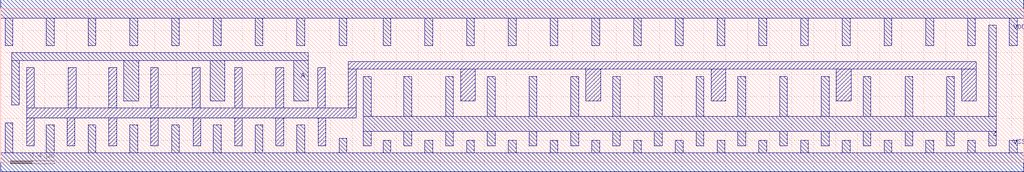
<source format=lef>
# 
# LEF OUT 
# User Name : islam 
# Date : Mon May  9 14:20:45 2022
# 
VERSION 5.8 ;
BUSBITCHARS "[]" ;
DIVIDERCHAR "/" ;

UNITS
  DATABASE MICRONS 10000 ;
END UNITS
MANUFACTURINGGRID 0.0005 ;

LAYER active
  TYPE MASTERSLICE ;
  MASK 3 ;
END active

LAYER nwell
  TYPE MASTERSLICE ;
  MASK 3 ;
END nwell

LAYER m1text
  TYPE MASTERSLICE ;
  MASK 3 ;
END m1text

LAYER m2text
  TYPE MASTERSLICE ;
  MASK 3 ;
END m2text

LAYER m3text
  TYPE MASTERSLICE ;
  MASK 3 ;
END m3text

LAYER m4text
  TYPE MASTERSLICE ;
  MASK 3 ;
END m4text

LAYER m5text
  TYPE MASTERSLICE ;
  MASK 3 ;
END m5text

LAYER m6text
  TYPE MASTERSLICE ;
  MASK 3 ;
END m6text

LAYER m7text
  TYPE MASTERSLICE ;
  MASK 3 ;
END m7text

LAYER m8text
  TYPE MASTERSLICE ;
  MASK 3 ;
END m8text

LAYER m9text
  TYPE MASTERSLICE ;
  MASK 3 ;
END m9text

LAYER m10text
  TYPE MASTERSLICE ;
  MASK 3 ;
END m10text

LAYER pimplant
  TYPE MASTERSLICE ;
  MASK 3 ;
END pimplant

LAYER nimplant
  TYPE MASTERSLICE ;
  MASK 3 ;
END nimplant

LAYER outline
  TYPE MASTERSLICE ;
  MASK 3 ;
END outline

LAYER metal1
  TYPE ROUTING ;
  MASK 3 ;
  DIRECTION HORIZONTAL ;
  PITCH 0.14 ;
  WIDTH 0.065 ;
  AREA 0.01 ;
  SPACING   0.065 SAMENET ;
  MAXWIDTH 5 ;
  MINWIDTH 0.065 ;
  MINENCLOSEDAREA 0.2 ;
  CAPMULTIPLIER 1 ;
  MINIMUMDENSITY 10 ;
  MAXIMUMDENSITY 85 ;
  DENSITYCHECKWINDOW 75 75 ;
  DENSITYCHECKSTEP 37.5 ;
  MINIMUMDENSITY 1 ;
  MAXIMUMDENSITY 60 ;
  DENSITYCHECKWINDOW 100.00000 100.00000 ;
  DENSITYCHECKSTEP 50 ;
END metal1

LAYER via1
  TYPE CUT ;
  MASK 3 ;
  SPACING 0.075 ;
  WIDTH 0.065 ;
END via1

LAYER metal2
  TYPE ROUTING ;
  MASK 3 ;
  DIRECTION VERTICAL ;
  PITCH 0.19 ;
  WIDTH 0.07 ;
  AREA 0.01 ;
  SPACING   0.07 SAMENET ;
  MAXWIDTH 5 ;
  MINWIDTH 0.07 ;
  MINENCLOSEDAREA 0.2 ;
  CAPMULTIPLIER 1 ;
  MINIMUMDENSITY 15 ;
  MAXIMUMDENSITY 100 ;
  DENSITYCHECKWINDOW 50 50 ;
  DENSITYCHECKSTEP 25 ;
  MINIMUMDENSITY 1 ;
  MAXIMUMDENSITY 70 ;
  DENSITYCHECKWINDOW 100.00000 100.00000 ;
  DENSITYCHECKSTEP 50 ;
END metal2

LAYER via2
  TYPE CUT ;
  MASK 3 ;
  SPACING 0.085 ;
  WIDTH 0.07 ;
END via2

LAYER metal3
  TYPE ROUTING ;
  MASK 3 ;
  DIRECTION HORIZONTAL ;
  PITCH 0.38 ;
  WIDTH 0.07 ;
  AREA 0.01 ;
  SPACING   0.07 SAMENET ;
  MAXWIDTH 5 ;
  MINWIDTH 0.07 ;
  MINENCLOSEDAREA 0.2 ;
  CAPMULTIPLIER 1 ;
  MINIMUMDENSITY 15 ;
  MAXIMUMDENSITY 100 ;
  DENSITYCHECKWINDOW 50 50 ;
  DENSITYCHECKSTEP 25 ;
  MINIMUMDENSITY 1 ;
  MAXIMUMDENSITY 70 ;
  DENSITYCHECKWINDOW 100.00000 100.00000 ;
  DENSITYCHECKSTEP 50 ;
END metal3

LAYER via3
  TYPE CUT ;
  MASK 3 ;
  SPACING 0.085 ;
  WIDTH 0.07 ;
END via3

LAYER metal4
  TYPE ROUTING ;
  MASK 3 ;
  DIRECTION VERTICAL ;
  PITCH 0.38 ;
  WIDTH 0.14 ;
  OFFSET 0.19 ;
  AREA 0.01 ;
  SPACING   0.14 SAMENET ;
  MAXWIDTH 5 ;
  MINWIDTH 0.14 ;
  MINENCLOSEDAREA 0.2 ;
  CAPMULTIPLIER 1 ;
  MINIMUMDENSITY 15 ;
  MAXIMUMDENSITY 100 ;
  DENSITYCHECKWINDOW 50 50 ;
  DENSITYCHECKSTEP 25 ;
  MINIMUMDENSITY 1 ;
  MAXIMUMDENSITY 70 ;
  DENSITYCHECKWINDOW 100.00000 100.00000 ;
  DENSITYCHECKSTEP 50 ;
END metal4

LAYER via4
  TYPE CUT ;
  MASK 3 ;
  SPACING 0.16 ;
  WIDTH 0.14 ;
END via4

LAYER metal5
  TYPE ROUTING ;
  MASK 3 ;
  DIRECTION HORIZONTAL ;
  PITCH 0.76 ;
  WIDTH 0.14 ;
  AREA 0.01 ;
  SPACING   0.14 SAMENET ;
  MAXWIDTH 5 ;
  MINWIDTH 0.14 ;
  MINENCLOSEDAREA 0.2 ;
  CAPMULTIPLIER 1 ;
  MINIMUMDENSITY 15 ;
  MAXIMUMDENSITY 100 ;
  DENSITYCHECKWINDOW 50 50 ;
  DENSITYCHECKSTEP 25 ;
  MINIMUMDENSITY 1 ;
  MAXIMUMDENSITY 70 ;
  DENSITYCHECKWINDOW 100.00000 100.00000 ;
  DENSITYCHECKSTEP 50 ;
END metal5

LAYER via5
  TYPE CUT ;
  MASK 3 ;
  SPACING 0.16 ;
  WIDTH 0.14 ;
END via5

LAYER metal6
  TYPE ROUTING ;
  MASK 3 ;
  DIRECTION VERTICAL ;
  PITCH 0.76 ;
  WIDTH 0.14 ;
  OFFSET 0.38 ;
  AREA 0.01 ;
  SPACING   0.14 SAMENET ;
  MAXWIDTH 5 ;
  MINWIDTH 0.14 ;
  MINENCLOSEDAREA 0.2 ;
  CAPMULTIPLIER 1 ;
  MINIMUMDENSITY 15 ;
  MAXIMUMDENSITY 100 ;
  DENSITYCHECKWINDOW 50 50 ;
  DENSITYCHECKSTEP 25 ;
  MINIMUMDENSITY 1 ;
  MAXIMUMDENSITY 70 ;
  DENSITYCHECKWINDOW 100.00000 100.00000 ;
  DENSITYCHECKSTEP 50 ;
END metal6

LAYER via6
  TYPE CUT ;
  MASK 3 ;
  SPACING 0.16 ;
  WIDTH 0.14 ;
END via6

LAYER metal7
  TYPE ROUTING ;
  MASK 3 ;
  DIRECTION HORIZONTAL ;
  PITCH 1.52 ;
  WIDTH 0.4 ;
  AREA 0.01 ;
  SPACING   0.4 SAMENET ;
  MAXWIDTH 5 ;
  MINWIDTH 0.4 ;
  MINENCLOSEDAREA 0.2 ;
  CAPMULTIPLIER 1 ;
  MINIMUMDENSITY 15 ;
  MAXIMUMDENSITY 100 ;
  DENSITYCHECKWINDOW 50 50 ;
  DENSITYCHECKSTEP 25 ;
  MINIMUMDENSITY 1 ;
  MAXIMUMDENSITY 70 ;
  DENSITYCHECKWINDOW 100.00000 100.00000 ;
  DENSITYCHECKSTEP 50 ;
END metal7

LAYER via7
  TYPE CUT ;
  MASK 3 ;
  SPACING 0.44 ;
  WIDTH 0.4 ;
END via7

LAYER metal8
  TYPE ROUTING ;
  MASK 3 ;
  DIRECTION VERTICAL ;
  PITCH 1.52 ;
  WIDTH 0.4 ;
  OFFSET 0.76 ;
  AREA 0.01 ;
  SPACING   0.4 SAMENET ;
  MAXWIDTH 5 ;
  MINWIDTH 0.4 ;
  MINENCLOSEDAREA 0.2 ;
  CAPMULTIPLIER 1 ;
  MINIMUMDENSITY 15 ;
  MAXIMUMDENSITY 100 ;
  DENSITYCHECKWINDOW 50 50 ;
  DENSITYCHECKSTEP 25 ;
  MINIMUMDENSITY 1 ;
  MAXIMUMDENSITY 70 ;
  DENSITYCHECKWINDOW 100.00000 100.00000 ;
  DENSITYCHECKSTEP 50 ;
END metal8

LAYER via8
  TYPE CUT ;
  MASK 3 ;
  SPACING 0.44 ;
  WIDTH 0.4 ;
END via8

LAYER metal9
  TYPE ROUTING ;
  MASK 3 ;
  DIRECTION HORIZONTAL ;
  PITCH 3.04 ;
  WIDTH 0.8 ;
  AREA 0.01 ;
  SPACING   0.8 SAMENET ;
  MAXWIDTH 5 ;
  MINWIDTH 0.8 ;
  MINENCLOSEDAREA 0.2 ;
  CAPMULTIPLIER 1 ;
  MINIMUMDENSITY 15 ;
  MAXIMUMDENSITY 100 ;
  DENSITYCHECKWINDOW 50 50 ;
  DENSITYCHECKSTEP 25 ;
  MINIMUMDENSITY 1 ;
  MAXIMUMDENSITY 60 ;
  DENSITYCHECKWINDOW 100.00000 100.00000 ;
  DENSITYCHECKSTEP 50 ;
END metal9

LAYER via9
  TYPE CUT ;
  MASK 3 ;
  SPACING 0.88 ;
  WIDTH 0.8 ;
END via9

LAYER metal10
  TYPE ROUTING ;
  MASK 3 ;
  DIRECTION VERTICAL ;
  PITCH 3.04 ;
  WIDTH 0.8 ;
  OFFSET 1.52 ;
  AREA 0.01 ;
  SPACING   0.8 SAMENET ;
  MAXWIDTH 5 ;
  MINWIDTH 0.8 ;
  MINENCLOSEDAREA 0.2 ;
  CAPMULTIPLIER 1 ;
  MINIMUMDENSITY 15 ;
  MAXIMUMDENSITY 100 ;
  DENSITYCHECKWINDOW 50 50 ;
  DENSITYCHECKSTEP 25 ;
  MINIMUMDENSITY 1 ;
  MAXIMUMDENSITY 60 ;
  DENSITYCHECKWINDOW 100.00000 100.00000 ;
  DENSITYCHECKSTEP 50 ;
END metal10

LAYER OverlapCheck
  TYPE OVERLAP ;
END OverlapCheck

VIA VIA12
  DEFAULT 
  RESISTANCE 5.7 ;
  LAYER metal1 ;
    RECT -0.032500 -0.067500 0.032500 0.067500 ;
  LAYER via1 ;
    RECT -0.032500 -0.032500 0.032500 0.032500 ;
  LAYER metal2 ;
    RECT -0.067500 -0.032500 0.067500 0.032500 ;
END VIA12

VIA VIA23
  DEFAULT 
  RESISTANCE 5 ;
  LAYER metal2 ;
    RECT -0.070000 -0.035000 0.070000 0.035000 ;
  LAYER via2 ;
    RECT -0.035000 -0.035000 0.035000 0.035000 ;
  LAYER metal3 ;
    RECT -0.035000 -0.070000 0.035000 0.070000 ;
END VIA23

VIA VIA34
  DEFAULT 
  RESISTANCE 5 ;
  LAYER metal3 ;
    RECT -0.035000 -0.070000 0.035000 0.070000 ;
  LAYER via3 ;
    RECT -0.035000 -0.035000 0.035000 0.035000 ;
  LAYER metal4 ;
    RECT -0.035000 -0.035000 0.035000 0.035000 ;
END VIA34

VIA VIA45
  DEFAULT 
  RESISTANCE 3 ;
  LAYER metal4 ;
    RECT -0.070000 -0.070000 0.070000 0.070000 ;
  LAYER via4 ;
    RECT -0.070000 -0.070000 0.070000 0.070000 ;
  LAYER metal5 ;
    RECT -0.070000 -0.070000 0.070000 0.070000 ;
END VIA45

VIA VIA56
  DEFAULT 
  RESISTANCE 3 ;
  LAYER metal5 ;
    RECT -0.070000 -0.070000 0.070000 0.070000 ;
  LAYER via5 ;
    RECT -0.070000 -0.070000 0.070000 0.070000 ;
  LAYER metal6 ;
    RECT -0.070000 -0.070000 0.070000 0.070000 ;
END VIA56

VIA VIA67
  DEFAULT 
  RESISTANCE 3 ;
  LAYER metal6 ;
    RECT -0.070000 -0.070000 0.070000 0.070000 ;
  LAYER via6 ;
    RECT -0.070000 -0.070000 0.070000 0.070000 ;
  LAYER metal7 ;
    RECT -0.200000 -0.200000 0.200000 0.200000 ;
END VIA67

VIA VIA78
  DEFAULT 
  RESISTANCE 1 ;
  LAYER metal7 ;
    RECT -0.200000 -0.200000 0.200000 0.200000 ;
  LAYER via7 ;
    RECT -0.200000 -0.200000 0.200000 0.200000 ;
  LAYER metal8 ;
    RECT -0.200000 -0.200000 0.200000 0.200000 ;
END VIA78

VIA VIA89
  DEFAULT 
  RESISTANCE 1 ;
  LAYER metal8 ;
    RECT -0.200000 -0.200000 0.200000 0.200000 ;
  LAYER via8 ;
    RECT -0.200000 -0.200000 0.200000 0.200000 ;
  LAYER metal9 ;
    RECT -0.200000 -0.200000 0.200000 0.200000 ;
END VIA89

VIA VIA910
  DEFAULT 
  RESISTANCE 0.5 ;
  LAYER metal9 ;
    RECT -0.400000 -0.400000 0.400000 0.400000 ;
  LAYER via9 ;
    RECT -0.400000 -0.400000 0.400000 0.400000 ;
  LAYER metal10 ;
    RECT -0.400000 -0.400000 0.400000 0.400000 ;
END VIA910

VIARULE VIA12 GENERATE
  DEFAULT 
  LAYER metal1 ;
    ENCLOSURE 0 0.035 ;
  LAYER metal2 ;
    ENCLOSURE 0.035 0 ;
  LAYER via1 ;
    RECT -0.032500 -0.032500 0.032500 0.032500 ;
    SPACING 0.14 BY 0.14 ;
    RESISTANCE 5.7 ;
END VIA12

VIARULE VIA23 GENERATE
  DEFAULT 
  LAYER metal2 ;
    ENCLOSURE 0.035 0 ;
  LAYER metal3 ;
    ENCLOSURE 0 0.035 ;
  LAYER via2 ;
    RECT -0.035000 -0.035000 0.035000 0.035000 ;
    SPACING 0.155 BY 0.155 ;
    RESISTANCE 5 ;
END VIA23

VIARULE VIA34 GENERATE
  DEFAULT 
  LAYER metal3 ;
    ENCLOSURE 0 0.035 ;
  LAYER metal4 ;
    ENCLOSURE 0 0 ;
  LAYER via3 ;
    RECT -0.035000 -0.035000 0.035000 0.035000 ;
    SPACING 0.155 BY 0.155 ;
    RESISTANCE 5 ;
END VIA34

VIARULE VIA45 GENERATE
  DEFAULT 
  LAYER metal4 ;
    ENCLOSURE 0 0 ;
  LAYER metal5 ;
    ENCLOSURE 0 0 ;
  LAYER via4 ;
    RECT -0.070000 -0.070000 0.070000 0.070000 ;
    SPACING 0.3 BY 0.3 ;
    RESISTANCE 3 ;
END VIA45

VIARULE VIA56 GENERATE
  DEFAULT 
  LAYER metal5 ;
    ENCLOSURE 0 0 ;
  LAYER metal6 ;
    ENCLOSURE 0 0 ;
  LAYER via5 ;
    RECT -0.070000 -0.070000 0.070000 0.070000 ;
    SPACING 0.3 BY 0.3 ;
    RESISTANCE 3 ;
END VIA56

VIARULE VIA67 GENERATE
  DEFAULT 
  LAYER metal6 ;
    ENCLOSURE 0 0 ;
  LAYER metal7 ;
    ENCLOSURE 0.13 0.13 ;
  LAYER via6 ;
    RECT -0.070000 -0.070000 0.070000 0.070000 ;
    SPACING 0.3 BY 0.3 ;
    RESISTANCE 3 ;
END VIA67

VIARULE VIA78 GENERATE
  DEFAULT 
  LAYER metal7 ;
    ENCLOSURE 0 0 ;
  LAYER metal8 ;
    ENCLOSURE 0 0 ;
  LAYER via7 ;
    RECT -0.200000 -0.200000 0.200000 0.200000 ;
    SPACING 0.84 BY 0.84 ;
    RESISTANCE 1 ;
END VIA78

VIARULE VIA89 GENERATE
  DEFAULT 
  LAYER metal8 ;
    ENCLOSURE 0 0 ;
  LAYER metal9 ;
    ENCLOSURE 0 0 ;
  LAYER via8 ;
    RECT -0.200000 -0.200000 0.200000 0.200000 ;
    SPACING 0.84 BY 0.84 ;
    RESISTANCE 1 ;
END VIA89

VIARULE VIA910 GENERATE
  DEFAULT 
  LAYER metal9 ;
    ENCLOSURE 0 0 ;
  LAYER metal10 ;
    ENCLOSURE 0 0 ;
  LAYER via9 ;
    RECT -0.400000 -0.400000 0.400000 0.400000 ;
    SPACING 1.68 BY 1.68 ;
    RESISTANCE 0.5 ;
END VIA910

SITE unit
  CLASS CORE ;
  SYMMETRY X Y ;
  SIZE 0.19 BY 1.4 ;
END unit

MACRO XNOR2_X1
  CLASS CORE ;
  FOREIGN XNOR2_X1 0 0 N ;
  ORIGIN 0 0 ;
  SIZE 1.14 BY 1.4 ;
  SYMMETRY X Y ;
  SITE unit ;

  PIN A
    DIRECTION INPUT ;
    USE SIGNAL ;
    PORT
      LAYER metal1 ;
        RECT 0.185000 0.390000 0.720000 0.460000 ;
        RECT 0.650000 0.460000 0.720000 0.555000 ;
        RECT 0.185000 0.460000 0.320000 0.560000 ;
        RECT 0.650000 0.555000 0.810000 0.625000 ;
    END
    ANTENNAGATEAREA 0.0785 LAYER metal1 ;
    ANTENNAPARTIALMETALAREA 0.0688 LAYER metal1 ;
    ANTENNAPARTIALMETALSIDEAREA 0.2496 LAYER metal1 ;
    ANTENNAGATEAREA 0.0785 LAYER metal2 ;
    ANTENNAGATEAREA 0.0785 LAYER metal3 ;
    ANTENNAGATEAREA 0.0785 LAYER metal4 ;
    ANTENNAGATEAREA 0.0785 LAYER metal5 ;
    ANTENNAGATEAREA 0.0785 LAYER metal6 ;
    ANTENNAGATEAREA 0.0785 LAYER metal7 ;
    ANTENNAGATEAREA 0.0785 LAYER metal8 ;
    ANTENNAGATEAREA 0.0785 LAYER metal9 ;
    ANTENNAGATEAREA 0.0785 LAYER metal10 ;
  END A

  PIN B
    DIRECTION INPUT ;
    USE SIGNAL ;
    PORT
      LAYER metal1 ;
        RECT 0.350000 0.840000 0.965000 0.910000 ;
        RECT 0.350000 0.910000 0.510000 0.980000 ;
        RECT 0.895000 0.525000 0.965000 0.840000 ;
    END
    ANTENNAGATEAREA 0.0785 LAYER metal1 ;
    ANTENNAPARTIALMETALAREA 0.0763 LAYER metal1 ;
    ANTENNAPARTIALMETALSIDEAREA 0.2782 LAYER metal1 ;
    ANTENNAGATEAREA 0.0785 LAYER metal2 ;
    ANTENNAGATEAREA 0.0785 LAYER metal3 ;
    ANTENNAGATEAREA 0.0785 LAYER metal4 ;
    ANTENNAGATEAREA 0.0785 LAYER metal5 ;
    ANTENNAGATEAREA 0.0785 LAYER metal6 ;
    ANTENNAGATEAREA 0.0785 LAYER metal7 ;
    ANTENNAGATEAREA 0.0785 LAYER metal8 ;
    ANTENNAGATEAREA 0.0785 LAYER metal9 ;
    ANTENNAGATEAREA 0.0785 LAYER metal10 ;
  END B

  PIN ZN
    DIRECTION OUTPUT ;
    USE SIGNAL ;
    PORT
      LAYER metal1 ;
        RECT 0.630000 0.980000 1.100000 1.050000 ;
        RECT 0.630000 1.050000 0.700000 1.250000 ;
        RECT 1.030000 0.365000 1.100000 0.980000 ;
        RECT 0.785000 0.295000 1.100000 0.365000 ;
    END
    ANTENNADIFFAREA 0.1463 ;
    ANTENNAPARTIALMETALAREA 0.112 LAYER metal1 ;
    ANTENNAPARTIALMETALSIDEAREA 0.4342 LAYER metal1 ;
  END ZN

  PIN VDD
    DIRECTION INOUT ;
    USE POWER ;
    PORT
      LAYER metal1 ;
        RECT 0.000000 1.315000 1.140000 1.485000 ;
        RECT 0.050000 1.115000 0.120000 1.315000 ;
        RECT 0.430000 1.115000 0.500000 1.315000 ;
        RECT 1.000000 1.115000 1.070000 1.315000 ;
    END
  END VDD

  PIN VSS
    DIRECTION INOUT ;
    USE GROUND ;
    PORT
      LAYER metal1 ;
        RECT 0.000000 -0.085000 1.140000 0.085000 ;
        RECT 0.395000 0.085000 0.530000 0.250000 ;
    END
  END VSS
  OBS
    LAYER metal1 ;
      RECT 0.210000 1.145000 0.345000 1.215000 ;
      RECT 0.210000 0.740000 0.280000 1.145000 ;
      RECT 0.050000 0.670000 0.585000 0.740000 ;
      RECT 0.515000 0.525000 0.585000 0.670000 ;
      RECT 0.050000 0.150000 0.120000 0.670000 ;
      RECT 0.595000 0.160000 1.105000 0.230000 ;
  END
END XNOR2_X1

MACRO XNOR2_X2
  CLASS CORE ;
  FOREIGN XNOR2_X2 0 0 N ;
  ORIGIN 0 0 ;
  SIZE 1.9 BY 1.4 ;
  SYMMETRY X Y ;
  SITE unit ;

  PIN A
    DIRECTION INPUT ;
    USE SIGNAL ;
    PORT
      LAYER metal1 ;
        RECT 1.010000 0.525000 1.080000 0.700000 ;
    END
    ANTENNAGATEAREA 0.15675 LAYER metal1 ;
    ANTENNAPARTIALMETALAREA 0.01225 LAYER metal1 ;
    ANTENNAPARTIALMETALSIDEAREA 0.0637 LAYER metal1 ;
    ANTENNAGATEAREA 0.15675 LAYER metal2 ;
    ANTENNAGATEAREA 0.15675 LAYER metal3 ;
    ANTENNAGATEAREA 0.15675 LAYER metal4 ;
    ANTENNAGATEAREA 0.15675 LAYER metal5 ;
    ANTENNAGATEAREA 0.15675 LAYER metal6 ;
    ANTENNAGATEAREA 0.15675 LAYER metal7 ;
    ANTENNAGATEAREA 0.15675 LAYER metal8 ;
    ANTENNAGATEAREA 0.15675 LAYER metal9 ;
    ANTENNAGATEAREA 0.15675 LAYER metal10 ;
  END A

  PIN B
    DIRECTION INPUT ;
    USE SIGNAL ;
    PORT
      LAYER metal1 ;
        RECT 0.505000 0.560000 0.890000 0.630000 ;
        RECT 0.820000 0.630000 0.890000 0.770000 ;
        RECT 0.820000 0.770000 1.650000 0.840000 ;
        RECT 1.580000 0.525000 1.650000 0.770000 ;
    END
    ANTENNAGATEAREA 0.15675 LAYER metal1 ;
    ANTENNAPARTIALMETALAREA 0.112 LAYER metal1 ;
    ANTENNAPARTIALMETALSIDEAREA 0.4342 LAYER metal1 ;
    ANTENNAGATEAREA 0.15675 LAYER metal2 ;
    ANTENNAGATEAREA 0.15675 LAYER metal3 ;
    ANTENNAGATEAREA 0.15675 LAYER metal4 ;
    ANTENNAGATEAREA 0.15675 LAYER metal5 ;
    ANTENNAGATEAREA 0.15675 LAYER metal6 ;
    ANTENNAGATEAREA 0.15675 LAYER metal7 ;
    ANTENNAGATEAREA 0.15675 LAYER metal8 ;
    ANTENNAGATEAREA 0.15675 LAYER metal9 ;
    ANTENNAGATEAREA 0.15675 LAYER metal10 ;
  END B

  PIN ZN
    DIRECTION OUTPUT ;
    USE SIGNAL ;
    PORT
      LAYER metal1 ;
        RECT 0.210000 0.905000 1.840000 0.975000 ;
        RECT 1.770000 0.430000 1.840000 0.905000 ;
        RECT 0.975000 0.360000 1.840000 0.430000 ;
        RECT 1.765000 0.190000 1.840000 0.360000 ;
    END
    ANTENNADIFFAREA 0.32165 ;
    ANTENNAPARTIALMETALAREA 0.22065 LAYER metal1 ;
    ANTENNAPARTIALMETALSIDEAREA 0.8346 LAYER metal1 ;
  END ZN

  PIN VDD
    DIRECTION INOUT ;
    USE POWER ;
    PORT
      LAYER metal1 ;
        RECT 0.000000 1.315000 1.900000 1.485000 ;
        RECT 1.540000 1.240000 1.675000 1.315000 ;
        RECT 0.050000 1.065000 0.120000 1.315000 ;
        RECT 0.425000 1.065000 0.495000 1.315000 ;
        RECT 0.805000 1.065000 0.875000 1.315000 ;
    END
  END VDD

  PIN VSS
    DIRECTION INOUT ;
    USE GROUND ;
    PORT
      LAYER metal1 ;
        RECT 0.000000 -0.085000 1.900000 0.085000 ;
        RECT 0.050000 0.085000 0.120000 0.325000 ;
        RECT 0.395000 0.085000 0.530000 0.160000 ;
    END
  END VSS
  OBS
    LAYER metal1 ;
      RECT 0.245000 0.725000 0.720000 0.795000 ;
      RECT 0.245000 0.460000 0.315000 0.725000 ;
      RECT 0.245000 0.390000 0.910000 0.460000 ;
      RECT 0.210000 0.225000 1.675000 0.295000 ;
      RECT 0.975000 1.095000 1.865000 1.165000 ;
  END
END XNOR2_X2

MACRO XOR2_X1
  CLASS CORE ;
  FOREIGN XOR2_X1 0 0 N ;
  ORIGIN 0 0 ;
  SIZE 1.14 BY 1.4 ;
  SYMMETRY X Y ;
  SITE unit ;

  PIN A
    DIRECTION INPUT ;
    USE SIGNAL ;
    PORT
      LAYER metal1 ;
        RECT 0.175000 0.665000 0.245000 0.730000 ;
        RECT 0.175000 0.730000 0.700000 0.800000 ;
        RECT 0.630000 0.660000 0.700000 0.730000 ;
        RECT 0.630000 0.525000 0.755000 0.660000 ;
    END
    ANTENNAGATEAREA 0.0785 LAYER metal1 ;
    ANTENNAPARTIALMETALAREA 0.063075 LAYER metal1 ;
    ANTENNAPARTIALMETALSIDEAREA 0.2392 LAYER metal1 ;
    ANTENNAGATEAREA 0.0785 LAYER metal2 ;
    ANTENNAGATEAREA 0.0785 LAYER metal3 ;
    ANTENNAGATEAREA 0.0785 LAYER metal4 ;
    ANTENNAGATEAREA 0.0785 LAYER metal5 ;
    ANTENNAGATEAREA 0.0785 LAYER metal6 ;
    ANTENNAGATEAREA 0.0785 LAYER metal7 ;
    ANTENNAGATEAREA 0.0785 LAYER metal8 ;
    ANTENNAGATEAREA 0.0785 LAYER metal9 ;
    ANTENNAGATEAREA 0.0785 LAYER metal10 ;
  END A

  PIN B
    DIRECTION INPUT ;
    USE SIGNAL ;
    PORT
      LAYER metal1 ;
        RECT 0.305000 0.875000 0.890000 0.945000 ;
        RECT 0.820000 0.660000 0.890000 0.875000 ;
        RECT 0.820000 0.525000 0.945000 0.660000 ;
    END
    ANTENNAGATEAREA 0.0785 LAYER metal1 ;
    ANTENNAPARTIALMETALAREA 0.072875 LAYER metal1 ;
    ANTENNAPARTIALMETALSIDEAREA 0.2756 LAYER metal1 ;
    ANTENNAGATEAREA 0.0785 LAYER metal2 ;
    ANTENNAGATEAREA 0.0785 LAYER metal3 ;
    ANTENNAGATEAREA 0.0785 LAYER metal4 ;
    ANTENNAGATEAREA 0.0785 LAYER metal5 ;
    ANTENNAGATEAREA 0.0785 LAYER metal6 ;
    ANTENNAGATEAREA 0.0785 LAYER metal7 ;
    ANTENNAGATEAREA 0.0785 LAYER metal8 ;
    ANTENNAGATEAREA 0.0785 LAYER metal9 ;
    ANTENNAGATEAREA 0.0785 LAYER metal10 ;
  END B

  PIN Z
    DIRECTION OUTPUT ;
    USE SIGNAL ;
    PORT
      LAYER metal1 ;
        RECT 0.775000 1.040000 1.080000 1.110000 ;
        RECT 1.010000 0.420000 1.080000 1.040000 ;
        RECT 0.620000 0.350000 1.080000 0.420000 ;
        RECT 0.620000 0.150000 0.690000 0.350000 ;
    END
    ANTENNADIFFAREA 0.1463 ;
    ANTENNAPARTIALMETALAREA 0.11095 LAYER metal1 ;
    ANTENNAPARTIALMETALSIDEAREA 0.4303 LAYER metal1 ;
  END Z

  PIN VDD
    DIRECTION INOUT ;
    USE POWER ;
    PORT
      LAYER metal1 ;
        RECT 0.000000 1.315000 1.140000 1.485000 ;
        RECT 0.420000 1.150000 0.490000 1.315000 ;
    END
  END VDD

  PIN VSS
    DIRECTION INOUT ;
    USE GROUND ;
    PORT
      LAYER metal1 ;
        RECT 0.000000 -0.085000 1.140000 0.085000 ;
        RECT 0.040000 0.085000 0.110000 0.285000 ;
        RECT 0.420000 0.085000 0.490000 0.285000 ;
        RECT 0.990000 0.085000 1.060000 0.285000 ;
    END
  END VSS
  OBS
    LAYER metal1 ;
      RECT 0.040000 0.595000 0.110000 1.250000 ;
      RECT 0.040000 0.525000 0.565000 0.595000 ;
      RECT 0.495000 0.595000 0.565000 0.660000 ;
      RECT 0.225000 0.150000 0.295000 0.525000 ;
      RECT 0.585000 1.175000 1.095000 1.245000 ;
  END
END XOR2_X1

MACRO XOR2_X2
  CLASS CORE ;
  FOREIGN XOR2_X2 0 0 N ;
  ORIGIN 0 0 ;
  SIZE 1.71 BY 1.4 ;
  SYMMETRY X Y ;
  SITE unit ;

  PIN A
    DIRECTION INPUT ;
    USE SIGNAL ;
    PORT
      LAYER metal1 ;
        RECT 0.060000 0.285000 0.820000 0.355000 ;
        RECT 0.745000 0.355000 0.820000 0.395000 ;
        RECT 0.060000 0.355000 0.165000 0.700000 ;
        RECT 0.745000 0.395000 1.325000 0.465000 ;
        RECT 0.745000 0.465000 0.820000 0.660000 ;
        RECT 1.255000 0.465000 1.325000 0.660000 ;
    END
    ANTENNAGATEAREA 0.15675 LAYER metal1 ;
    ANTENNAPARTIALMETALAREA 0.1613 LAYER metal1 ;
    ANTENNAPARTIALMETALSIDEAREA 0.5668 LAYER metal1 ;
    ANTENNAGATEAREA 0.15675 LAYER metal2 ;
    ANTENNAGATEAREA 0.15675 LAYER metal3 ;
    ANTENNAGATEAREA 0.15675 LAYER metal4 ;
    ANTENNAGATEAREA 0.15675 LAYER metal5 ;
    ANTENNAGATEAREA 0.15675 LAYER metal6 ;
    ANTENNAGATEAREA 0.15675 LAYER metal7 ;
    ANTENNAGATEAREA 0.15675 LAYER metal8 ;
    ANTENNAGATEAREA 0.15675 LAYER metal9 ;
    ANTENNAGATEAREA 0.15675 LAYER metal10 ;
  END A

  PIN B
    DIRECTION INPUT ;
    USE SIGNAL ;
    PORT
      LAYER metal1 ;
        RECT 0.365000 0.560000 0.500000 0.770000 ;
        RECT 0.365000 0.770000 1.125000 0.840000 ;
        RECT 0.990000 0.560000 1.125000 0.770000 ;
    END
    ANTENNAGATEAREA 0.15675 LAYER metal1 ;
    ANTENNAPARTIALMETALAREA 0.1099 LAYER metal1 ;
    ANTENNAPARTIALMETALSIDEAREA 0.325 LAYER metal1 ;
    ANTENNAGATEAREA 0.15675 LAYER metal2 ;
    ANTENNAGATEAREA 0.15675 LAYER metal3 ;
    ANTENNAGATEAREA 0.15675 LAYER metal4 ;
    ANTENNAGATEAREA 0.15675 LAYER metal5 ;
    ANTENNAGATEAREA 0.15675 LAYER metal6 ;
    ANTENNAGATEAREA 0.15675 LAYER metal7 ;
    ANTENNAGATEAREA 0.15675 LAYER metal8 ;
    ANTENNAGATEAREA 0.15675 LAYER metal9 ;
    ANTENNAGATEAREA 0.15675 LAYER metal10 ;
  END B

  PIN Z
    DIRECTION OUTPUT ;
    USE SIGNAL ;
    PORT
      LAYER metal1 ;
        RECT 0.800000 0.905000 1.465000 0.975000 ;
        RECT 1.390000 0.330000 1.465000 0.905000 ;
        RECT 0.885000 0.260000 1.465000 0.330000 ;
        RECT 0.885000 0.220000 0.955000 0.260000 ;
        RECT 0.610000 0.150000 0.955000 0.220000 ;
    END
    ANTENNADIFFAREA 0.2926 ;
    ANTENNAPARTIALMETALAREA 0.157225 LAYER metal1 ;
    ANTENNAPARTIALMETALSIDEAREA 0.5902 LAYER metal1 ;
  END Z

  PIN VDD
    DIRECTION INOUT ;
    USE POWER ;
    PORT
      LAYER metal1 ;
        RECT 0.000000 1.315000 1.710000 1.485000 ;
        RECT 0.445000 1.205000 0.515000 1.315000 ;
        RECT 1.585000 1.205000 1.655000 1.315000 ;
    END
  END VDD

  PIN VSS
    DIRECTION INOUT ;
    USE GROUND ;
    PORT
      LAYER metal1 ;
        RECT 0.000000 -0.085000 1.710000 0.085000 ;
        RECT 0.070000 0.085000 0.140000 0.210000 ;
        RECT 0.445000 0.085000 0.515000 0.195000 ;
        RECT 1.025000 0.085000 1.095000 0.195000 ;
        RECT 1.585000 0.085000 1.655000 0.335000 ;
    END
  END VSS
  OBS
    LAYER metal1 ;
      RECT 0.610000 1.175000 1.500000 1.245000 ;
      RECT 0.040000 1.040000 1.600000 1.110000 ;
      RECT 1.530000 0.525000 1.600000 1.040000 ;
      RECT 0.230000 0.495000 0.300000 1.040000 ;
      RECT 0.230000 0.425000 0.645000 0.495000 ;
      RECT 0.575000 0.495000 0.645000 0.660000 ;
  END
END XOR2_X2

MACRO TAP
  CLASS CORE ;
  FOREIGN TAP 0 0 N ;
  ORIGIN 0 0 ;
  SIZE 0.38 BY 1.4 ;
  SYMMETRY X Y ;
  SITE unit ;

  PIN VDD
    DIRECTION INOUT ;
    USE POWER ;
    PORT
      LAYER metal1 ;
        RECT 0.000000 1.315000 0.380000 1.485000 ;
        RECT 0.040000 0.975000 0.110000 1.315000 ;
    END
  END VDD

  PIN VSS
    DIRECTION INOUT ;
    USE GROUND ;
    PORT
      LAYER metal1 ;
        RECT 0.000000 -0.085000 0.380000 0.085000 ;
        RECT 0.040000 0.085000 0.110000 0.425000 ;
    END
  END VSS
END TAP

MACRO OAI22_X4
  CLASS CORE ;
  FOREIGN OAI22_X4 0 0 N ;
  ORIGIN 0 0 ;
  SIZE 3.23 BY 1.4 ;
  SYMMETRY X Y ;
  SITE unit ;

  PIN A1
    DIRECTION INPUT ;
    USE SIGNAL ;
    PORT
      LAYER metal1 ;
        RECT 1.910000 0.560000 2.045000 0.725000 ;
        RECT 1.910000 0.725000 2.805000 0.795000 ;
        RECT 2.670000 0.560000 2.805000 0.725000 ;
    END
    ANTENNAGATEAREA 0.209 LAYER metal1 ;
    ANTENNAPARTIALMETALAREA 0.1072 LAYER metal1 ;
    ANTENNAPARTIALMETALSIDEAREA 0.3367 LAYER metal1 ;
    ANTENNAGATEAREA 0.209 LAYER metal2 ;
    ANTENNAGATEAREA 0.209 LAYER metal3 ;
    ANTENNAGATEAREA 0.209 LAYER metal4 ;
    ANTENNAGATEAREA 0.209 LAYER metal5 ;
    ANTENNAGATEAREA 0.209 LAYER metal6 ;
    ANTENNAGATEAREA 0.209 LAYER metal7 ;
    ANTENNAGATEAREA 0.209 LAYER metal8 ;
    ANTENNAGATEAREA 0.209 LAYER metal9 ;
    ANTENNAGATEAREA 0.209 LAYER metal10 ;
  END A1

  PIN A2
    DIRECTION INPUT ;
    USE SIGNAL ;
    PORT
      LAYER metal1 ;
        RECT 1.645000 0.425000 3.035000 0.495000 ;
        RECT 1.645000 0.495000 1.715000 0.660000 ;
        RECT 2.320000 0.495000 2.390000 0.660000 ;
        RECT 2.910000 0.495000 3.035000 0.700000 ;
    END
    ANTENNAGATEAREA 0.209 LAYER metal1 ;
    ANTENNAPARTIALMETALAREA 0.146025 LAYER metal1 ;
    ANTENNAPARTIALMETALSIDEAREA 0.5187 LAYER metal1 ;
    ANTENNAGATEAREA 0.209 LAYER metal2 ;
    ANTENNAGATEAREA 0.209 LAYER metal3 ;
    ANTENNAGATEAREA 0.209 LAYER metal4 ;
    ANTENNAGATEAREA 0.209 LAYER metal5 ;
    ANTENNAGATEAREA 0.209 LAYER metal6 ;
    ANTENNAGATEAREA 0.209 LAYER metal7 ;
    ANTENNAGATEAREA 0.209 LAYER metal8 ;
    ANTENNAGATEAREA 0.209 LAYER metal9 ;
    ANTENNAGATEAREA 0.209 LAYER metal10 ;
  END A2

  PIN B1
    DIRECTION INPUT ;
    USE SIGNAL ;
    PORT
      LAYER metal1 ;
        RECT 0.385000 0.560000 0.520000 0.725000 ;
        RECT 0.385000 0.725000 1.280000 0.795000 ;
        RECT 1.145000 0.560000 1.280000 0.725000 ;
    END
    ANTENNAGATEAREA 0.209 LAYER metal1 ;
    ANTENNAPARTIALMETALAREA 0.1072 LAYER metal1 ;
    ANTENNAPARTIALMETALSIDEAREA 0.3367 LAYER metal1 ;
    ANTENNAGATEAREA 0.209 LAYER metal2 ;
    ANTENNAGATEAREA 0.209 LAYER metal3 ;
    ANTENNAGATEAREA 0.209 LAYER metal4 ;
    ANTENNAGATEAREA 0.209 LAYER metal5 ;
    ANTENNAGATEAREA 0.209 LAYER metal6 ;
    ANTENNAGATEAREA 0.209 LAYER metal7 ;
    ANTENNAGATEAREA 0.209 LAYER metal8 ;
    ANTENNAGATEAREA 0.209 LAYER metal9 ;
    ANTENNAGATEAREA 0.209 LAYER metal10 ;
  END B1

  PIN B2
    DIRECTION INPUT ;
    USE SIGNAL ;
    PORT
      LAYER metal1 ;
        RECT 0.150000 0.425000 1.520000 0.495000 ;
        RECT 0.150000 0.495000 0.220000 0.660000 ;
        RECT 0.795000 0.495000 0.865000 0.660000 ;
        RECT 1.390000 0.495000 1.520000 0.700000 ;
    END
    ANTENNAGATEAREA 0.209 LAYER metal1 ;
    ANTENNAPARTIALMETALAREA 0.14565 LAYER metal1 ;
    ANTENNAPARTIALMETALSIDEAREA 0.5135 LAYER metal1 ;
    ANTENNAGATEAREA 0.209 LAYER metal2 ;
    ANTENNAGATEAREA 0.209 LAYER metal3 ;
    ANTENNAGATEAREA 0.209 LAYER metal4 ;
    ANTENNAGATEAREA 0.209 LAYER metal5 ;
    ANTENNAGATEAREA 0.209 LAYER metal6 ;
    ANTENNAGATEAREA 0.209 LAYER metal7 ;
    ANTENNAGATEAREA 0.209 LAYER metal8 ;
    ANTENNAGATEAREA 0.209 LAYER metal9 ;
    ANTENNAGATEAREA 0.209 LAYER metal10 ;
  END B2

  PIN ZN
    DIRECTION OUTPUT ;
    USE SIGNAL ;
    PORT
      LAYER metal1 ;
        RECT 0.425000 0.865000 3.170000 0.935000 ;
        RECT 0.425000 0.935000 0.495000 1.210000 ;
        RECT 1.175000 0.935000 1.245000 1.210000 ;
        RECT 1.935000 0.935000 2.005000 1.210000 ;
        RECT 2.695000 0.935000 2.765000 1.210000 ;
        RECT 3.100000 0.360000 3.170000 0.865000 ;
        RECT 1.720000 0.290000 3.170000 0.360000 ;
    END
    ANTENNADIFFAREA 0.5852 ;
    ANTENNAPARTIALMETALAREA 0.406 LAYER metal1 ;
    ANTENNAPARTIALMETALSIDEAREA 1.5262 LAYER metal1 ;
  END ZN

  PIN VDD
    DIRECTION INOUT ;
    USE POWER ;
    PORT
      LAYER metal1 ;
        RECT 0.000000 1.315000 3.230000 1.485000 ;
        RECT 0.040000 1.040000 0.110000 1.315000 ;
        RECT 0.795000 1.040000 0.865000 1.315000 ;
        RECT 1.555000 1.040000 1.625000 1.315000 ;
        RECT 2.315000 1.040000 2.385000 1.315000 ;
        RECT 3.075000 1.040000 3.145000 1.315000 ;
    END
  END VDD

  PIN VSS
    DIRECTION INOUT ;
    USE GROUND ;
    PORT
      LAYER metal1 ;
        RECT 0.000000 -0.085000 3.230000 0.085000 ;
        RECT 0.225000 0.085000 0.295000 0.195000 ;
        RECT 0.605000 0.085000 0.675000 0.195000 ;
        RECT 0.985000 0.085000 1.055000 0.195000 ;
        RECT 1.365000 0.085000 1.435000 0.195000 ;
    END
  END VSS
  OBS
    LAYER metal1 ;
      RECT 0.045000 0.260000 1.595000 0.330000 ;
      RECT 1.525000 0.220000 1.595000 0.260000 ;
      RECT 0.045000 0.185000 0.115000 0.260000 ;
      RECT 1.525000 0.150000 3.180000 0.220000 ;
  END
END OAI22_X4

MACRO OAI33_X1
  CLASS CORE ;
  FOREIGN OAI33_X1 0 0 N ;
  ORIGIN 0 0 ;
  SIZE 1.33 BY 1.4 ;
  SYMMETRY X Y ;
  SITE unit ;

  PIN A1
    DIRECTION INPUT ;
    USE SIGNAL ;
    PORT
      LAYER metal1 ;
        RECT 0.765000 0.525000 0.890000 0.700000 ;
    END
    ANTENNAGATEAREA 0.05225 LAYER metal1 ;
    ANTENNAPARTIALMETALAREA 0.021875 LAYER metal1 ;
    ANTENNAPARTIALMETALSIDEAREA 0.078 LAYER metal1 ;
    ANTENNAGATEAREA 0.05225 LAYER metal2 ;
    ANTENNAGATEAREA 0.05225 LAYER metal3 ;
    ANTENNAGATEAREA 0.05225 LAYER metal4 ;
    ANTENNAGATEAREA 0.05225 LAYER metal5 ;
    ANTENNAGATEAREA 0.05225 LAYER metal6 ;
    ANTENNAGATEAREA 0.05225 LAYER metal7 ;
    ANTENNAGATEAREA 0.05225 LAYER metal8 ;
    ANTENNAGATEAREA 0.05225 LAYER metal9 ;
    ANTENNAGATEAREA 0.05225 LAYER metal10 ;
  END A1

  PIN A2
    DIRECTION INPUT ;
    USE SIGNAL ;
    PORT
      LAYER metal1 ;
        RECT 0.955000 0.525000 1.080000 0.700000 ;
    END
    ANTENNAGATEAREA 0.05225 LAYER metal1 ;
    ANTENNAPARTIALMETALAREA 0.021875 LAYER metal1 ;
    ANTENNAPARTIALMETALSIDEAREA 0.078 LAYER metal1 ;
    ANTENNAGATEAREA 0.05225 LAYER metal2 ;
    ANTENNAGATEAREA 0.05225 LAYER metal3 ;
    ANTENNAGATEAREA 0.05225 LAYER metal4 ;
    ANTENNAGATEAREA 0.05225 LAYER metal5 ;
    ANTENNAGATEAREA 0.05225 LAYER metal6 ;
    ANTENNAGATEAREA 0.05225 LAYER metal7 ;
    ANTENNAGATEAREA 0.05225 LAYER metal8 ;
    ANTENNAGATEAREA 0.05225 LAYER metal9 ;
    ANTENNAGATEAREA 0.05225 LAYER metal10 ;
  END A2

  PIN A3
    DIRECTION INPUT ;
    USE SIGNAL ;
    PORT
      LAYER metal1 ;
        RECT 1.145000 0.525000 1.270000 0.700000 ;
    END
    ANTENNAGATEAREA 0.05225 LAYER metal1 ;
    ANTENNAPARTIALMETALAREA 0.021875 LAYER metal1 ;
    ANTENNAPARTIALMETALSIDEAREA 0.078 LAYER metal1 ;
    ANTENNAGATEAREA 0.05225 LAYER metal2 ;
    ANTENNAGATEAREA 0.05225 LAYER metal3 ;
    ANTENNAGATEAREA 0.05225 LAYER metal4 ;
    ANTENNAGATEAREA 0.05225 LAYER metal5 ;
    ANTENNAGATEAREA 0.05225 LAYER metal6 ;
    ANTENNAGATEAREA 0.05225 LAYER metal7 ;
    ANTENNAGATEAREA 0.05225 LAYER metal8 ;
    ANTENNAGATEAREA 0.05225 LAYER metal9 ;
    ANTENNAGATEAREA 0.05225 LAYER metal10 ;
  END A3

  PIN B1
    DIRECTION INPUT ;
    USE SIGNAL ;
    PORT
      LAYER metal1 ;
        RECT 0.440000 0.525000 0.565000 0.700000 ;
    END
    ANTENNAGATEAREA 0.05225 LAYER metal1 ;
    ANTENNAPARTIALMETALAREA 0.021875 LAYER metal1 ;
    ANTENNAPARTIALMETALSIDEAREA 0.078 LAYER metal1 ;
    ANTENNAGATEAREA 0.05225 LAYER metal2 ;
    ANTENNAGATEAREA 0.05225 LAYER metal3 ;
    ANTENNAGATEAREA 0.05225 LAYER metal4 ;
    ANTENNAGATEAREA 0.05225 LAYER metal5 ;
    ANTENNAGATEAREA 0.05225 LAYER metal6 ;
    ANTENNAGATEAREA 0.05225 LAYER metal7 ;
    ANTENNAGATEAREA 0.05225 LAYER metal8 ;
    ANTENNAGATEAREA 0.05225 LAYER metal9 ;
    ANTENNAGATEAREA 0.05225 LAYER metal10 ;
  END B1

  PIN B2
    DIRECTION INPUT ;
    USE SIGNAL ;
    PORT
      LAYER metal1 ;
        RECT 0.250000 0.525000 0.375000 0.700000 ;
    END
    ANTENNAGATEAREA 0.05225 LAYER metal1 ;
    ANTENNAPARTIALMETALAREA 0.021875 LAYER metal1 ;
    ANTENNAPARTIALMETALSIDEAREA 0.078 LAYER metal1 ;
    ANTENNAGATEAREA 0.05225 LAYER metal2 ;
    ANTENNAGATEAREA 0.05225 LAYER metal3 ;
    ANTENNAGATEAREA 0.05225 LAYER metal4 ;
    ANTENNAGATEAREA 0.05225 LAYER metal5 ;
    ANTENNAGATEAREA 0.05225 LAYER metal6 ;
    ANTENNAGATEAREA 0.05225 LAYER metal7 ;
    ANTENNAGATEAREA 0.05225 LAYER metal8 ;
    ANTENNAGATEAREA 0.05225 LAYER metal9 ;
    ANTENNAGATEAREA 0.05225 LAYER metal10 ;
  END B2

  PIN B3
    DIRECTION INPUT ;
    USE SIGNAL ;
    PORT
      LAYER metal1 ;
        RECT 0.060000 0.525000 0.185000 0.700000 ;
    END
    ANTENNAGATEAREA 0.05225 LAYER metal1 ;
    ANTENNAPARTIALMETALAREA 0.021875 LAYER metal1 ;
    ANTENNAPARTIALMETALSIDEAREA 0.078 LAYER metal1 ;
    ANTENNAGATEAREA 0.05225 LAYER metal2 ;
    ANTENNAGATEAREA 0.05225 LAYER metal3 ;
    ANTENNAGATEAREA 0.05225 LAYER metal4 ;
    ANTENNAGATEAREA 0.05225 LAYER metal5 ;
    ANTENNAGATEAREA 0.05225 LAYER metal6 ;
    ANTENNAGATEAREA 0.05225 LAYER metal7 ;
    ANTENNAGATEAREA 0.05225 LAYER metal8 ;
    ANTENNAGATEAREA 0.05225 LAYER metal9 ;
    ANTENNAGATEAREA 0.05225 LAYER metal10 ;
  END B3

  PIN ZN
    DIRECTION OUTPUT ;
    USE SIGNAL ;
    PORT
      LAYER metal1 ;
        RECT 0.630000 0.365000 1.260000 0.435000 ;
        RECT 0.630000 0.435000 0.700000 1.000000 ;
        RECT 1.190000 0.150000 1.260000 0.365000 ;
    END
    ANTENNADIFFAREA 0.189875 ;
    ANTENNAPARTIALMETALAREA 0.0987 LAYER metal1 ;
    ANTENNAPARTIALMETALSIDEAREA 0.3848 LAYER metal1 ;
  END ZN

  PIN VDD
    DIRECTION INOUT ;
    USE POWER ;
    PORT
      LAYER metal1 ;
        RECT 0.000000 1.315000 1.330000 1.485000 ;
        RECT 0.055000 0.975000 0.125000 1.315000 ;
        RECT 1.190000 0.975000 1.260000 1.315000 ;
    END
  END VDD

  PIN VSS
    DIRECTION INOUT ;
    USE GROUND ;
    PORT
      LAYER metal1 ;
        RECT 0.000000 -0.085000 1.330000 0.085000 ;
        RECT 0.055000 0.085000 0.125000 0.335000 ;
        RECT 0.400000 0.085000 0.535000 0.160000 ;
    END
  END VSS
  OBS
    LAYER metal1 ;
      RECT 0.215000 0.225000 1.105000 0.295000 ;
  END
END OAI33_X1

MACRO OR2_X1
  CLASS CORE ;
  FOREIGN OR2_X1 0 0 N ;
  ORIGIN 0 0 ;
  SIZE 0.76 BY 1.4 ;
  SYMMETRY X Y ;
  SITE unit ;

  PIN A1
    DIRECTION INPUT ;
    USE SIGNAL ;
    PORT
      LAYER metal1 ;
        RECT 0.060000 0.525000 0.185000 0.700000 ;
    END
    ANTENNAGATEAREA 0.02625 LAYER metal1 ;
    ANTENNAPARTIALMETALAREA 0.021875 LAYER metal1 ;
    ANTENNAPARTIALMETALSIDEAREA 0.078 LAYER metal1 ;
    ANTENNAGATEAREA 0.02625 LAYER metal2 ;
    ANTENNAGATEAREA 0.02625 LAYER metal3 ;
    ANTENNAGATEAREA 0.02625 LAYER metal4 ;
    ANTENNAGATEAREA 0.02625 LAYER metal5 ;
    ANTENNAGATEAREA 0.02625 LAYER metal6 ;
    ANTENNAGATEAREA 0.02625 LAYER metal7 ;
    ANTENNAGATEAREA 0.02625 LAYER metal8 ;
    ANTENNAGATEAREA 0.02625 LAYER metal9 ;
    ANTENNAGATEAREA 0.02625 LAYER metal10 ;
  END A1

  PIN A2
    DIRECTION INPUT ;
    USE SIGNAL ;
    PORT
      LAYER metal1 ;
        RECT 0.250000 0.525000 0.380000 0.700000 ;
    END
    ANTENNAGATEAREA 0.02625 LAYER metal1 ;
    ANTENNAPARTIALMETALAREA 0.02275 LAYER metal1 ;
    ANTENNAPARTIALMETALSIDEAREA 0.0793 LAYER metal1 ;
    ANTENNAGATEAREA 0.02625 LAYER metal2 ;
    ANTENNAGATEAREA 0.02625 LAYER metal3 ;
    ANTENNAGATEAREA 0.02625 LAYER metal4 ;
    ANTENNAGATEAREA 0.02625 LAYER metal5 ;
    ANTENNAGATEAREA 0.02625 LAYER metal6 ;
    ANTENNAGATEAREA 0.02625 LAYER metal7 ;
    ANTENNAGATEAREA 0.02625 LAYER metal8 ;
    ANTENNAGATEAREA 0.02625 LAYER metal9 ;
    ANTENNAGATEAREA 0.02625 LAYER metal10 ;
  END A2

  PIN ZN
    DIRECTION OUTPUT ;
    USE SIGNAL ;
    PORT
      LAYER metal1 ;
        RECT 0.610000 0.150000 0.700000 1.240000 ;
    END
    ANTENNADIFFAREA 0.109725 ;
    ANTENNAPARTIALMETALAREA 0.0981 LAYER metal1 ;
    ANTENNAPARTIALMETALSIDEAREA 0.3068 LAYER metal1 ;
  END ZN

  PIN VDD
    DIRECTION INOUT ;
    USE POWER ;
    PORT
      LAYER metal1 ;
        RECT 0.000000 1.315000 0.760000 1.485000 ;
        RECT 0.415000 0.965000 0.485000 1.315000 ;
    END
  END VDD

  PIN VSS
    DIRECTION INOUT ;
    USE GROUND ;
    PORT
      LAYER metal1 ;
        RECT 0.000000 -0.085000 0.760000 0.085000 ;
        RECT 0.040000 0.085000 0.110000 0.285000 ;
        RECT 0.415000 0.085000 0.485000 0.285000 ;
    END
  END VSS
  OBS
    LAYER metal1 ;
      RECT 0.045000 0.900000 0.115000 1.240000 ;
      RECT 0.045000 0.830000 0.540000 0.900000 ;
      RECT 0.470000 0.420000 0.540000 0.830000 ;
      RECT 0.235000 0.350000 0.540000 0.420000 ;
      RECT 0.235000 0.150000 0.305000 0.350000 ;
  END
END OR2_X1

MACRO OR2_X2
  CLASS CORE ;
  FOREIGN OR2_X2 0 0 N ;
  ORIGIN 0 0 ;
  SIZE 0.95 BY 1.4 ;
  SYMMETRY X Y ;
  SITE unit ;

  PIN A1
    DIRECTION INPUT ;
    USE SIGNAL ;
    PORT
      LAYER metal1 ;
        RECT 0.060000 0.525000 0.185000 0.700000 ;
    END
    ANTENNAGATEAREA 0.05225 LAYER metal1 ;
    ANTENNAPARTIALMETALAREA 0.021875 LAYER metal1 ;
    ANTENNAPARTIALMETALSIDEAREA 0.078 LAYER metal1 ;
    ANTENNAGATEAREA 0.05225 LAYER metal2 ;
    ANTENNAGATEAREA 0.05225 LAYER metal3 ;
    ANTENNAGATEAREA 0.05225 LAYER metal4 ;
    ANTENNAGATEAREA 0.05225 LAYER metal5 ;
    ANTENNAGATEAREA 0.05225 LAYER metal6 ;
    ANTENNAGATEAREA 0.05225 LAYER metal7 ;
    ANTENNAGATEAREA 0.05225 LAYER metal8 ;
    ANTENNAGATEAREA 0.05225 LAYER metal9 ;
    ANTENNAGATEAREA 0.05225 LAYER metal10 ;
  END A1

  PIN A2
    DIRECTION INPUT ;
    USE SIGNAL ;
    PORT
      LAYER metal1 ;
        RECT 0.250000 0.525000 0.380000 0.700000 ;
    END
    ANTENNAGATEAREA 0.05225 LAYER metal1 ;
    ANTENNAPARTIALMETALAREA 0.02275 LAYER metal1 ;
    ANTENNAPARTIALMETALSIDEAREA 0.0793 LAYER metal1 ;
    ANTENNAGATEAREA 0.05225 LAYER metal2 ;
    ANTENNAGATEAREA 0.05225 LAYER metal3 ;
    ANTENNAGATEAREA 0.05225 LAYER metal4 ;
    ANTENNAGATEAREA 0.05225 LAYER metal5 ;
    ANTENNAGATEAREA 0.05225 LAYER metal6 ;
    ANTENNAGATEAREA 0.05225 LAYER metal7 ;
    ANTENNAGATEAREA 0.05225 LAYER metal8 ;
    ANTENNAGATEAREA 0.05225 LAYER metal9 ;
    ANTENNAGATEAREA 0.05225 LAYER metal10 ;
  END A2

  PIN ZN
    DIRECTION OUTPUT ;
    USE SIGNAL ;
    PORT
      LAYER metal1 ;
        RECT 0.615000 0.150000 0.700000 1.250000 ;
    END
    ANTENNADIFFAREA 0.1463 ;
    ANTENNAPARTIALMETALAREA 0.0935 LAYER metal1 ;
    ANTENNAPARTIALMETALSIDEAREA 0.3081 LAYER metal1 ;
  END ZN

  PIN VDD
    DIRECTION INOUT ;
    USE POWER ;
    PORT
      LAYER metal1 ;
        RECT 0.000000 1.315000 0.950000 1.485000 ;
        RECT 0.415000 1.040000 0.485000 1.315000 ;
        RECT 0.795000 0.975000 0.865000 1.315000 ;
    END
  END VDD

  PIN VSS
    DIRECTION INOUT ;
    USE GROUND ;
    PORT
      LAYER metal1 ;
        RECT 0.000000 -0.085000 0.950000 0.085000 ;
        RECT 0.040000 0.085000 0.110000 0.425000 ;
        RECT 0.415000 0.085000 0.485000 0.285000 ;
        RECT 0.795000 0.085000 0.865000 0.425000 ;
    END
  END VSS
  OBS
    LAYER metal1 ;
      RECT 0.045000 0.975000 0.115000 1.250000 ;
      RECT 0.045000 0.905000 0.545000 0.975000 ;
      RECT 0.475000 0.425000 0.545000 0.905000 ;
      RECT 0.235000 0.355000 0.545000 0.425000 ;
      RECT 0.235000 0.150000 0.305000 0.355000 ;
  END
END OR2_X2

MACRO OR2_X4
  CLASS CORE ;
  FOREIGN OR2_X4 0 0 N ;
  ORIGIN 0 0 ;
  SIZE 1.71 BY 1.4 ;
  SYMMETRY X Y ;
  SITE unit ;

  PIN A1
    DIRECTION INPUT ;
    USE SIGNAL ;
    PORT
      LAYER metal1 ;
        RECT 0.250000 0.525000 0.380000 0.700000 ;
    END
    ANTENNAGATEAREA 0.1045 LAYER metal1 ;
    ANTENNAPARTIALMETALAREA 0.02275 LAYER metal1 ;
    ANTENNAPARTIALMETALSIDEAREA 0.0793 LAYER metal1 ;
    ANTENNAGATEAREA 0.1045 LAYER metal2 ;
    ANTENNAGATEAREA 0.1045 LAYER metal3 ;
    ANTENNAGATEAREA 0.1045 LAYER metal4 ;
    ANTENNAGATEAREA 0.1045 LAYER metal5 ;
    ANTENNAGATEAREA 0.1045 LAYER metal6 ;
    ANTENNAGATEAREA 0.1045 LAYER metal7 ;
    ANTENNAGATEAREA 0.1045 LAYER metal8 ;
    ANTENNAGATEAREA 0.1045 LAYER metal9 ;
    ANTENNAGATEAREA 0.1045 LAYER metal10 ;
  END A1

  PIN A2
    DIRECTION INPUT ;
    USE SIGNAL ;
    PORT
      LAYER metal1 ;
        RECT 0.060000 0.525000 0.150000 0.765000 ;
        RECT 0.060000 0.765000 0.760000 0.835000 ;
        RECT 0.690000 0.525000 0.760000 0.765000 ;
    END
    ANTENNAGATEAREA 0.1045 LAYER metal1 ;
    ANTENNAPARTIALMETALAREA 0.0874 LAYER metal1 ;
    ANTENNAPARTIALMETALSIDEAREA 0.325 LAYER metal1 ;
    ANTENNAGATEAREA 0.1045 LAYER metal2 ;
    ANTENNAGATEAREA 0.1045 LAYER metal3 ;
    ANTENNAGATEAREA 0.1045 LAYER metal4 ;
    ANTENNAGATEAREA 0.1045 LAYER metal5 ;
    ANTENNAGATEAREA 0.1045 LAYER metal6 ;
    ANTENNAGATEAREA 0.1045 LAYER metal7 ;
    ANTENNAGATEAREA 0.1045 LAYER metal8 ;
    ANTENNAGATEAREA 0.1045 LAYER metal9 ;
    ANTENNAGATEAREA 0.1045 LAYER metal10 ;
  END A2

  PIN ZN
    DIRECTION OUTPUT ;
    USE SIGNAL ;
    PORT
      LAYER metal1 ;
        RECT 0.995000 0.150000 1.075000 0.560000 ;
        RECT 0.995000 0.560000 1.435000 0.700000 ;
        RECT 0.995000 0.700000 1.065000 1.095000 ;
        RECT 1.365000 0.700000 1.435000 1.095000 ;
        RECT 1.365000 0.150000 1.435000 0.560000 ;
    END
    ANTENNADIFFAREA 0.2926 ;
    ANTENNAPARTIALMETALAREA 0.1784 LAYER metal1 ;
    ANTENNAPARTIALMETALSIDEAREA 0.5694 LAYER metal1 ;
  END ZN

  PIN VDD
    DIRECTION INOUT ;
    USE POWER ;
    PORT
      LAYER metal1 ;
        RECT 0.000000 1.315000 1.710000 1.485000 ;
        RECT 0.040000 1.035000 0.110000 1.315000 ;
        RECT 0.795000 1.035000 0.865000 1.315000 ;
        RECT 1.175000 1.035000 1.245000 1.315000 ;
        RECT 1.555000 1.035000 1.625000 1.315000 ;
    END
  END VDD

  PIN VSS
    DIRECTION INOUT ;
    USE GROUND ;
    PORT
      LAYER metal1 ;
        RECT 0.000000 -0.085000 1.710000 0.085000 ;
        RECT 0.040000 0.085000 0.110000 0.425000 ;
        RECT 0.415000 0.085000 0.485000 0.285000 ;
        RECT 0.795000 0.085000 0.865000 0.285000 ;
        RECT 1.175000 0.085000 1.245000 0.425000 ;
        RECT 1.555000 0.085000 1.625000 0.425000 ;
    END
  END VSS
  OBS
    LAYER metal1 ;
      RECT 0.425000 0.970000 0.495000 1.250000 ;
      RECT 0.425000 0.900000 0.925000 0.970000 ;
      RECT 0.855000 0.425000 0.925000 0.900000 ;
      RECT 0.235000 0.355000 0.925000 0.425000 ;
      RECT 0.235000 0.150000 0.305000 0.355000 ;
      RECT 0.605000 0.150000 0.675000 0.355000 ;
  END
END OR2_X4

MACRO OR3_X1
  CLASS CORE ;
  FOREIGN OR3_X1 0 0 N ;
  ORIGIN 0 0 ;
  SIZE 0.95 BY 1.4 ;
  SYMMETRY X Y ;
  SITE unit ;

  PIN A1
    DIRECTION INPUT ;
    USE SIGNAL ;
    PORT
      LAYER metal1 ;
        RECT 0.060000 0.525000 0.185000 0.700000 ;
    END
    ANTENNAGATEAREA 0.02625 LAYER metal1 ;
    ANTENNAPARTIALMETALAREA 0.021875 LAYER metal1 ;
    ANTENNAPARTIALMETALSIDEAREA 0.078 LAYER metal1 ;
    ANTENNAGATEAREA 0.02625 LAYER metal2 ;
    ANTENNAGATEAREA 0.02625 LAYER metal3 ;
    ANTENNAGATEAREA 0.02625 LAYER metal4 ;
    ANTENNAGATEAREA 0.02625 LAYER metal5 ;
    ANTENNAGATEAREA 0.02625 LAYER metal6 ;
    ANTENNAGATEAREA 0.02625 LAYER metal7 ;
    ANTENNAGATEAREA 0.02625 LAYER metal8 ;
    ANTENNAGATEAREA 0.02625 LAYER metal9 ;
    ANTENNAGATEAREA 0.02625 LAYER metal10 ;
  END A1

  PIN A2
    DIRECTION INPUT ;
    USE SIGNAL ;
    PORT
      LAYER metal1 ;
        RECT 0.250000 0.525000 0.375000 0.700000 ;
    END
    ANTENNAGATEAREA 0.02625 LAYER metal1 ;
    ANTENNAPARTIALMETALAREA 0.021875 LAYER metal1 ;
    ANTENNAPARTIALMETALSIDEAREA 0.078 LAYER metal1 ;
    ANTENNAGATEAREA 0.02625 LAYER metal2 ;
    ANTENNAGATEAREA 0.02625 LAYER metal3 ;
    ANTENNAGATEAREA 0.02625 LAYER metal4 ;
    ANTENNAGATEAREA 0.02625 LAYER metal5 ;
    ANTENNAGATEAREA 0.02625 LAYER metal6 ;
    ANTENNAGATEAREA 0.02625 LAYER metal7 ;
    ANTENNAGATEAREA 0.02625 LAYER metal8 ;
    ANTENNAGATEAREA 0.02625 LAYER metal9 ;
    ANTENNAGATEAREA 0.02625 LAYER metal10 ;
  END A2

  PIN A3
    DIRECTION INPUT ;
    USE SIGNAL ;
    PORT
      LAYER metal1 ;
        RECT 0.440000 0.525000 0.570000 0.700000 ;
    END
    ANTENNAGATEAREA 0.02625 LAYER metal1 ;
    ANTENNAPARTIALMETALAREA 0.02275 LAYER metal1 ;
    ANTENNAPARTIALMETALSIDEAREA 0.0793 LAYER metal1 ;
    ANTENNAGATEAREA 0.02625 LAYER metal2 ;
    ANTENNAGATEAREA 0.02625 LAYER metal3 ;
    ANTENNAGATEAREA 0.02625 LAYER metal4 ;
    ANTENNAGATEAREA 0.02625 LAYER metal5 ;
    ANTENNAGATEAREA 0.02625 LAYER metal6 ;
    ANTENNAGATEAREA 0.02625 LAYER metal7 ;
    ANTENNAGATEAREA 0.02625 LAYER metal8 ;
    ANTENNAGATEAREA 0.02625 LAYER metal9 ;
    ANTENNAGATEAREA 0.02625 LAYER metal10 ;
  END A3

  PIN ZN
    DIRECTION OUTPUT ;
    USE SIGNAL ;
    PORT
      LAYER metal1 ;
        RECT 0.800000 0.150000 0.890000 1.240000 ;
    END
    ANTENNADIFFAREA 0.109725 ;
    ANTENNAPARTIALMETALAREA 0.0981 LAYER metal1 ;
    ANTENNAPARTIALMETALSIDEAREA 0.3068 LAYER metal1 ;
  END ZN

  PIN VDD
    DIRECTION INOUT ;
    USE POWER ;
    PORT
      LAYER metal1 ;
        RECT 0.000000 1.315000 0.950000 1.485000 ;
        RECT 0.605000 0.965000 0.675000 1.315000 ;
    END
  END VDD

  PIN VSS
    DIRECTION INOUT ;
    USE GROUND ;
    PORT
      LAYER metal1 ;
        RECT 0.000000 -0.085000 0.950000 0.085000 ;
        RECT 0.225000 0.085000 0.295000 0.285000 ;
        RECT 0.605000 0.085000 0.675000 0.285000 ;
    END
  END VSS
  OBS
    LAYER metal1 ;
      RECT 0.045000 0.900000 0.115000 1.240000 ;
      RECT 0.045000 0.830000 0.730000 0.900000 ;
      RECT 0.660000 0.420000 0.730000 0.830000 ;
      RECT 0.045000 0.350000 0.730000 0.420000 ;
      RECT 0.045000 0.150000 0.115000 0.350000 ;
      RECT 0.415000 0.150000 0.485000 0.350000 ;
  END
END OR3_X1

MACRO OR3_X2
  CLASS CORE ;
  FOREIGN OR3_X2 0 0 N ;
  ORIGIN 0 0 ;
  SIZE 1.14 BY 1.4 ;
  SYMMETRY X Y ;
  SITE unit ;

  PIN A1
    DIRECTION INPUT ;
    USE SIGNAL ;
    PORT
      LAYER metal1 ;
        RECT 0.060000 0.525000 0.185000 0.700000 ;
    END
    ANTENNAGATEAREA 0.05225 LAYER metal1 ;
    ANTENNAPARTIALMETALAREA 0.021875 LAYER metal1 ;
    ANTENNAPARTIALMETALSIDEAREA 0.078 LAYER metal1 ;
    ANTENNAGATEAREA 0.05225 LAYER metal2 ;
    ANTENNAGATEAREA 0.05225 LAYER metal3 ;
    ANTENNAGATEAREA 0.05225 LAYER metal4 ;
    ANTENNAGATEAREA 0.05225 LAYER metal5 ;
    ANTENNAGATEAREA 0.05225 LAYER metal6 ;
    ANTENNAGATEAREA 0.05225 LAYER metal7 ;
    ANTENNAGATEAREA 0.05225 LAYER metal8 ;
    ANTENNAGATEAREA 0.05225 LAYER metal9 ;
    ANTENNAGATEAREA 0.05225 LAYER metal10 ;
  END A1

  PIN A2
    DIRECTION INPUT ;
    USE SIGNAL ;
    PORT
      LAYER metal1 ;
        RECT 0.250000 0.525000 0.375000 0.700000 ;
    END
    ANTENNAGATEAREA 0.05225 LAYER metal1 ;
    ANTENNAPARTIALMETALAREA 0.021875 LAYER metal1 ;
    ANTENNAPARTIALMETALSIDEAREA 0.078 LAYER metal1 ;
    ANTENNAGATEAREA 0.05225 LAYER metal2 ;
    ANTENNAGATEAREA 0.05225 LAYER metal3 ;
    ANTENNAGATEAREA 0.05225 LAYER metal4 ;
    ANTENNAGATEAREA 0.05225 LAYER metal5 ;
    ANTENNAGATEAREA 0.05225 LAYER metal6 ;
    ANTENNAGATEAREA 0.05225 LAYER metal7 ;
    ANTENNAGATEAREA 0.05225 LAYER metal8 ;
    ANTENNAGATEAREA 0.05225 LAYER metal9 ;
    ANTENNAGATEAREA 0.05225 LAYER metal10 ;
  END A2

  PIN A3
    DIRECTION INPUT ;
    USE SIGNAL ;
    PORT
      LAYER metal1 ;
        RECT 0.440000 0.525000 0.570000 0.700000 ;
    END
    ANTENNAGATEAREA 0.05225 LAYER metal1 ;
    ANTENNAPARTIALMETALAREA 0.02275 LAYER metal1 ;
    ANTENNAPARTIALMETALSIDEAREA 0.0793 LAYER metal1 ;
    ANTENNAGATEAREA 0.05225 LAYER metal2 ;
    ANTENNAGATEAREA 0.05225 LAYER metal3 ;
    ANTENNAGATEAREA 0.05225 LAYER metal4 ;
    ANTENNAGATEAREA 0.05225 LAYER metal5 ;
    ANTENNAGATEAREA 0.05225 LAYER metal6 ;
    ANTENNAGATEAREA 0.05225 LAYER metal7 ;
    ANTENNAGATEAREA 0.05225 LAYER metal8 ;
    ANTENNAGATEAREA 0.05225 LAYER metal9 ;
    ANTENNAGATEAREA 0.05225 LAYER metal10 ;
  END A3

  PIN ZN
    DIRECTION OUTPUT ;
    USE SIGNAL ;
    PORT
      LAYER metal1 ;
        RECT 0.805000 0.150000 0.890000 1.250000 ;
    END
    ANTENNADIFFAREA 0.1463 ;
    ANTENNAPARTIALMETALAREA 0.0935 LAYER metal1 ;
    ANTENNAPARTIALMETALSIDEAREA 0.3081 LAYER metal1 ;
  END ZN

  PIN VDD
    DIRECTION INOUT ;
    USE POWER ;
    PORT
      LAYER metal1 ;
        RECT 0.000000 1.315000 1.140000 1.485000 ;
        RECT 0.605000 0.975000 0.675000 1.315000 ;
        RECT 0.985000 0.975000 1.055000 1.315000 ;
    END
  END VDD

  PIN VSS
    DIRECTION INOUT ;
    USE GROUND ;
    PORT
      LAYER metal1 ;
        RECT 0.000000 -0.085000 1.140000 0.085000 ;
        RECT 0.225000 0.085000 0.295000 0.285000 ;
        RECT 0.605000 0.085000 0.675000 0.285000 ;
        RECT 0.985000 0.085000 1.055000 0.425000 ;
    END
  END VSS
  OBS
    LAYER metal1 ;
      RECT 0.045000 0.910000 0.115000 1.250000 ;
      RECT 0.045000 0.840000 0.730000 0.910000 ;
      RECT 0.660000 0.460000 0.730000 0.840000 ;
      RECT 0.045000 0.390000 0.730000 0.460000 ;
      RECT 0.045000 0.150000 0.115000 0.390000 ;
      RECT 0.415000 0.150000 0.485000 0.390000 ;
  END
END OR3_X2

MACRO OR3_X4
  CLASS CORE ;
  FOREIGN OR3_X4 0 0 N ;
  ORIGIN 0 0 ;
  SIZE 2.09 BY 1.4 ;
  SYMMETRY X Y ;
  SITE unit ;

  PIN A1
    DIRECTION INPUT ;
    USE SIGNAL ;
    PORT
      LAYER metal1 ;
        RECT 0.610000 0.560000 0.745000 0.700000 ;
    END
    ANTENNAGATEAREA 0.1045 LAYER metal1 ;
    ANTENNAPARTIALMETALAREA 0.0189 LAYER metal1 ;
    ANTENNAPARTIALMETALSIDEAREA 0.0715 LAYER metal1 ;
    ANTENNAGATEAREA 0.1045 LAYER metal2 ;
    ANTENNAGATEAREA 0.1045 LAYER metal3 ;
    ANTENNAGATEAREA 0.1045 LAYER metal4 ;
    ANTENNAGATEAREA 0.1045 LAYER metal5 ;
    ANTENNAGATEAREA 0.1045 LAYER metal6 ;
    ANTENNAGATEAREA 0.1045 LAYER metal7 ;
    ANTENNAGATEAREA 0.1045 LAYER metal8 ;
    ANTENNAGATEAREA 0.1045 LAYER metal9 ;
    ANTENNAGATEAREA 0.1045 LAYER metal10 ;
  END A1

  PIN A2
    DIRECTION INPUT ;
    USE SIGNAL ;
    PORT
      LAYER metal1 ;
        RECT 0.375000 0.420000 0.985000 0.490000 ;
        RECT 0.375000 0.490000 0.510000 0.660000 ;
        RECT 0.915000 0.490000 0.985000 0.660000 ;
    END
    ANTENNAGATEAREA 0.1045 LAYER metal1 ;
    ANTENNAPARTIALMETALAREA 0.07755 LAYER metal1 ;
    ANTENNAPARTIALMETALSIDEAREA 0.2652 LAYER metal1 ;
    ANTENNAGATEAREA 0.1045 LAYER metal2 ;
    ANTENNAGATEAREA 0.1045 LAYER metal3 ;
    ANTENNAGATEAREA 0.1045 LAYER metal4 ;
    ANTENNAGATEAREA 0.1045 LAYER metal5 ;
    ANTENNAGATEAREA 0.1045 LAYER metal6 ;
    ANTENNAGATEAREA 0.1045 LAYER metal7 ;
    ANTENNAGATEAREA 0.1045 LAYER metal8 ;
    ANTENNAGATEAREA 0.1045 LAYER metal9 ;
    ANTENNAGATEAREA 0.1045 LAYER metal10 ;
  END A2

  PIN A3
    DIRECTION INPUT ;
    USE SIGNAL ;
    PORT
      LAYER metal1 ;
        RECT 0.185000 0.525000 0.255000 0.700000 ;
        RECT 0.185000 0.700000 0.320000 0.770000 ;
        RECT 0.185000 0.770000 1.200000 0.840000 ;
        RECT 1.130000 0.525000 1.200000 0.770000 ;
    END
    ANTENNAGATEAREA 0.1045 LAYER metal1 ;
    ANTENNAPARTIALMETALAREA 0.1099 LAYER metal1 ;
    ANTENNAPARTIALMETALSIDEAREA 0.4095 LAYER metal1 ;
    ANTENNAGATEAREA 0.1045 LAYER metal2 ;
    ANTENNAGATEAREA 0.1045 LAYER metal3 ;
    ANTENNAGATEAREA 0.1045 LAYER metal4 ;
    ANTENNAGATEAREA 0.1045 LAYER metal5 ;
    ANTENNAGATEAREA 0.1045 LAYER metal6 ;
    ANTENNAGATEAREA 0.1045 LAYER metal7 ;
    ANTENNAGATEAREA 0.1045 LAYER metal8 ;
    ANTENNAGATEAREA 0.1045 LAYER metal9 ;
    ANTENNAGATEAREA 0.1045 LAYER metal10 ;
  END A3

  PIN ZN
    DIRECTION OUTPUT ;
    USE SIGNAL ;
    PORT
      LAYER metal1 ;
        RECT 1.415000 0.260000 1.485000 0.560000 ;
        RECT 1.415000 0.560000 1.860000 0.700000 ;
        RECT 1.415000 0.700000 1.485000 1.250000 ;
        RECT 1.790000 0.700000 1.860000 1.250000 ;
        RECT 1.790000 0.260000 1.860000 0.560000 ;
    END
    ANTENNADIFFAREA 0.297825 ;
    ANTENNAPARTIALMETALAREA 0.1813 LAYER metal1 ;
    ANTENNAPARTIALMETALSIDEAREA 0.5941 LAYER metal1 ;
  END ZN

  PIN VDD
    DIRECTION INOUT ;
    USE POWER ;
    PORT
      LAYER metal1 ;
        RECT 0.000000 1.315000 2.090000 1.485000 ;
        RECT 1.210000 1.045000 1.280000 1.315000 ;
        RECT 0.075000 1.035000 0.145000 1.315000 ;
        RECT 1.595000 1.035000 1.665000 1.315000 ;
        RECT 1.975000 1.035000 2.045000 1.315000 ;
    END
  END VDD

  PIN VSS
    DIRECTION INOUT ;
    USE GROUND ;
    PORT
      LAYER metal1 ;
        RECT 0.000000 -0.085000 2.090000 0.085000 ;
        RECT 0.075000 0.085000 0.145000 0.335000 ;
        RECT 0.450000 0.085000 0.520000 0.195000 ;
        RECT 0.830000 0.085000 0.900000 0.195000 ;
        RECT 1.210000 0.085000 1.280000 0.195000 ;
        RECT 1.595000 0.085000 1.665000 0.335000 ;
        RECT 1.975000 0.085000 2.045000 0.335000 ;
    END
  END VSS
  OBS
    LAYER metal1 ;
      RECT 0.650000 0.980000 0.720000 1.250000 ;
      RECT 0.650000 0.910000 1.350000 0.980000 ;
      RECT 1.280000 0.330000 1.350000 0.910000 ;
      RECT 0.235000 0.260000 1.350000 0.330000 ;
  END
END OR3_X4

MACRO OR4_X1
  CLASS CORE ;
  FOREIGN OR4_X1 0 0 N ;
  ORIGIN 0 0 ;
  SIZE 1.14 BY 1.4 ;
  SYMMETRY X Y ;
  SITE unit ;

  PIN A1
    DIRECTION INPUT ;
    USE SIGNAL ;
    PORT
      LAYER metal1 ;
        RECT 0.060000 0.525000 0.185000 0.700000 ;
    END
    ANTENNAGATEAREA 0.02625 LAYER metal1 ;
    ANTENNAPARTIALMETALAREA 0.021875 LAYER metal1 ;
    ANTENNAPARTIALMETALSIDEAREA 0.078 LAYER metal1 ;
    ANTENNAGATEAREA 0.02625 LAYER metal2 ;
    ANTENNAGATEAREA 0.02625 LAYER metal3 ;
    ANTENNAGATEAREA 0.02625 LAYER metal4 ;
    ANTENNAGATEAREA 0.02625 LAYER metal5 ;
    ANTENNAGATEAREA 0.02625 LAYER metal6 ;
    ANTENNAGATEAREA 0.02625 LAYER metal7 ;
    ANTENNAGATEAREA 0.02625 LAYER metal8 ;
    ANTENNAGATEAREA 0.02625 LAYER metal9 ;
    ANTENNAGATEAREA 0.02625 LAYER metal10 ;
  END A1

  PIN A2
    DIRECTION INPUT ;
    USE SIGNAL ;
    PORT
      LAYER metal1 ;
        RECT 0.250000 0.525000 0.375000 0.700000 ;
    END
    ANTENNAGATEAREA 0.02625 LAYER metal1 ;
    ANTENNAPARTIALMETALAREA 0.021875 LAYER metal1 ;
    ANTENNAPARTIALMETALSIDEAREA 0.078 LAYER metal1 ;
    ANTENNAGATEAREA 0.02625 LAYER metal2 ;
    ANTENNAGATEAREA 0.02625 LAYER metal3 ;
    ANTENNAGATEAREA 0.02625 LAYER metal4 ;
    ANTENNAGATEAREA 0.02625 LAYER metal5 ;
    ANTENNAGATEAREA 0.02625 LAYER metal6 ;
    ANTENNAGATEAREA 0.02625 LAYER metal7 ;
    ANTENNAGATEAREA 0.02625 LAYER metal8 ;
    ANTENNAGATEAREA 0.02625 LAYER metal9 ;
    ANTENNAGATEAREA 0.02625 LAYER metal10 ;
  END A2

  PIN A3
    DIRECTION INPUT ;
    USE SIGNAL ;
    PORT
      LAYER metal1 ;
        RECT 0.440000 0.525000 0.565000 0.700000 ;
    END
    ANTENNAGATEAREA 0.02625 LAYER metal1 ;
    ANTENNAPARTIALMETALAREA 0.021875 LAYER metal1 ;
    ANTENNAPARTIALMETALSIDEAREA 0.078 LAYER metal1 ;
    ANTENNAGATEAREA 0.02625 LAYER metal2 ;
    ANTENNAGATEAREA 0.02625 LAYER metal3 ;
    ANTENNAGATEAREA 0.02625 LAYER metal4 ;
    ANTENNAGATEAREA 0.02625 LAYER metal5 ;
    ANTENNAGATEAREA 0.02625 LAYER metal6 ;
    ANTENNAGATEAREA 0.02625 LAYER metal7 ;
    ANTENNAGATEAREA 0.02625 LAYER metal8 ;
    ANTENNAGATEAREA 0.02625 LAYER metal9 ;
    ANTENNAGATEAREA 0.02625 LAYER metal10 ;
  END A3

  PIN A4
    DIRECTION INPUT ;
    USE SIGNAL ;
    PORT
      LAYER metal1 ;
        RECT 0.630000 0.525000 0.760000 0.700000 ;
    END
    ANTENNAGATEAREA 0.02625 LAYER metal1 ;
    ANTENNAPARTIALMETALAREA 0.02275 LAYER metal1 ;
    ANTENNAPARTIALMETALSIDEAREA 0.0793 LAYER metal1 ;
    ANTENNAGATEAREA 0.02625 LAYER metal2 ;
    ANTENNAGATEAREA 0.02625 LAYER metal3 ;
    ANTENNAGATEAREA 0.02625 LAYER metal4 ;
    ANTENNAGATEAREA 0.02625 LAYER metal5 ;
    ANTENNAGATEAREA 0.02625 LAYER metal6 ;
    ANTENNAGATEAREA 0.02625 LAYER metal7 ;
    ANTENNAGATEAREA 0.02625 LAYER metal8 ;
    ANTENNAGATEAREA 0.02625 LAYER metal9 ;
    ANTENNAGATEAREA 0.02625 LAYER metal10 ;
  END A4

  PIN ZN
    DIRECTION OUTPUT ;
    USE SIGNAL ;
    PORT
      LAYER metal1 ;
        RECT 0.990000 0.150000 1.080000 1.240000 ;
    END
    ANTENNADIFFAREA 0.109725 ;
    ANTENNAPARTIALMETALAREA 0.0981 LAYER metal1 ;
    ANTENNAPARTIALMETALSIDEAREA 0.3068 LAYER metal1 ;
  END ZN

  PIN VDD
    DIRECTION INOUT ;
    USE POWER ;
    PORT
      LAYER metal1 ;
        RECT 0.000000 1.315000 1.140000 1.485000 ;
        RECT 0.795000 0.965000 0.865000 1.315000 ;
    END
  END VDD

  PIN VSS
    DIRECTION INOUT ;
    USE GROUND ;
    PORT
      LAYER metal1 ;
        RECT 0.000000 -0.085000 1.140000 0.085000 ;
        RECT 0.040000 0.085000 0.110000 0.285000 ;
        RECT 0.415000 0.085000 0.485000 0.285000 ;
        RECT 0.795000 0.085000 0.865000 0.285000 ;
    END
  END VSS
  OBS
    LAYER metal1 ;
      RECT 0.045000 0.900000 0.115000 1.240000 ;
      RECT 0.045000 0.830000 0.920000 0.900000 ;
      RECT 0.850000 0.420000 0.920000 0.830000 ;
      RECT 0.235000 0.350000 0.920000 0.420000 ;
      RECT 0.235000 0.150000 0.305000 0.350000 ;
      RECT 0.605000 0.150000 0.675000 0.350000 ;
  END
END OR4_X1

MACRO OR4_X2
  CLASS CORE ;
  FOREIGN OR4_X2 0 0 N ;
  ORIGIN 0 0 ;
  SIZE 1.33 BY 1.4 ;
  SYMMETRY X Y ;
  SITE unit ;

  PIN A1
    DIRECTION INPUT ;
    USE SIGNAL ;
    PORT
      LAYER metal1 ;
        RECT 0.060000 0.525000 0.185000 0.700000 ;
    END
    ANTENNAGATEAREA 0.05225 LAYER metal1 ;
    ANTENNAPARTIALMETALAREA 0.021875 LAYER metal1 ;
    ANTENNAPARTIALMETALSIDEAREA 0.078 LAYER metal1 ;
    ANTENNAGATEAREA 0.05225 LAYER metal2 ;
    ANTENNAGATEAREA 0.05225 LAYER metal3 ;
    ANTENNAGATEAREA 0.05225 LAYER metal4 ;
    ANTENNAGATEAREA 0.05225 LAYER metal5 ;
    ANTENNAGATEAREA 0.05225 LAYER metal6 ;
    ANTENNAGATEAREA 0.05225 LAYER metal7 ;
    ANTENNAGATEAREA 0.05225 LAYER metal8 ;
    ANTENNAGATEAREA 0.05225 LAYER metal9 ;
    ANTENNAGATEAREA 0.05225 LAYER metal10 ;
  END A1

  PIN A2
    DIRECTION INPUT ;
    USE SIGNAL ;
    PORT
      LAYER metal1 ;
        RECT 0.250000 0.525000 0.375000 0.700000 ;
    END
    ANTENNAGATEAREA 0.05225 LAYER metal1 ;
    ANTENNAPARTIALMETALAREA 0.021875 LAYER metal1 ;
    ANTENNAPARTIALMETALSIDEAREA 0.078 LAYER metal1 ;
    ANTENNAGATEAREA 0.05225 LAYER metal2 ;
    ANTENNAGATEAREA 0.05225 LAYER metal3 ;
    ANTENNAGATEAREA 0.05225 LAYER metal4 ;
    ANTENNAGATEAREA 0.05225 LAYER metal5 ;
    ANTENNAGATEAREA 0.05225 LAYER metal6 ;
    ANTENNAGATEAREA 0.05225 LAYER metal7 ;
    ANTENNAGATEAREA 0.05225 LAYER metal8 ;
    ANTENNAGATEAREA 0.05225 LAYER metal9 ;
    ANTENNAGATEAREA 0.05225 LAYER metal10 ;
  END A2

  PIN A3
    DIRECTION INPUT ;
    USE SIGNAL ;
    PORT
      LAYER metal1 ;
        RECT 0.440000 0.525000 0.565000 0.700000 ;
    END
    ANTENNAGATEAREA 0.05225 LAYER metal1 ;
    ANTENNAPARTIALMETALAREA 0.021875 LAYER metal1 ;
    ANTENNAPARTIALMETALSIDEAREA 0.078 LAYER metal1 ;
    ANTENNAGATEAREA 0.05225 LAYER metal2 ;
    ANTENNAGATEAREA 0.05225 LAYER metal3 ;
    ANTENNAGATEAREA 0.05225 LAYER metal4 ;
    ANTENNAGATEAREA 0.05225 LAYER metal5 ;
    ANTENNAGATEAREA 0.05225 LAYER metal6 ;
    ANTENNAGATEAREA 0.05225 LAYER metal7 ;
    ANTENNAGATEAREA 0.05225 LAYER metal8 ;
    ANTENNAGATEAREA 0.05225 LAYER metal9 ;
    ANTENNAGATEAREA 0.05225 LAYER metal10 ;
  END A3

  PIN A4
    DIRECTION INPUT ;
    USE SIGNAL ;
    PORT
      LAYER metal1 ;
        RECT 0.630000 0.525000 0.760000 0.700000 ;
    END
    ANTENNAGATEAREA 0.05225 LAYER metal1 ;
    ANTENNAPARTIALMETALAREA 0.02275 LAYER metal1 ;
    ANTENNAPARTIALMETALSIDEAREA 0.0793 LAYER metal1 ;
    ANTENNAGATEAREA 0.05225 LAYER metal2 ;
    ANTENNAGATEAREA 0.05225 LAYER metal3 ;
    ANTENNAGATEAREA 0.05225 LAYER metal4 ;
    ANTENNAGATEAREA 0.05225 LAYER metal5 ;
    ANTENNAGATEAREA 0.05225 LAYER metal6 ;
    ANTENNAGATEAREA 0.05225 LAYER metal7 ;
    ANTENNAGATEAREA 0.05225 LAYER metal8 ;
    ANTENNAGATEAREA 0.05225 LAYER metal9 ;
    ANTENNAGATEAREA 0.05225 LAYER metal10 ;
  END A4

  PIN ZN
    DIRECTION OUTPUT ;
    USE SIGNAL ;
    PORT
      LAYER metal1 ;
        RECT 0.995000 0.150000 1.080000 1.250000 ;
    END
    ANTENNADIFFAREA 0.1463 ;
    ANTENNAPARTIALMETALAREA 0.0935 LAYER metal1 ;
    ANTENNAPARTIALMETALSIDEAREA 0.3081 LAYER metal1 ;
  END ZN

  PIN VDD
    DIRECTION INOUT ;
    USE POWER ;
    PORT
      LAYER metal1 ;
        RECT 0.000000 1.315000 1.330000 1.485000 ;
        RECT 0.795000 0.975000 0.865000 1.315000 ;
        RECT 1.175000 0.975000 1.245000 1.315000 ;
    END
  END VDD

  PIN VSS
    DIRECTION INOUT ;
    USE GROUND ;
    PORT
      LAYER metal1 ;
        RECT 0.000000 -0.085000 1.330000 0.085000 ;
        RECT 0.040000 0.085000 0.110000 0.425000 ;
        RECT 0.415000 0.085000 0.485000 0.285000 ;
        RECT 0.795000 0.085000 0.865000 0.285000 ;
        RECT 1.175000 0.085000 1.245000 0.425000 ;
    END
  END VSS
  OBS
    LAYER metal1 ;
      RECT 0.045000 0.910000 0.115000 1.250000 ;
      RECT 0.045000 0.840000 0.925000 0.910000 ;
      RECT 0.855000 0.425000 0.925000 0.840000 ;
      RECT 0.235000 0.355000 0.925000 0.425000 ;
      RECT 0.235000 0.150000 0.305000 0.355000 ;
      RECT 0.605000 0.150000 0.675000 0.355000 ;
  END
END OR4_X2

MACRO OR4_X4
  CLASS CORE ;
  FOREIGN OR4_X4 0 0 N ;
  ORIGIN 0 0 ;
  SIZE 2.47 BY 1.4 ;
  SYMMETRY X Y ;
  SITE unit ;

  PIN A1
    DIRECTION INPUT ;
    USE SIGNAL ;
    PORT
      LAYER metal1 ;
        RECT 0.805000 0.525000 0.890000 0.700000 ;
    END
    ANTENNAGATEAREA 0.1045 LAYER metal1 ;
    ANTENNAPARTIALMETALAREA 0.014875 LAYER metal1 ;
    ANTENNAPARTIALMETALSIDEAREA 0.0676 LAYER metal1 ;
    ANTENNAGATEAREA 0.1045 LAYER metal2 ;
    ANTENNAGATEAREA 0.1045 LAYER metal3 ;
    ANTENNAGATEAREA 0.1045 LAYER metal4 ;
    ANTENNAGATEAREA 0.1045 LAYER metal5 ;
    ANTENNAGATEAREA 0.1045 LAYER metal6 ;
    ANTENNAGATEAREA 0.1045 LAYER metal7 ;
    ANTENNAGATEAREA 0.1045 LAYER metal8 ;
    ANTENNAGATEAREA 0.1045 LAYER metal9 ;
    ANTENNAGATEAREA 0.1045 LAYER metal10 ;
  END A1

  PIN A2
    DIRECTION INPUT ;
    USE SIGNAL ;
    PORT
      LAYER metal1 ;
        RECT 0.505000 0.390000 1.140000 0.460000 ;
        RECT 0.505000 0.460000 0.575000 0.660000 ;
        RECT 1.010000 0.460000 1.140000 0.660000 ;
    END
    ANTENNAGATEAREA 0.1045 LAYER metal1 ;
    ANTENNAPARTIALMETALAREA 0.08445 LAYER metal1 ;
    ANTENNAPARTIALMETALSIDEAREA 0.2873 LAYER metal1 ;
    ANTENNAGATEAREA 0.1045 LAYER metal2 ;
    ANTENNAGATEAREA 0.1045 LAYER metal3 ;
    ANTENNAGATEAREA 0.1045 LAYER metal4 ;
    ANTENNAGATEAREA 0.1045 LAYER metal5 ;
    ANTENNAGATEAREA 0.1045 LAYER metal6 ;
    ANTENNAGATEAREA 0.1045 LAYER metal7 ;
    ANTENNAGATEAREA 0.1045 LAYER metal8 ;
    ANTENNAGATEAREA 0.1045 LAYER metal9 ;
    ANTENNAGATEAREA 0.1045 LAYER metal10 ;
  END A2

  PIN A3
    DIRECTION INPUT ;
    USE SIGNAL ;
    PORT
      LAYER metal1 ;
        RECT 0.250000 0.525000 0.380000 0.700000 ;
        RECT 0.310000 0.700000 0.380000 0.770000 ;
        RECT 0.310000 0.770000 1.330000 0.840000 ;
        RECT 1.260000 0.525000 1.330000 0.770000 ;
    END
    ANTENNAGATEAREA 0.1045 LAYER metal1 ;
    ANTENNAPARTIALMETALAREA 0.1162 LAYER metal1 ;
    ANTENNAPARTIALMETALSIDEAREA 0.4264 LAYER metal1 ;
    ANTENNAGATEAREA 0.1045 LAYER metal2 ;
    ANTENNAGATEAREA 0.1045 LAYER metal3 ;
    ANTENNAGATEAREA 0.1045 LAYER metal4 ;
    ANTENNAGATEAREA 0.1045 LAYER metal5 ;
    ANTENNAGATEAREA 0.1045 LAYER metal6 ;
    ANTENNAGATEAREA 0.1045 LAYER metal7 ;
    ANTENNAGATEAREA 0.1045 LAYER metal8 ;
    ANTENNAGATEAREA 0.1045 LAYER metal9 ;
    ANTENNAGATEAREA 0.1045 LAYER metal10 ;
  END A3

  PIN A4
    DIRECTION INPUT ;
    USE SIGNAL ;
    PORT
      LAYER metal1 ;
        RECT 0.060000 0.525000 0.185000 0.700000 ;
        RECT 0.115000 0.700000 0.185000 0.905000 ;
        RECT 0.115000 0.905000 1.520000 0.975000 ;
        RECT 1.450000 0.525000 1.520000 0.905000 ;
    END
    ANTENNAGATEAREA 0.1045 LAYER metal1 ;
    ANTENNAPARTIALMETALAREA 0.161175 LAYER metal1 ;
    ANTENNAPARTIALMETALSIDEAREA 0.5954 LAYER metal1 ;
    ANTENNAGATEAREA 0.1045 LAYER metal2 ;
    ANTENNAGATEAREA 0.1045 LAYER metal3 ;
    ANTENNAGATEAREA 0.1045 LAYER metal4 ;
    ANTENNAGATEAREA 0.1045 LAYER metal5 ;
    ANTENNAGATEAREA 0.1045 LAYER metal6 ;
    ANTENNAGATEAREA 0.1045 LAYER metal7 ;
    ANTENNAGATEAREA 0.1045 LAYER metal8 ;
    ANTENNAGATEAREA 0.1045 LAYER metal9 ;
    ANTENNAGATEAREA 0.1045 LAYER metal10 ;
  END A4

  PIN ZN
    DIRECTION OUTPUT ;
    USE SIGNAL ;
    PORT
      LAYER metal1 ;
        RECT 1.755000 0.150000 1.825000 0.560000 ;
        RECT 1.755000 0.560000 2.200000 0.700000 ;
        RECT 1.755000 0.700000 1.825000 1.250000 ;
        RECT 2.130000 0.700000 2.200000 1.250000 ;
        RECT 2.130000 0.150000 2.200000 0.560000 ;
    END
    ANTENNADIFFAREA 0.2926 ;
    ANTENNAPARTIALMETALAREA 0.1967 LAYER metal1 ;
    ANTENNAPARTIALMETALSIDEAREA 0.6513 LAYER metal1 ;
  END ZN

  PIN VDD
    DIRECTION INOUT ;
    USE POWER ;
    PORT
      LAYER metal1 ;
        RECT 0.000000 1.315000 2.470000 1.485000 ;
        RECT 1.555000 1.205000 1.625000 1.315000 ;
        RECT 0.040000 1.045000 0.110000 1.315000 ;
        RECT 1.935000 1.045000 2.005000 1.315000 ;
        RECT 2.315000 1.045000 2.385000 1.315000 ;
    END
  END VDD

  PIN VSS
    DIRECTION INOUT ;
    USE GROUND ;
    PORT
      LAYER metal1 ;
        RECT 0.000000 -0.085000 2.470000 0.085000 ;
        RECT 0.040000 0.085000 0.110000 0.400000 ;
        RECT 0.385000 0.085000 0.520000 0.160000 ;
        RECT 0.765000 0.085000 0.900000 0.160000 ;
        RECT 1.145000 0.085000 1.280000 0.160000 ;
        RECT 1.525000 0.085000 1.660000 0.325000 ;
        RECT 1.905000 0.085000 2.040000 0.365000 ;
        RECT 2.315000 0.085000 2.385000 0.400000 ;
    END
  END VSS
  OBS
    LAYER metal1 ;
      RECT 0.770000 1.040000 1.685000 1.110000 ;
      RECT 1.615000 0.460000 1.685000 1.040000 ;
      RECT 1.370000 0.390000 1.685000 0.460000 ;
      RECT 1.370000 0.295000 1.440000 0.390000 ;
      RECT 0.235000 0.225000 1.440000 0.295000 ;
      RECT 0.235000 0.295000 0.305000 0.425000 ;
      RECT 0.235000 0.150000 0.305000 0.225000 ;
      RECT 1.370000 0.150000 1.440000 0.225000 ;
  END
END OR4_X4

MACRO SDFFRS_X1
  CLASS CORE ;
  FOREIGN SDFFRS_X1 0 0 N ;
  ORIGIN 0 0 ;
  SIZE 5.51 BY 1.4 ;
  SYMMETRY X Y ;
  SITE unit ;

  PIN D
    DIRECTION INPUT ;
    USE SIGNAL ;
    PORT
      LAYER metal1 ;
        RECT 5.070000 0.765000 5.260000 0.980000 ;
    END
    ANTENNAGATEAREA 0.03475 LAYER metal1 ;
    ANTENNAPARTIALMETALAREA 0.04085 LAYER metal1 ;
    ANTENNAPARTIALMETALSIDEAREA 0.1053 LAYER metal1 ;
    ANTENNAGATEAREA 0.03475 LAYER metal2 ;
    ANTENNAGATEAREA 0.03475 LAYER metal3 ;
    ANTENNAGATEAREA 0.03475 LAYER metal4 ;
    ANTENNAGATEAREA 0.03475 LAYER metal5 ;
    ANTENNAGATEAREA 0.03475 LAYER metal6 ;
    ANTENNAGATEAREA 0.03475 LAYER metal7 ;
    ANTENNAGATEAREA 0.03475 LAYER metal8 ;
    ANTENNAGATEAREA 0.03475 LAYER metal9 ;
    ANTENNAGATEAREA 0.03475 LAYER metal10 ;
  END D

  PIN RN
    DIRECTION INPUT ;
    USE SIGNAL ;
    PORT
      LAYER metal1 ;
        RECT 0.820000 0.525000 0.920000 0.700000 ;
    END
    ANTENNAGATEAREA 0.0615 LAYER metal1 ;
    ANTENNAPARTIALMETALAREA 0.0175 LAYER metal1 ;
    ANTENNAPARTIALMETALSIDEAREA 0.0715 LAYER metal1 ;
    ANTENNAGATEAREA 0.0615 LAYER metal2 ;
    ANTENNAGATEAREA 0.0615 LAYER metal3 ;
    ANTENNAGATEAREA 0.0615 LAYER metal4 ;
    ANTENNAGATEAREA 0.0615 LAYER metal5 ;
    ANTENNAGATEAREA 0.0615 LAYER metal6 ;
    ANTENNAGATEAREA 0.0615 LAYER metal7 ;
    ANTENNAGATEAREA 0.0615 LAYER metal8 ;
    ANTENNAGATEAREA 0.0615 LAYER metal9 ;
    ANTENNAGATEAREA 0.0615 LAYER metal10 ;
  END RN

  PIN SE
    DIRECTION INPUT ;
    USE SIGNAL ;
    PORT
      LAYER metal1 ;
        RECT 4.760000 0.390000 5.335000 0.460000 ;
        RECT 4.760000 0.460000 4.830000 0.765000 ;
        RECT 5.190000 0.460000 5.335000 0.560000 ;
        RECT 4.760000 0.765000 5.005000 0.835000 ;
    END
    ANTENNAGATEAREA 0.05775 LAYER metal1 ;
    ANTENNAPARTIALMETALAREA 0.09325 LAYER metal1 ;
    ANTENNAPARTIALMETALSIDEAREA 0.3367 LAYER metal1 ;
    ANTENNAGATEAREA 0.05775 LAYER metal2 ;
    ANTENNAGATEAREA 0.05775 LAYER metal3 ;
    ANTENNAGATEAREA 0.05775 LAYER metal4 ;
    ANTENNAGATEAREA 0.05775 LAYER metal5 ;
    ANTENNAGATEAREA 0.05775 LAYER metal6 ;
    ANTENNAGATEAREA 0.05775 LAYER metal7 ;
    ANTENNAGATEAREA 0.05775 LAYER metal8 ;
    ANTENNAGATEAREA 0.05775 LAYER metal9 ;
    ANTENNAGATEAREA 0.05775 LAYER metal10 ;
  END SE

  PIN SI
    DIRECTION INPUT ;
    USE SIGNAL ;
    PORT
      LAYER metal1 ;
        RECT 4.560000 0.695000 4.690000 0.840000 ;
    END
    ANTENNAGATEAREA 0.02625 LAYER metal1 ;
    ANTENNAPARTIALMETALAREA 0.01885 LAYER metal1 ;
    ANTENNAPARTIALMETALSIDEAREA 0.0715 LAYER metal1 ;
    ANTENNAGATEAREA 0.02625 LAYER metal2 ;
    ANTENNAGATEAREA 0.02625 LAYER metal3 ;
    ANTENNAGATEAREA 0.02625 LAYER metal4 ;
    ANTENNAGATEAREA 0.02625 LAYER metal5 ;
    ANTENNAGATEAREA 0.02625 LAYER metal6 ;
    ANTENNAGATEAREA 0.02625 LAYER metal7 ;
    ANTENNAGATEAREA 0.02625 LAYER metal8 ;
    ANTENNAGATEAREA 0.02625 LAYER metal9 ;
    ANTENNAGATEAREA 0.02625 LAYER metal10 ;
  END SI

  PIN SN
    DIRECTION INPUT ;
    USE SIGNAL ;
    PORT
      LAYER metal1 ;
        RECT 1.010000 0.525000 1.110000 0.700000 ;
    END
    ANTENNAGATEAREA 0.03525 LAYER metal1 ;
    ANTENNAPARTIALMETALAREA 0.0175 LAYER metal1 ;
    ANTENNAPARTIALMETALSIDEAREA 0.0715 LAYER metal1 ;
    ANTENNAGATEAREA 0.03525 LAYER metal2 ;
    ANTENNAGATEAREA 0.03525 LAYER metal3 ;
    ANTENNAGATEAREA 0.03525 LAYER metal4 ;
    ANTENNAGATEAREA 0.03525 LAYER metal5 ;
    ANTENNAGATEAREA 0.03525 LAYER metal6 ;
    ANTENNAGATEAREA 0.03525 LAYER metal7 ;
    ANTENNAGATEAREA 0.03525 LAYER metal8 ;
    ANTENNAGATEAREA 0.03525 LAYER metal9 ;
    ANTENNAGATEAREA 0.03525 LAYER metal10 ;
  END SN

  PIN CK
    DIRECTION INPUT ;
    USE SIGNAL ;
    PORT
      LAYER metal1 ;
        RECT 1.575000 0.700000 1.670000 0.840000 ;
    END
    ANTENNAGATEAREA 0.02625 LAYER metal1 ;
    ANTENNAPARTIALMETALAREA 0.0133 LAYER metal1 ;
    ANTENNAPARTIALMETALSIDEAREA 0.0611 LAYER metal1 ;
    ANTENNAGATEAREA 0.02625 LAYER metal2 ;
    ANTENNAGATEAREA 0.02625 LAYER metal3 ;
    ANTENNAGATEAREA 0.02625 LAYER metal4 ;
    ANTENNAGATEAREA 0.02625 LAYER metal5 ;
    ANTENNAGATEAREA 0.02625 LAYER metal6 ;
    ANTENNAGATEAREA 0.02625 LAYER metal7 ;
    ANTENNAGATEAREA 0.02625 LAYER metal8 ;
    ANTENNAGATEAREA 0.02625 LAYER metal9 ;
    ANTENNAGATEAREA 0.02625 LAYER metal10 ;
  END CK

  PIN Q
    DIRECTION OUTPUT ;
    USE SIGNAL ;
    PORT
      LAYER metal1 ;
        RECT 0.045000 0.260000 0.130000 1.105000 ;
    END
    ANTENNADIFFAREA 0.109725 ;
    ANTENNAPARTIALMETALAREA 0.071825 LAYER metal1 ;
    ANTENNAPARTIALMETALSIDEAREA 0.2418 LAYER metal1 ;
  END Q

  PIN QN
    DIRECTION OUTPUT ;
    USE SIGNAL ;
    PORT
      LAYER metal1 ;
        RECT 0.425000 0.360000 0.510000 0.800000 ;
    END
    ANTENNADIFFAREA 0.109725 ;
    ANTENNAPARTIALMETALAREA 0.0374 LAYER metal1 ;
    ANTENNAPARTIALMETALSIDEAREA 0.1365 LAYER metal1 ;
  END QN

  PIN VDD
    DIRECTION INOUT ;
    USE POWER ;
    PORT
      LAYER metal1 ;
        RECT 0.000000 1.315000 5.510000 1.485000 ;
        RECT 0.195000 1.180000 0.330000 1.315000 ;
        RECT 4.415000 1.130000 4.550000 1.315000 ;
        RECT 0.925000 1.105000 1.060000 1.315000 ;
        RECT 1.305000 1.105000 1.440000 1.315000 ;
        RECT 5.175000 1.095000 5.310000 1.315000 ;
        RECT 0.545000 1.035000 0.680000 1.315000 ;
        RECT 3.585000 1.030000 3.720000 1.315000 ;
        RECT 2.665000 0.990000 2.800000 1.315000 ;
        RECT 3.045000 0.865000 3.180000 1.315000 ;
        RECT 1.945000 0.830000 2.015000 1.315000 ;
    END
  END VDD

  PIN VSS
    DIRECTION INOUT ;
    USE GROUND ;
    PORT
      LAYER metal1 ;
        RECT 0.000000 -0.085000 5.510000 0.085000 ;
        RECT 0.195000 0.085000 0.330000 0.160000 ;
        RECT 0.920000 0.085000 1.055000 0.285000 ;
        RECT 1.755000 0.085000 1.825000 0.320000 ;
        RECT 2.665000 0.085000 2.800000 0.285000 ;
        RECT 3.400000 0.085000 3.535000 0.285000 ;
        RECT 4.415000 0.085000 4.550000 0.225000 ;
        RECT 5.175000 0.085000 5.310000 0.225000 ;
    END
  END VSS
  OBS
    LAYER metal1 ;
      RECT 0.195000 0.900000 0.865000 0.970000 ;
      RECT 0.195000 0.295000 0.265000 0.900000 ;
      RECT 0.195000 0.225000 0.680000 0.295000 ;
      RECT 1.585000 1.165000 1.815000 1.235000 ;
      RECT 1.585000 0.975000 1.655000 1.165000 ;
      RECT 1.280000 0.905000 1.655000 0.975000 ;
      RECT 1.280000 0.480000 1.350000 0.905000 ;
      RECT 1.280000 0.410000 1.555000 0.480000 ;
      RECT 1.485000 0.285000 1.555000 0.410000 ;
      RECT 1.145000 0.835000 1.215000 1.105000 ;
      RECT 0.610000 0.765000 1.215000 0.835000 ;
      RECT 0.610000 0.460000 0.680000 0.765000 ;
      RECT 0.610000 0.390000 1.190000 0.460000 ;
      RECT 1.120000 0.320000 1.190000 0.390000 ;
      RECT 1.120000 0.250000 1.400000 0.320000 ;
      RECT 1.330000 0.220000 1.400000 0.250000 ;
      RECT 1.330000 0.150000 1.690000 0.220000 ;
      RECT 1.620000 0.220000 1.690000 0.385000 ;
      RECT 1.620000 0.385000 2.150000 0.455000 ;
      RECT 1.755000 0.765000 1.825000 0.965000 ;
      RECT 1.755000 0.695000 2.195000 0.765000 ;
      RECT 2.125000 0.765000 2.195000 0.965000 ;
      RECT 2.315000 0.625000 2.385000 0.965000 ;
      RECT 1.415000 0.555000 2.385000 0.625000 ;
      RECT 2.315000 0.200000 2.385000 0.555000 ;
      RECT 2.615000 0.755000 2.990000 0.825000 ;
      RECT 2.615000 0.555000 2.685000 0.755000 ;
      RECT 2.615000 0.485000 3.800000 0.555000 ;
      RECT 3.045000 0.295000 3.180000 0.485000 ;
      RECT 3.435000 0.965000 3.505000 1.115000 ;
      RECT 3.435000 0.895000 3.875000 0.965000 ;
      RECT 3.805000 0.965000 3.875000 1.115000 ;
      RECT 4.075000 0.690000 4.145000 1.115000 ;
      RECT 2.750000 0.620000 4.145000 0.690000 ;
      RECT 4.000000 0.295000 4.145000 0.620000 ;
      RECT 3.940000 1.180000 4.280000 1.250000 ;
      RECT 3.940000 0.830000 4.010000 1.180000 ;
      RECT 4.210000 0.230000 4.280000 1.180000 ;
      RECT 3.270000 0.760000 4.010000 0.830000 ;
      RECT 3.865000 0.160000 4.280000 0.230000 ;
      RECT 3.270000 0.830000 3.340000 1.090000 ;
      RECT 3.865000 0.230000 3.935000 0.350000 ;
      RECT 3.265000 0.350000 3.935000 0.420000 ;
      RECT 3.865000 0.420000 3.935000 0.510000 ;
      RECT 3.265000 0.230000 3.335000 0.350000 ;
      RECT 2.910000 0.160000 3.335000 0.230000 ;
      RECT 2.910000 0.230000 2.980000 0.350000 ;
      RECT 2.455000 0.350000 2.980000 0.420000 ;
      RECT 2.455000 0.420000 2.525000 1.035000 ;
      RECT 2.180000 1.035000 2.525000 1.105000 ;
      RECT 4.370000 0.945000 4.930000 1.015000 ;
      RECT 4.370000 0.480000 4.440000 0.945000 ;
      RECT 4.370000 0.410000 4.685000 0.480000 ;
      RECT 4.615000 0.290000 4.685000 0.410000 ;
      RECT 4.615000 0.220000 4.930000 0.290000 ;
      RECT 5.400000 0.695000 5.470000 1.235000 ;
      RECT 4.900000 0.625000 5.470000 0.695000 ;
      RECT 4.900000 0.560000 4.975000 0.625000 ;
      RECT 5.400000 0.215000 5.470000 0.625000 ;
  END
END SDFFRS_X1

MACRO SDFFRS_X2
  CLASS CORE ;
  FOREIGN SDFFRS_X2 0 0 N ;
  ORIGIN 0 0 ;
  SIZE 5.89 BY 1.4 ;
  SYMMETRY X Y ;
  SITE unit ;

  PIN D
    DIRECTION INPUT ;
    USE SIGNAL ;
    PORT
      LAYER metal1 ;
        RECT 5.495000 0.420000 5.640000 0.560000 ;
    END
    ANTENNAGATEAREA 0.03475 LAYER metal1 ;
    ANTENNAPARTIALMETALAREA 0.0203 LAYER metal1 ;
    ANTENNAPARTIALMETALSIDEAREA 0.0741 LAYER metal1 ;
    ANTENNAGATEAREA 0.03475 LAYER metal2 ;
    ANTENNAGATEAREA 0.03475 LAYER metal3 ;
    ANTENNAGATEAREA 0.03475 LAYER metal4 ;
    ANTENNAGATEAREA 0.03475 LAYER metal5 ;
    ANTENNAGATEAREA 0.03475 LAYER metal6 ;
    ANTENNAGATEAREA 0.03475 LAYER metal7 ;
    ANTENNAGATEAREA 0.03475 LAYER metal8 ;
    ANTENNAGATEAREA 0.03475 LAYER metal9 ;
    ANTENNAGATEAREA 0.03475 LAYER metal10 ;
  END D

  PIN RN
    DIRECTION INPUT ;
    USE SIGNAL ;
    PORT
      LAYER metal1 ;
        RECT 1.010000 0.545000 1.165000 0.700000 ;
    END
    ANTENNAGATEAREA 0.075 LAYER metal1 ;
    ANTENNAPARTIALMETALAREA 0.024025 LAYER metal1 ;
    ANTENNAPARTIALMETALSIDEAREA 0.0806 LAYER metal1 ;
    ANTENNAGATEAREA 0.075 LAYER metal2 ;
    ANTENNAGATEAREA 0.075 LAYER metal3 ;
    ANTENNAGATEAREA 0.075 LAYER metal4 ;
    ANTENNAGATEAREA 0.075 LAYER metal5 ;
    ANTENNAGATEAREA 0.075 LAYER metal6 ;
    ANTENNAGATEAREA 0.075 LAYER metal7 ;
    ANTENNAGATEAREA 0.075 LAYER metal8 ;
    ANTENNAGATEAREA 0.075 LAYER metal9 ;
    ANTENNAGATEAREA 0.075 LAYER metal10 ;
  END RN

  PIN SE
    DIRECTION INPUT ;
    USE SIGNAL ;
    PORT
      LAYER metal1 ;
        RECT 5.135000 0.385000 5.205000 0.720000 ;
        RECT 5.135000 0.720000 5.700000 0.790000 ;
        RECT 5.570000 0.790000 5.700000 0.840000 ;
        RECT 5.570000 0.675000 5.700000 0.720000 ;
    END
    ANTENNAGATEAREA 0.05775 LAYER metal1 ;
    ANTENNAPARTIALMETALAREA 0.07535 LAYER metal1 ;
    ANTENNAPARTIALMETALSIDEAREA 0.2769 LAYER metal1 ;
    ANTENNAGATEAREA 0.05775 LAYER metal2 ;
    ANTENNAGATEAREA 0.05775 LAYER metal3 ;
    ANTENNAGATEAREA 0.05775 LAYER metal4 ;
    ANTENNAGATEAREA 0.05775 LAYER metal5 ;
    ANTENNAGATEAREA 0.05775 LAYER metal6 ;
    ANTENNAGATEAREA 0.05775 LAYER metal7 ;
    ANTENNAGATEAREA 0.05775 LAYER metal8 ;
    ANTENNAGATEAREA 0.05775 LAYER metal9 ;
    ANTENNAGATEAREA 0.05775 LAYER metal10 ;
  END SE

  PIN SI
    DIRECTION INPUT ;
    USE SIGNAL ;
    PORT
      LAYER metal1 ;
        RECT 4.925000 0.560000 5.070000 0.700000 ;
    END
    ANTENNAGATEAREA 0.02625 LAYER metal1 ;
    ANTENNAPARTIALMETALAREA 0.0203 LAYER metal1 ;
    ANTENNAPARTIALMETALSIDEAREA 0.0741 LAYER metal1 ;
    ANTENNAGATEAREA 0.02625 LAYER metal2 ;
    ANTENNAGATEAREA 0.02625 LAYER metal3 ;
    ANTENNAGATEAREA 0.02625 LAYER metal4 ;
    ANTENNAGATEAREA 0.02625 LAYER metal5 ;
    ANTENNAGATEAREA 0.02625 LAYER metal6 ;
    ANTENNAGATEAREA 0.02625 LAYER metal7 ;
    ANTENNAGATEAREA 0.02625 LAYER metal8 ;
    ANTENNAGATEAREA 0.02625 LAYER metal9 ;
    ANTENNAGATEAREA 0.02625 LAYER metal10 ;
  END SI

  PIN SN
    DIRECTION INPUT ;
    USE SIGNAL ;
    PORT
      LAYER metal1 ;
        RECT 1.365000 0.545000 1.460000 0.700000 ;
    END
    ANTENNAGATEAREA 0.04875 LAYER metal1 ;
    ANTENNAPARTIALMETALAREA 0.014725 LAYER metal1 ;
    ANTENNAPARTIALMETALSIDEAREA 0.065 LAYER metal1 ;
    ANTENNAGATEAREA 0.04875 LAYER metal2 ;
    ANTENNAGATEAREA 0.04875 LAYER metal3 ;
    ANTENNAGATEAREA 0.04875 LAYER metal4 ;
    ANTENNAGATEAREA 0.04875 LAYER metal5 ;
    ANTENNAGATEAREA 0.04875 LAYER metal6 ;
    ANTENNAGATEAREA 0.04875 LAYER metal7 ;
    ANTENNAGATEAREA 0.04875 LAYER metal8 ;
    ANTENNAGATEAREA 0.04875 LAYER metal9 ;
    ANTENNAGATEAREA 0.04875 LAYER metal10 ;
  END SN

  PIN CK
    DIRECTION INPUT ;
    USE SIGNAL ;
    PORT
      LAYER metal1 ;
        RECT 1.900000 0.175000 2.065000 0.245000 ;
    END
    ANTENNAGATEAREA 0.02625 LAYER metal1 ;
    ANTENNAPARTIALMETALAREA 0.01155 LAYER metal1 ;
    ANTENNAPARTIALMETALSIDEAREA 0.0611 LAYER metal1 ;
    ANTENNAGATEAREA 0.02625 LAYER metal2 ;
    ANTENNAGATEAREA 0.02625 LAYER metal3 ;
    ANTENNAGATEAREA 0.02625 LAYER metal4 ;
    ANTENNAGATEAREA 0.02625 LAYER metal5 ;
    ANTENNAGATEAREA 0.02625 LAYER metal6 ;
    ANTENNAGATEAREA 0.02625 LAYER metal7 ;
    ANTENNAGATEAREA 0.02625 LAYER metal8 ;
    ANTENNAGATEAREA 0.02625 LAYER metal9 ;
    ANTENNAGATEAREA 0.02625 LAYER metal10 ;
  END CK

  PIN Q
    DIRECTION OUTPUT ;
    USE SIGNAL ;
    PORT
      LAYER metal1 ;
        RECT 0.240000 0.150000 0.320000 1.125000 ;
    END
    ANTENNADIFFAREA 0.1463 ;
    ANTENNAPARTIALMETALAREA 0.078 LAYER metal1 ;
    ANTENNAPARTIALMETALSIDEAREA 0.2743 LAYER metal1 ;
  END Q

  PIN QN
    DIRECTION OUTPUT ;
    USE SIGNAL ;
    PORT
      LAYER metal1 ;
        RECT 0.600000 0.435000 0.735000 0.900000 ;
    END
    ANTENNADIFFAREA 0.1463 ;
    ANTENNAPARTIALMETALAREA 0.062775 LAYER metal1 ;
    ANTENNAPARTIALMETALSIDEAREA 0.156 LAYER metal1 ;
  END QN

  PIN VDD
    DIRECTION INOUT ;
    USE POWER ;
    PORT
      LAYER metal1 ;
        RECT 0.000000 1.315000 5.890000 1.485000 ;
        RECT 5.540000 1.195000 5.675000 1.315000 ;
        RECT 1.180000 1.120000 1.315000 1.315000 ;
        RECT 1.640000 1.115000 1.775000 1.315000 ;
        RECT 0.410000 1.100000 0.545000 1.315000 ;
        RECT 0.790000 1.100000 0.925000 1.315000 ;
        RECT 3.950000 1.090000 4.085000 1.315000 ;
        RECT 4.780000 1.090000 4.915000 1.315000 ;
        RECT 3.040000 0.985000 3.175000 1.315000 ;
        RECT 3.420000 0.985000 3.555000 1.315000 ;
        RECT 2.285000 0.965000 2.420000 1.315000 ;
        RECT 0.065000 0.850000 0.135000 1.315000 ;
    END
  END VDD

  PIN VSS
    DIRECTION INOUT ;
    USE GROUND ;
    PORT
      LAYER metal1 ;
        RECT 0.000000 -0.085000 5.890000 0.085000 ;
        RECT 0.065000 0.085000 0.135000 0.410000 ;
        RECT 0.410000 0.085000 0.545000 0.160000 ;
        RECT 0.790000 0.085000 0.925000 0.160000 ;
        RECT 1.700000 0.085000 1.835000 0.285000 ;
        RECT 2.130000 0.085000 2.200000 0.320000 ;
        RECT 3.040000 0.085000 3.175000 0.285000 ;
        RECT 3.760000 0.085000 3.895000 0.285000 ;
        RECT 4.810000 0.085000 4.880000 0.270000 ;
        RECT 5.540000 0.085000 5.675000 0.180000 ;
    END
  END VSS
  OBS
    LAYER metal1 ;
      RECT 0.390000 0.965000 1.120000 1.035000 ;
      RECT 0.390000 0.300000 0.460000 0.965000 ;
      RECT 0.390000 0.230000 1.305000 0.300000 ;
      RECT 1.840000 1.160000 2.220000 1.230000 ;
      RECT 1.840000 1.045000 1.910000 1.160000 ;
      RECT 1.395000 0.975000 1.910000 1.045000 ;
      RECT 1.395000 0.835000 1.465000 0.975000 ;
      RECT 0.870000 0.765000 1.465000 0.835000 ;
      RECT 0.870000 0.480000 0.940000 0.765000 ;
      RECT 0.870000 0.410000 1.460000 0.480000 ;
      RECT 2.130000 0.900000 2.200000 1.050000 ;
      RECT 2.130000 0.830000 2.570000 0.900000 ;
      RECT 2.500000 0.900000 2.570000 1.050000 ;
      RECT 1.530000 0.840000 2.040000 0.910000 ;
      RECT 1.970000 0.755000 2.040000 0.840000 ;
      RECT 1.530000 0.420000 1.600000 0.840000 ;
      RECT 1.970000 0.685000 2.635000 0.755000 ;
      RECT 1.530000 0.350000 2.040000 0.420000 ;
      RECT 2.565000 0.620000 2.635000 0.685000 ;
      RECT 1.665000 0.555000 1.735000 0.680000 ;
      RECT 1.665000 0.485000 2.770000 0.555000 ;
      RECT 2.700000 0.555000 2.770000 1.050000 ;
      RECT 2.700000 0.200000 2.770000 0.485000 ;
      RECT 2.990000 0.765000 3.370000 0.835000 ;
      RECT 2.990000 0.560000 3.060000 0.765000 ;
      RECT 2.990000 0.490000 4.170000 0.560000 ;
      RECT 2.990000 0.485000 3.525000 0.490000 ;
      RECT 3.455000 0.320000 3.525000 0.485000 ;
      RECT 3.800000 1.025000 3.870000 1.175000 ;
      RECT 3.800000 0.955000 4.240000 1.025000 ;
      RECT 4.170000 1.025000 4.240000 1.175000 ;
      RECT 4.440000 0.695000 4.510000 1.090000 ;
      RECT 3.125000 0.625000 4.510000 0.695000 ;
      RECT 4.405000 0.355000 4.475000 0.625000 ;
      RECT 4.405000 0.285000 4.540000 0.355000 ;
      RECT 2.555000 1.115000 2.915000 1.185000 ;
      RECT 2.845000 0.420000 2.915000 1.115000 ;
      RECT 2.845000 0.350000 3.390000 0.420000 ;
      RECT 3.320000 0.220000 3.390000 0.350000 ;
      RECT 3.320000 0.150000 3.680000 0.220000 ;
      RECT 3.610000 0.220000 3.680000 0.355000 ;
      RECT 3.610000 0.355000 4.340000 0.425000 ;
      RECT 4.270000 0.220000 4.340000 0.355000 ;
      RECT 4.270000 0.150000 4.675000 0.220000 ;
      RECT 4.605000 0.220000 4.675000 0.690000 ;
      RECT 4.575000 0.690000 4.675000 0.825000 ;
      RECT 4.605000 0.825000 4.675000 1.155000 ;
      RECT 4.305000 1.155000 4.675000 1.225000 ;
      RECT 4.305000 0.835000 4.375000 1.155000 ;
      RECT 3.615000 0.765000 4.375000 0.835000 ;
      RECT 4.740000 0.950000 5.295000 1.020000 ;
      RECT 4.740000 0.445000 4.810000 0.950000 ;
      RECT 4.740000 0.375000 5.045000 0.445000 ;
      RECT 4.975000 0.235000 5.045000 0.375000 ;
      RECT 4.975000 0.165000 5.295000 0.235000 ;
      RECT 5.270000 0.565000 5.410000 0.635000 ;
      RECT 5.340000 0.355000 5.410000 0.565000 ;
      RECT 5.340000 0.285000 5.835000 0.355000 ;
      RECT 5.765000 0.355000 5.835000 1.090000 ;
      RECT 5.765000 0.150000 5.835000 0.285000 ;
  END
END SDFFRS_X2

MACRO SDFFR_X1
  CLASS CORE ;
  FOREIGN SDFFR_X1 0 0 N ;
  ORIGIN 0 0 ;
  SIZE 4.75 BY 1.4 ;
  SYMMETRY X Y ;
  SITE unit ;

  PIN D
    DIRECTION INPUT ;
    USE SIGNAL ;
    PORT
      LAYER metal1 ;
        RECT 4.240000 0.560000 4.365000 0.700000 ;
    END
    ANTENNAGATEAREA 0.03475 LAYER metal1 ;
    ANTENNAPARTIALMETALAREA 0.0175 LAYER metal1 ;
    ANTENNAPARTIALMETALSIDEAREA 0.0689 LAYER metal1 ;
    ANTENNAGATEAREA 0.03475 LAYER metal2 ;
    ANTENNAGATEAREA 0.03475 LAYER metal3 ;
    ANTENNAGATEAREA 0.03475 LAYER metal4 ;
    ANTENNAGATEAREA 0.03475 LAYER metal5 ;
    ANTENNAGATEAREA 0.03475 LAYER metal6 ;
    ANTENNAGATEAREA 0.03475 LAYER metal7 ;
    ANTENNAGATEAREA 0.03475 LAYER metal8 ;
    ANTENNAGATEAREA 0.03475 LAYER metal9 ;
    ANTENNAGATEAREA 0.03475 LAYER metal10 ;
  END D

  PIN RN
    DIRECTION INPUT ;
    USE SIGNAL ;
    PORT
      LAYER metal1 ;
        RECT 0.820000 0.840000 0.925000 0.980000 ;
    END
    ANTENNAGATEAREA 0.03525 LAYER metal1 ;
    ANTENNAPARTIALMETALAREA 0.0147 LAYER metal1 ;
    ANTENNAPARTIALMETALSIDEAREA 0.0637 LAYER metal1 ;
    ANTENNAGATEAREA 0.03525 LAYER metal2 ;
    ANTENNAGATEAREA 0.03525 LAYER metal3 ;
    ANTENNAGATEAREA 0.03525 LAYER metal4 ;
    ANTENNAGATEAREA 0.03525 LAYER metal5 ;
    ANTENNAGATEAREA 0.03525 LAYER metal6 ;
    ANTENNAGATEAREA 0.03525 LAYER metal7 ;
    ANTENNAGATEAREA 0.03525 LAYER metal8 ;
    ANTENNAGATEAREA 0.03525 LAYER metal9 ;
    ANTENNAGATEAREA 0.03525 LAYER metal10 ;
  END RN

  PIN SE
    DIRECTION INPUT ;
    USE SIGNAL ;
    PORT
      LAYER metal1 ;
        RECT 4.105000 0.565000 4.175000 0.770000 ;
        RECT 4.105000 0.770000 4.530000 0.840000 ;
        RECT 4.430000 0.560000 4.530000 0.770000 ;
    END
    ANTENNAGATEAREA 0.05775 LAYER metal1 ;
    ANTENNAPARTIALMETALAREA 0.0651 LAYER metal1 ;
    ANTENNAPARTIALMETALSIDEAREA 0.2366 LAYER metal1 ;
    ANTENNAGATEAREA 0.05775 LAYER metal2 ;
    ANTENNAGATEAREA 0.05775 LAYER metal3 ;
    ANTENNAGATEAREA 0.05775 LAYER metal4 ;
    ANTENNAGATEAREA 0.05775 LAYER metal5 ;
    ANTENNAGATEAREA 0.05775 LAYER metal6 ;
    ANTENNAGATEAREA 0.05775 LAYER metal7 ;
    ANTENNAGATEAREA 0.05775 LAYER metal8 ;
    ANTENNAGATEAREA 0.05775 LAYER metal9 ;
    ANTENNAGATEAREA 0.05775 LAYER metal10 ;
  END SE

  PIN SI
    DIRECTION INPUT ;
    USE SIGNAL ;
    PORT
      LAYER metal1 ;
        RECT 3.670000 0.655000 3.765000 0.840000 ;
    END
    ANTENNAGATEAREA 0.02625 LAYER metal1 ;
    ANTENNAPARTIALMETALAREA 0.017575 LAYER metal1 ;
    ANTENNAPARTIALMETALSIDEAREA 0.0728 LAYER metal1 ;
    ANTENNAGATEAREA 0.02625 LAYER metal2 ;
    ANTENNAGATEAREA 0.02625 LAYER metal3 ;
    ANTENNAGATEAREA 0.02625 LAYER metal4 ;
    ANTENNAGATEAREA 0.02625 LAYER metal5 ;
    ANTENNAGATEAREA 0.02625 LAYER metal6 ;
    ANTENNAGATEAREA 0.02625 LAYER metal7 ;
    ANTENNAGATEAREA 0.02625 LAYER metal8 ;
    ANTENNAGATEAREA 0.02625 LAYER metal9 ;
    ANTENNAGATEAREA 0.02625 LAYER metal10 ;
  END SI

  PIN CK
    DIRECTION INPUT ;
    USE SIGNAL ;
    PORT
      LAYER metal1 ;
        RECT 1.770000 0.660000 1.995000 0.840000 ;
    END
    ANTENNAGATEAREA 0.02625 LAYER metal1 ;
    ANTENNAPARTIALMETALAREA 0.0405 LAYER metal1 ;
    ANTENNAPARTIALMETALSIDEAREA 0.1053 LAYER metal1 ;
    ANTENNAGATEAREA 0.02625 LAYER metal2 ;
    ANTENNAGATEAREA 0.02625 LAYER metal3 ;
    ANTENNAGATEAREA 0.02625 LAYER metal4 ;
    ANTENNAGATEAREA 0.02625 LAYER metal5 ;
    ANTENNAGATEAREA 0.02625 LAYER metal6 ;
    ANTENNAGATEAREA 0.02625 LAYER metal7 ;
    ANTENNAGATEAREA 0.02625 LAYER metal8 ;
    ANTENNAGATEAREA 0.02625 LAYER metal9 ;
    ANTENNAGATEAREA 0.02625 LAYER metal10 ;
  END CK

  PIN Q
    DIRECTION OUTPUT ;
    USE SIGNAL ;
    PORT
      LAYER metal1 ;
        RECT 0.435000 0.185000 0.510000 1.015000 ;
    END
    ANTENNADIFFAREA 0.109725 ;
    ANTENNAPARTIALMETALAREA 0.06225 LAYER metal1 ;
    ANTENNAPARTIALMETALSIDEAREA 0.2353 LAYER metal1 ;
  END Q

  PIN QN
    DIRECTION OUTPUT ;
    USE SIGNAL ;
    PORT
      LAYER metal1 ;
        RECT 0.060000 0.185000 0.130000 1.065000 ;
    END
    ANTENNADIFFAREA 0.109725 ;
    ANTENNAPARTIALMETALAREA 0.0616 LAYER metal1 ;
    ANTENNAPARTIALMETALSIDEAREA 0.247 LAYER metal1 ;
  END QN

  PIN VDD
    DIRECTION INOUT ;
    USE POWER ;
    PORT
      LAYER metal1 ;
        RECT 0.000000 1.315000 4.750000 1.485000 ;
        RECT 0.210000 1.240000 0.345000 1.315000 ;
        RECT 0.740000 1.240000 0.875000 1.315000 ;
        RECT 1.150000 1.205000 1.220000 1.315000 ;
        RECT 3.270000 1.080000 3.340000 1.315000 ;
        RECT 3.640000 1.080000 3.710000 1.315000 ;
        RECT 1.840000 1.060000 1.975000 1.315000 ;
        RECT 4.400000 1.045000 4.470000 1.315000 ;
        RECT 2.400000 0.995000 2.470000 1.315000 ;
    END
  END VDD

  PIN VSS
    DIRECTION INOUT ;
    USE GROUND ;
    PORT
      LAYER metal1 ;
        RECT 0.000000 -0.085000 4.750000 0.085000 ;
        RECT 0.240000 0.085000 0.310000 0.460000 ;
        RECT 0.770000 0.085000 0.840000 0.320000 ;
        RECT 1.710000 0.085000 1.845000 0.285000 ;
        RECT 2.270000 0.085000 2.340000 0.425000 ;
        RECT 3.110000 0.085000 3.180000 0.320000 ;
        RECT 3.640000 0.085000 3.710000 0.320000 ;
        RECT 4.400000 0.085000 4.470000 0.320000 ;
    END
  END VSS
  OBS
    LAYER metal1 ;
      RECT 0.585000 1.150000 0.655000 1.240000 ;
      RECT 0.195000 1.080000 0.655000 1.150000 ;
      RECT 0.195000 0.525000 0.265000 1.080000 ;
      RECT 0.585000 0.460000 0.655000 1.080000 ;
      RECT 0.585000 0.390000 1.075000 0.460000 ;
      RECT 1.005000 0.460000 1.075000 0.635000 ;
      RECT 0.585000 0.185000 0.655000 0.390000 ;
      RECT 0.935000 1.045000 1.410000 1.115000 ;
      RECT 1.490000 0.975000 1.560000 1.040000 ;
      RECT 1.140000 0.905000 1.560000 0.975000 ;
      RECT 1.140000 0.775000 1.210000 0.905000 ;
      RECT 0.720000 0.705000 1.210000 0.775000 ;
      RECT 0.720000 0.525000 0.790000 0.705000 ;
      RECT 1.140000 0.285000 1.210000 0.705000 ;
      RECT 1.140000 0.215000 1.460000 0.285000 ;
      RECT 1.545000 1.180000 1.695000 1.250000 ;
      RECT 1.625000 0.975000 1.695000 1.180000 ;
      RECT 1.625000 0.905000 2.135000 0.975000 ;
      RECT 2.065000 0.975000 2.135000 1.065000 ;
      RECT 1.625000 0.835000 1.695000 0.905000 ;
      RECT 2.065000 0.790000 2.135000 0.905000 ;
      RECT 1.280000 0.765000 1.695000 0.835000 ;
      RECT 2.065000 0.655000 2.260000 0.790000 ;
      RECT 1.280000 0.420000 1.350000 0.765000 ;
      RECT 1.280000 0.350000 2.000000 0.420000 ;
      RECT 1.930000 0.185000 2.000000 0.350000 ;
      RECT 2.220000 0.925000 2.290000 1.130000 ;
      RECT 2.220000 0.855000 2.405000 0.925000 ;
      RECT 2.335000 0.560000 2.405000 0.855000 ;
      RECT 1.430000 0.490000 2.475000 0.560000 ;
      RECT 1.430000 0.560000 1.500000 0.700000 ;
      RECT 2.405000 0.240000 2.475000 0.490000 ;
      RECT 2.090000 0.185000 2.160000 0.490000 ;
      RECT 2.405000 0.170000 2.920000 0.240000 ;
      RECT 2.850000 0.240000 2.920000 0.835000 ;
      RECT 2.690000 1.015000 3.065000 1.085000 ;
      RECT 2.995000 0.880000 3.065000 1.015000 ;
      RECT 2.690000 0.305000 2.760000 1.015000 ;
      RECT 2.995000 0.810000 3.450000 0.880000 ;
      RECT 2.540000 1.180000 3.205000 1.250000 ;
      RECT 3.135000 1.015000 3.205000 1.180000 ;
      RECT 2.540000 0.505000 2.610000 1.180000 ;
      RECT 3.135000 0.945000 3.585000 1.015000 ;
      RECT 3.450000 1.015000 3.520000 1.200000 ;
      RECT 3.515000 0.725000 3.585000 0.945000 ;
      RECT 2.985000 0.655000 3.585000 0.725000 ;
      RECT 2.985000 0.455000 3.055000 0.655000 ;
      RECT 2.985000 0.385000 3.335000 0.455000 ;
      RECT 3.265000 0.185000 3.335000 0.385000 ;
      RECT 3.830000 1.040000 4.125000 1.110000 ;
      RECT 3.830000 0.590000 3.900000 1.040000 ;
      RECT 3.120000 0.520000 3.900000 0.590000 ;
      RECT 3.830000 0.290000 3.900000 0.520000 ;
      RECT 3.830000 0.220000 4.125000 0.290000 ;
      RECT 4.595000 0.975000 4.665000 1.220000 ;
      RECT 3.965000 0.905000 4.665000 0.975000 ;
      RECT 3.965000 0.715000 4.035000 0.905000 ;
      RECT 4.595000 0.485000 4.665000 0.905000 ;
      RECT 4.100000 0.415000 4.665000 0.485000 ;
      RECT 4.595000 0.185000 4.665000 0.415000 ;
  END
END SDFFR_X1

MACRO SDFFR_X2
  CLASS CORE ;
  FOREIGN SDFFR_X2 0 0 N ;
  ORIGIN 0 0 ;
  SIZE 4.94 BY 1.4 ;
  SYMMETRY X Y ;
  SITE unit ;

  PIN D
    DIRECTION INPUT ;
    USE SIGNAL ;
    PORT
      LAYER metal1 ;
        RECT 4.565000 0.420000 4.690000 0.625000 ;
    END
    ANTENNAGATEAREA 0.03475 LAYER metal1 ;
    ANTENNAPARTIALMETALAREA 0.025625 LAYER metal1 ;
    ANTENNAPARTIALMETALSIDEAREA 0.0858 LAYER metal1 ;
    ANTENNAGATEAREA 0.03475 LAYER metal2 ;
    ANTENNAGATEAREA 0.03475 LAYER metal3 ;
    ANTENNAGATEAREA 0.03475 LAYER metal4 ;
    ANTENNAGATEAREA 0.03475 LAYER metal5 ;
    ANTENNAGATEAREA 0.03475 LAYER metal6 ;
    ANTENNAGATEAREA 0.03475 LAYER metal7 ;
    ANTENNAGATEAREA 0.03475 LAYER metal8 ;
    ANTENNAGATEAREA 0.03475 LAYER metal9 ;
    ANTENNAGATEAREA 0.03475 LAYER metal10 ;
  END D

  PIN RN
    DIRECTION INPUT ;
    USE SIGNAL ;
    PORT
      LAYER metal1 ;
        RECT 1.145000 0.840000 1.270000 0.980000 ;
    END
    ANTENNAGATEAREA 0.03525 LAYER metal1 ;
    ANTENNAPARTIALMETALAREA 0.0175 LAYER metal1 ;
    ANTENNAPARTIALMETALSIDEAREA 0.0689 LAYER metal1 ;
    ANTENNAGATEAREA 0.03525 LAYER metal2 ;
    ANTENNAGATEAREA 0.03525 LAYER metal3 ;
    ANTENNAGATEAREA 0.03525 LAYER metal4 ;
    ANTENNAGATEAREA 0.03525 LAYER metal5 ;
    ANTENNAGATEAREA 0.03525 LAYER metal6 ;
    ANTENNAGATEAREA 0.03525 LAYER metal7 ;
    ANTENNAGATEAREA 0.03525 LAYER metal8 ;
    ANTENNAGATEAREA 0.03525 LAYER metal9 ;
    ANTENNAGATEAREA 0.03525 LAYER metal10 ;
  END RN

  PIN SE
    DIRECTION INPUT ;
    USE SIGNAL ;
    PORT
      LAYER metal1 ;
        RECT 4.345000 0.565000 4.415000 0.700000 ;
        RECT 4.345000 0.700000 4.765000 0.845000 ;
    END
    ANTENNAGATEAREA 0.05775 LAYER metal1 ;
    ANTENNAPARTIALMETALAREA 0.07035 LAYER metal1 ;
    ANTENNAPARTIALMETALSIDEAREA 0.182 LAYER metal1 ;
    ANTENNAGATEAREA 0.05775 LAYER metal2 ;
    ANTENNAGATEAREA 0.05775 LAYER metal3 ;
    ANTENNAGATEAREA 0.05775 LAYER metal4 ;
    ANTENNAGATEAREA 0.05775 LAYER metal5 ;
    ANTENNAGATEAREA 0.05775 LAYER metal6 ;
    ANTENNAGATEAREA 0.05775 LAYER metal7 ;
    ANTENNAGATEAREA 0.05775 LAYER metal8 ;
    ANTENNAGATEAREA 0.05775 LAYER metal9 ;
    ANTENNAGATEAREA 0.05775 LAYER metal10 ;
  END SE

  PIN SI
    DIRECTION INPUT ;
    USE SIGNAL ;
    PORT
      LAYER metal1 ;
        RECT 3.860000 0.670000 4.005000 0.840000 ;
    END
    ANTENNAGATEAREA 0.02625 LAYER metal1 ;
    ANTENNAPARTIALMETALAREA 0.02465 LAYER metal1 ;
    ANTENNAPARTIALMETALSIDEAREA 0.0819 LAYER metal1 ;
    ANTENNAGATEAREA 0.02625 LAYER metal2 ;
    ANTENNAGATEAREA 0.02625 LAYER metal3 ;
    ANTENNAGATEAREA 0.02625 LAYER metal4 ;
    ANTENNAGATEAREA 0.02625 LAYER metal5 ;
    ANTENNAGATEAREA 0.02625 LAYER metal6 ;
    ANTENNAGATEAREA 0.02625 LAYER metal7 ;
    ANTENNAGATEAREA 0.02625 LAYER metal8 ;
    ANTENNAGATEAREA 0.02625 LAYER metal9 ;
    ANTENNAGATEAREA 0.02625 LAYER metal10 ;
  END SI

  PIN CK
    DIRECTION INPUT ;
    USE SIGNAL ;
    PORT
      LAYER metal1 ;
        RECT 2.145000 0.695000 2.280000 0.840000 ;
    END
    ANTENNAGATEAREA 0.02625 LAYER metal1 ;
    ANTENNAPARTIALMETALAREA 0.019575 LAYER metal1 ;
    ANTENNAPARTIALMETALSIDEAREA 0.0728 LAYER metal1 ;
    ANTENNAGATEAREA 0.02625 LAYER metal2 ;
    ANTENNAGATEAREA 0.02625 LAYER metal3 ;
    ANTENNAGATEAREA 0.02625 LAYER metal4 ;
    ANTENNAGATEAREA 0.02625 LAYER metal5 ;
    ANTENNAGATEAREA 0.02625 LAYER metal6 ;
    ANTENNAGATEAREA 0.02625 LAYER metal7 ;
    ANTENNAGATEAREA 0.02625 LAYER metal8 ;
    ANTENNAGATEAREA 0.02625 LAYER metal9 ;
    ANTENNAGATEAREA 0.02625 LAYER metal10 ;
  END CK

  PIN Q
    DIRECTION OUTPUT ;
    USE SIGNAL ;
    PORT
      LAYER metal1 ;
        RECT 0.425000 0.395000 0.510000 1.005000 ;
    END
    ANTENNADIFFAREA 0.1463 ;
    ANTENNAPARTIALMETALAREA 0.05185 LAYER metal1 ;
    ANTENNAPARTIALMETALSIDEAREA 0.1807 LAYER metal1 ;
  END Q

  PIN QN
    DIRECTION OUTPUT ;
    USE SIGNAL ;
    PORT
      LAYER metal1 ;
        RECT 0.795000 0.395000 0.865000 0.560000 ;
        RECT 0.795000 0.560000 0.890000 1.005000 ;
    END
    ANTENNADIFFAREA 0.1463 ;
    ANTENNAPARTIALMETALAREA 0.053825 LAYER metal1 ;
    ANTENNAPARTIALMETALSIDEAREA 0.1833 LAYER metal1 ;
  END QN

  PIN VDD
    DIRECTION INOUT ;
    USE POWER ;
    PORT
      LAYER metal1 ;
        RECT 0.000000 1.315000 4.940000 1.485000 ;
        RECT 0.575000 1.240000 0.710000 1.315000 ;
        RECT 0.225000 1.205000 0.295000 1.315000 ;
        RECT 0.985000 1.205000 1.055000 1.315000 ;
        RECT 1.370000 1.205000 1.440000 1.315000 ;
        RECT 3.460000 1.115000 3.595000 1.315000 ;
        RECT 3.875000 1.080000 3.945000 1.315000 ;
        RECT 2.060000 1.060000 2.195000 1.315000 ;
        RECT 4.635000 1.045000 4.705000 1.315000 ;
        RECT 2.660000 0.995000 2.730000 1.315000 ;
    END
  END VDD

  PIN VSS
    DIRECTION INOUT ;
    USE GROUND ;
    PORT
      LAYER metal1 ;
        RECT 0.000000 -0.085000 4.940000 0.085000 ;
        RECT 0.195000 0.085000 0.330000 0.160000 ;
        RECT 0.575000 0.085000 0.710000 0.160000 ;
        RECT 1.065000 0.085000 1.135000 0.320000 ;
        RECT 2.005000 0.085000 2.075000 0.320000 ;
        RECT 2.535000 0.085000 2.605000 0.420000 ;
        RECT 3.295000 0.085000 3.365000 0.320000 ;
        RECT 3.875000 0.085000 3.945000 0.320000 ;
        RECT 4.635000 0.085000 4.705000 0.195000 ;
    END
  END VSS
  OBS
    LAYER metal1 ;
      RECT 0.045000 1.070000 1.080000 1.140000 ;
      RECT 1.010000 0.775000 1.080000 1.070000 ;
      RECT 0.660000 0.525000 0.730000 1.070000 ;
      RECT 0.045000 0.260000 0.115000 1.070000 ;
      RECT 1.010000 0.640000 1.360000 0.775000 ;
      RECT 1.155000 1.115000 1.290000 1.250000 ;
      RECT 1.155000 1.045000 1.630000 1.115000 ;
      RECT 1.425000 0.885000 1.815000 0.955000 ;
      RECT 1.425000 0.455000 1.495000 0.885000 ;
      RECT 0.930000 0.385000 1.495000 0.455000 ;
      RECT 1.425000 0.335000 1.495000 0.385000 ;
      RECT 0.930000 0.330000 1.000000 0.385000 ;
      RECT 1.425000 0.265000 1.730000 0.335000 ;
      RECT 0.290000 0.260000 1.000000 0.330000 ;
      RECT 0.290000 0.330000 0.360000 0.660000 ;
      RECT 1.790000 1.180000 1.950000 1.250000 ;
      RECT 1.880000 0.985000 1.950000 1.180000 ;
      RECT 1.880000 0.915000 2.415000 0.985000 ;
      RECT 1.880000 0.820000 1.950000 0.915000 ;
      RECT 2.345000 0.750000 2.415000 0.915000 ;
      RECT 1.560000 0.750000 1.950000 0.820000 ;
      RECT 2.345000 0.680000 2.560000 0.750000 ;
      RECT 1.560000 0.480000 1.630000 0.750000 ;
      RECT 1.560000 0.410000 2.265000 0.480000 ;
      RECT 2.195000 0.260000 2.265000 0.410000 ;
      RECT 2.480000 0.885000 2.550000 1.090000 ;
      RECT 2.480000 0.815000 2.740000 0.885000 ;
      RECT 2.670000 0.615000 2.740000 0.815000 ;
      RECT 1.715000 0.545000 2.740000 0.615000 ;
      RECT 1.715000 0.615000 1.785000 0.685000 ;
      RECT 2.350000 0.285000 2.420000 0.545000 ;
      RECT 2.670000 0.235000 2.740000 0.545000 ;
      RECT 2.670000 0.165000 3.220000 0.235000 ;
      RECT 3.150000 0.235000 3.220000 0.775000 ;
      RECT 3.040000 0.915000 3.110000 1.115000 ;
      RECT 2.955000 0.910000 3.110000 0.915000 ;
      RECT 2.955000 0.840000 3.625000 0.910000 ;
      RECT 2.955000 0.400000 3.025000 0.840000 ;
      RECT 2.890000 0.330000 3.025000 0.400000 ;
      RECT 2.805000 1.180000 3.255000 1.250000 ;
      RECT 3.185000 1.045000 3.255000 1.180000 ;
      RECT 2.805000 0.500000 2.875000 1.180000 ;
      RECT 3.185000 0.975000 3.760000 1.045000 ;
      RECT 3.690000 1.045000 3.760000 1.200000 ;
      RECT 3.690000 0.725000 3.760000 0.975000 ;
      RECT 3.285000 0.655000 3.760000 0.725000 ;
      RECT 3.285000 0.455000 3.355000 0.655000 ;
      RECT 3.285000 0.385000 3.570000 0.455000 ;
      RECT 3.500000 0.200000 3.570000 0.385000 ;
      RECT 4.070000 1.045000 4.360000 1.115000 ;
      RECT 4.070000 0.590000 4.140000 1.045000 ;
      RECT 3.420000 0.520000 4.140000 0.590000 ;
      RECT 4.070000 0.300000 4.140000 0.520000 ;
      RECT 4.070000 0.230000 4.360000 0.300000 ;
      RECT 4.830000 0.980000 4.900000 1.220000 ;
      RECT 4.205000 0.910000 4.900000 0.980000 ;
      RECT 4.205000 0.715000 4.275000 0.910000 ;
      RECT 4.830000 0.355000 4.900000 0.910000 ;
      RECT 4.425000 0.285000 4.900000 0.355000 ;
      RECT 4.425000 0.355000 4.495000 0.415000 ;
      RECT 4.830000 0.195000 4.900000 0.285000 ;
      RECT 4.360000 0.415000 4.495000 0.485000 ;
  END
END SDFFR_X2

MACRO SDFFS_X1
  CLASS CORE ;
  FOREIGN SDFFS_X1 0 0 N ;
  ORIGIN 0 0 ;
  SIZE 4.75 BY 1.4 ;
  SYMMETRY X Y ;
  SITE unit ;

  PIN D
    DIRECTION INPUT ;
    USE SIGNAL ;
    PORT
      LAYER metal1 ;
        RECT 0.250000 0.550000 0.380000 0.700000 ;
    END
    ANTENNAGATEAREA 0.03475 LAYER metal1 ;
    ANTENNAPARTIALMETALAREA 0.0195 LAYER metal1 ;
    ANTENNAPARTIALMETALSIDEAREA 0.0728 LAYER metal1 ;
    ANTENNAGATEAREA 0.03475 LAYER metal2 ;
    ANTENNAGATEAREA 0.03475 LAYER metal3 ;
    ANTENNAGATEAREA 0.03475 LAYER metal4 ;
    ANTENNAGATEAREA 0.03475 LAYER metal5 ;
    ANTENNAGATEAREA 0.03475 LAYER metal6 ;
    ANTENNAGATEAREA 0.03475 LAYER metal7 ;
    ANTENNAGATEAREA 0.03475 LAYER metal8 ;
    ANTENNAGATEAREA 0.03475 LAYER metal9 ;
    ANTENNAGATEAREA 0.03475 LAYER metal10 ;
  END D

  PIN SE
    DIRECTION INPUT ;
    USE SIGNAL ;
    PORT
      LAYER metal1 ;
        RECT 0.060000 0.550000 0.185000 0.765000 ;
        RECT 0.060000 0.765000 0.570000 0.835000 ;
        RECT 0.500000 0.550000 0.570000 0.765000 ;
    END
    ANTENNAGATEAREA 0.05775 LAYER metal1 ;
    ANTENNAPARTIALMETALAREA 0.077625 LAYER metal1 ;
    ANTENNAPARTIALMETALSIDEAREA 0.2626 LAYER metal1 ;
    ANTENNAGATEAREA 0.05775 LAYER metal2 ;
    ANTENNAGATEAREA 0.05775 LAYER metal3 ;
    ANTENNAGATEAREA 0.05775 LAYER metal4 ;
    ANTENNAGATEAREA 0.05775 LAYER metal5 ;
    ANTENNAGATEAREA 0.05775 LAYER metal6 ;
    ANTENNAGATEAREA 0.05775 LAYER metal7 ;
    ANTENNAGATEAREA 0.05775 LAYER metal8 ;
    ANTENNAGATEAREA 0.05775 LAYER metal9 ;
    ANTENNAGATEAREA 0.05775 LAYER metal10 ;
  END SE

  PIN SI
    DIRECTION INPUT ;
    USE SIGNAL ;
    PORT
      LAYER metal1 ;
        RECT 0.910000 0.420000 1.080000 0.560000 ;
    END
    ANTENNAGATEAREA 0.02625 LAYER metal1 ;
    ANTENNAPARTIALMETALAREA 0.0238 LAYER metal1 ;
    ANTENNAPARTIALMETALSIDEAREA 0.0806 LAYER metal1 ;
    ANTENNAGATEAREA 0.02625 LAYER metal2 ;
    ANTENNAGATEAREA 0.02625 LAYER metal3 ;
    ANTENNAGATEAREA 0.02625 LAYER metal4 ;
    ANTENNAGATEAREA 0.02625 LAYER metal5 ;
    ANTENNAGATEAREA 0.02625 LAYER metal6 ;
    ANTENNAGATEAREA 0.02625 LAYER metal7 ;
    ANTENNAGATEAREA 0.02625 LAYER metal8 ;
    ANTENNAGATEAREA 0.02625 LAYER metal9 ;
    ANTENNAGATEAREA 0.02625 LAYER metal10 ;
  END SI

  PIN SN
    DIRECTION INPUT ;
    USE SIGNAL ;
    PORT
      LAYER metal1 ;
        RECT 3.840000 0.420000 3.930000 0.575000 ;
    END
    ANTENNAGATEAREA 0.03525 LAYER metal1 ;
    ANTENNAPARTIALMETALAREA 0.01395 LAYER metal1 ;
    ANTENNAPARTIALMETALSIDEAREA 0.0637 LAYER metal1 ;
    ANTENNAGATEAREA 0.03525 LAYER metal2 ;
    ANTENNAGATEAREA 0.03525 LAYER metal3 ;
    ANTENNAGATEAREA 0.03525 LAYER metal4 ;
    ANTENNAGATEAREA 0.03525 LAYER metal5 ;
    ANTENNAGATEAREA 0.03525 LAYER metal6 ;
    ANTENNAGATEAREA 0.03525 LAYER metal7 ;
    ANTENNAGATEAREA 0.03525 LAYER metal8 ;
    ANTENNAGATEAREA 0.03525 LAYER metal9 ;
    ANTENNAGATEAREA 0.03525 LAYER metal10 ;
  END SN

  PIN CK
    DIRECTION INPUT ;
    USE SIGNAL ;
    PORT
      LAYER metal1 ;
        RECT 1.010000 0.785000 1.115000 0.980000 ;
    END
    ANTENNAGATEAREA 0.02625 LAYER metal1 ;
    ANTENNAPARTIALMETALAREA 0.020475 LAYER metal1 ;
    ANTENNAPARTIALMETALSIDEAREA 0.078 LAYER metal1 ;
    ANTENNAGATEAREA 0.02625 LAYER metal2 ;
    ANTENNAGATEAREA 0.02625 LAYER metal3 ;
    ANTENNAGATEAREA 0.02625 LAYER metal4 ;
    ANTENNAGATEAREA 0.02625 LAYER metal5 ;
    ANTENNAGATEAREA 0.02625 LAYER metal6 ;
    ANTENNAGATEAREA 0.02625 LAYER metal7 ;
    ANTENNAGATEAREA 0.02625 LAYER metal8 ;
    ANTENNAGATEAREA 0.02625 LAYER metal9 ;
    ANTENNAGATEAREA 0.02625 LAYER metal10 ;
  END CK

  PIN Q
    DIRECTION OUTPUT ;
    USE SIGNAL ;
    PORT
      LAYER metal1 ;
        RECT 4.240000 0.980000 4.335000 1.250000 ;
        RECT 4.265000 0.400000 4.335000 0.980000 ;
    END
    ANTENNADIFFAREA 0.109725 ;
    ANTENNAPARTIALMETALAREA 0.06625 LAYER metal1 ;
    ANTENNAPARTIALMETALSIDEAREA 0.2457 LAYER metal1 ;
  END Q

  PIN QN
    DIRECTION OUTPUT ;
    USE SIGNAL ;
    PORT
      LAYER metal1 ;
        RECT 4.620000 0.980000 4.705000 1.250000 ;
        RECT 4.635000 0.150000 4.705000 0.980000 ;
    END
    ANTENNADIFFAREA 0.109725 ;
    ANTENNAPARTIALMETALAREA 0.08105 LAYER metal1 ;
    ANTENNAPARTIALMETALSIDEAREA 0.3081 LAYER metal1 ;
  END QN

  PIN VDD
    DIRECTION INOUT ;
    USE POWER ;
    PORT
      LAYER metal1 ;
        RECT 0.000000 1.315000 4.750000 1.485000 ;
        RECT 2.300000 1.155000 2.370000 1.315000 ;
        RECT 2.830000 1.070000 2.900000 1.315000 ;
        RECT 3.735000 1.070000 3.805000 1.315000 ;
        RECT 0.985000 1.045000 1.055000 1.315000 ;
        RECT 1.520000 1.040000 1.590000 1.315000 ;
        RECT 0.225000 1.035000 0.295000 1.315000 ;
        RECT 4.105000 0.975000 4.175000 1.315000 ;
        RECT 4.445000 0.975000 4.515000 1.315000 ;
    END
  END VDD

  PIN VSS
    DIRECTION INOUT ;
    USE GROUND ;
    PORT
      LAYER metal1 ;
        RECT 0.000000 -0.085000 4.750000 0.085000 ;
        RECT 0.225000 0.085000 0.295000 0.285000 ;
        RECT 0.985000 0.085000 1.055000 0.285000 ;
        RECT 1.490000 0.085000 1.625000 0.215000 ;
        RECT 2.485000 0.085000 2.555000 0.370000 ;
        RECT 2.805000 0.085000 2.940000 0.285000 ;
        RECT 3.735000 0.085000 3.805000 0.320000 ;
        RECT 4.445000 0.085000 4.515000 0.195000 ;
    END
  END VSS
  OBS
    LAYER metal1 ;
      RECT 0.045000 0.970000 0.115000 1.250000 ;
      RECT 0.045000 0.900000 0.765000 0.970000 ;
      RECT 0.635000 0.835000 0.765000 0.900000 ;
      RECT 0.635000 0.485000 0.705000 0.835000 ;
      RECT 0.045000 0.415000 0.705000 0.485000 ;
      RECT 0.045000 0.150000 0.115000 0.415000 ;
      RECT 0.580000 1.105000 0.715000 1.240000 ;
      RECT 0.580000 1.035000 0.900000 1.105000 ;
      RECT 0.830000 0.695000 0.900000 1.035000 ;
      RECT 0.775000 0.625000 1.540000 0.695000 ;
      RECT 0.775000 0.285000 0.845000 0.625000 ;
      RECT 0.615000 0.150000 0.845000 0.285000 ;
      RECT 1.180000 0.840000 1.250000 1.250000 ;
      RECT 1.180000 0.770000 1.675000 0.840000 ;
      RECT 1.605000 0.670000 1.675000 0.770000 ;
      RECT 1.605000 0.600000 1.890000 0.670000 ;
      RECT 1.605000 0.485000 1.675000 0.600000 ;
      RECT 1.180000 0.415000 1.675000 0.485000 ;
      RECT 1.180000 0.150000 1.250000 0.415000 ;
      RECT 2.070000 1.170000 2.205000 1.240000 ;
      RECT 2.135000 1.090000 2.205000 1.170000 ;
      RECT 2.135000 1.020000 2.525000 1.090000 ;
      RECT 2.455000 1.090000 2.525000 1.170000 ;
      RECT 2.455000 1.170000 2.590000 1.240000 ;
      RECT 1.870000 1.170000 2.005000 1.240000 ;
      RECT 1.935000 0.950000 2.005000 1.170000 ;
      RECT 1.935000 0.880000 2.160000 0.950000 ;
      RECT 2.090000 0.735000 2.160000 0.880000 ;
      RECT 2.090000 0.665000 2.945000 0.735000 ;
      RECT 2.090000 0.355000 2.160000 0.665000 ;
      RECT 1.875000 0.285000 2.160000 0.355000 ;
      RECT 1.340000 0.975000 1.410000 1.250000 ;
      RECT 1.340000 0.905000 1.865000 0.975000 ;
      RECT 1.795000 0.810000 1.865000 0.905000 ;
      RECT 1.795000 0.740000 2.025000 0.810000 ;
      RECT 1.955000 0.490000 2.025000 0.740000 ;
      RECT 1.740000 0.420000 2.025000 0.490000 ;
      RECT 1.740000 0.350000 1.810000 0.420000 ;
      RECT 1.340000 0.280000 1.810000 0.350000 ;
      RECT 1.740000 0.220000 1.810000 0.280000 ;
      RECT 1.340000 0.150000 1.410000 0.280000 ;
      RECT 1.740000 0.150000 2.295000 0.220000 ;
      RECT 2.225000 0.220000 2.295000 0.485000 ;
      RECT 2.225000 0.485000 3.355000 0.555000 ;
      RECT 3.285000 0.555000 3.355000 0.860000 ;
      RECT 2.615000 0.930000 3.490000 1.000000 ;
      RECT 2.615000 0.875000 2.685000 0.930000 ;
      RECT 3.420000 0.420000 3.490000 0.930000 ;
      RECT 2.225000 0.805000 2.685000 0.875000 ;
      RECT 2.650000 0.350000 3.490000 0.420000 ;
      RECT 2.650000 0.200000 2.720000 0.350000 ;
      RECT 3.255000 1.100000 3.625000 1.170000 ;
      RECT 3.555000 0.710000 3.625000 1.100000 ;
      RECT 3.555000 0.640000 4.065000 0.710000 ;
      RECT 3.995000 0.525000 4.065000 0.640000 ;
      RECT 3.555000 0.285000 3.625000 0.640000 ;
      RECT 3.250000 0.215000 3.625000 0.285000 ;
      RECT 3.915000 0.915000 3.985000 1.250000 ;
      RECT 3.690000 0.845000 3.985000 0.915000 ;
      RECT 3.690000 0.775000 4.200000 0.845000 ;
      RECT 4.130000 0.335000 4.200000 0.775000 ;
      RECT 4.075000 0.265000 4.565000 0.335000 ;
      RECT 4.495000 0.335000 4.565000 0.660000 ;
  END
END SDFFS_X1

MACRO SDFFS_X2
  CLASS CORE ;
  FOREIGN SDFFS_X2 0 0 N ;
  ORIGIN 0 0 ;
  SIZE 5.13 BY 1.4 ;
  SYMMETRY X Y ;
  SITE unit ;

  PIN D
    DIRECTION INPUT ;
    USE SIGNAL ;
    PORT
      LAYER metal1 ;
        RECT 0.250000 0.670000 0.375000 0.840000 ;
    END
    ANTENNAGATEAREA 0.03475 LAYER metal1 ;
    ANTENNAPARTIALMETALAREA 0.02125 LAYER metal1 ;
    ANTENNAPARTIALMETALSIDEAREA 0.0767 LAYER metal1 ;
    ANTENNAGATEAREA 0.03475 LAYER metal2 ;
    ANTENNAGATEAREA 0.03475 LAYER metal3 ;
    ANTENNAGATEAREA 0.03475 LAYER metal4 ;
    ANTENNAGATEAREA 0.03475 LAYER metal5 ;
    ANTENNAGATEAREA 0.03475 LAYER metal6 ;
    ANTENNAGATEAREA 0.03475 LAYER metal7 ;
    ANTENNAGATEAREA 0.03475 LAYER metal8 ;
    ANTENNAGATEAREA 0.03475 LAYER metal9 ;
    ANTENNAGATEAREA 0.03475 LAYER metal10 ;
  END D

  PIN SE
    DIRECTION INPUT ;
    USE SIGNAL ;
    PORT
      LAYER metal1 ;
        RECT 0.060000 0.795000 0.185000 0.910000 ;
        RECT 0.060000 0.910000 0.595000 0.980000 ;
        RECT 0.525000 0.670000 0.595000 0.910000 ;
    END
    ANTENNAGATEAREA 0.05775 LAYER metal1 ;
    ANTENNAPARTIALMETALAREA 0.068625 LAYER metal1 ;
    ANTENNAPARTIALMETALSIDEAREA 0.2496 LAYER metal1 ;
    ANTENNAGATEAREA 0.05775 LAYER metal2 ;
    ANTENNAGATEAREA 0.05775 LAYER metal3 ;
    ANTENNAGATEAREA 0.05775 LAYER metal4 ;
    ANTENNAGATEAREA 0.05775 LAYER metal5 ;
    ANTENNAGATEAREA 0.05775 LAYER metal6 ;
    ANTENNAGATEAREA 0.05775 LAYER metal7 ;
    ANTENNAGATEAREA 0.05775 LAYER metal8 ;
    ANTENNAGATEAREA 0.05775 LAYER metal9 ;
    ANTENNAGATEAREA 0.05775 LAYER metal10 ;
  END SE

  PIN SI
    DIRECTION INPUT ;
    USE SIGNAL ;
    PORT
      LAYER metal1 ;
        RECT 0.965000 0.420000 1.080000 0.640000 ;
    END
    ANTENNAGATEAREA 0.02625 LAYER metal1 ;
    ANTENNAPARTIALMETALAREA 0.0253 LAYER metal1 ;
    ANTENNAPARTIALMETALSIDEAREA 0.0871 LAYER metal1 ;
    ANTENNAGATEAREA 0.02625 LAYER metal2 ;
    ANTENNAGATEAREA 0.02625 LAYER metal3 ;
    ANTENNAGATEAREA 0.02625 LAYER metal4 ;
    ANTENNAGATEAREA 0.02625 LAYER metal5 ;
    ANTENNAGATEAREA 0.02625 LAYER metal6 ;
    ANTENNAGATEAREA 0.02625 LAYER metal7 ;
    ANTENNAGATEAREA 0.02625 LAYER metal8 ;
    ANTENNAGATEAREA 0.02625 LAYER metal9 ;
    ANTENNAGATEAREA 0.02625 LAYER metal10 ;
  END SI

  PIN SN
    DIRECTION INPUT ;
    USE SIGNAL ;
    PORT
      LAYER metal1 ;
        RECT 2.420000 0.425000 2.980000 0.495000 ;
        RECT 2.910000 0.350000 2.980000 0.425000 ;
        RECT 2.910000 0.280000 3.410000 0.350000 ;
        RECT 3.340000 0.350000 3.410000 0.560000 ;
        RECT 3.340000 0.560000 4.030000 0.630000 ;
    END
    ANTENNAGATEAREA 0.06125 LAYER metal1 ;
    ANTENNAPARTIALMETALAREA 0.14245 LAYER metal1 ;
    ANTENNAPARTIALMETALSIDEAREA 0.5473 LAYER metal1 ;
    ANTENNAGATEAREA 0.06125 LAYER metal2 ;
    ANTENNAGATEAREA 0.06125 LAYER metal3 ;
    ANTENNAGATEAREA 0.06125 LAYER metal4 ;
    ANTENNAGATEAREA 0.06125 LAYER metal5 ;
    ANTENNAGATEAREA 0.06125 LAYER metal6 ;
    ANTENNAGATEAREA 0.06125 LAYER metal7 ;
    ANTENNAGATEAREA 0.06125 LAYER metal8 ;
    ANTENNAGATEAREA 0.06125 LAYER metal9 ;
    ANTENNAGATEAREA 0.06125 LAYER metal10 ;
  END SN

  PIN CK
    DIRECTION INPUT ;
    USE SIGNAL ;
    PORT
      LAYER metal1 ;
        RECT 1.010000 0.840000 1.130000 0.980000 ;
    END
    ANTENNAGATEAREA 0.02625 LAYER metal1 ;
    ANTENNAPARTIALMETALAREA 0.0168 LAYER metal1 ;
    ANTENNAPARTIALMETALSIDEAREA 0.0676 LAYER metal1 ;
    ANTENNAGATEAREA 0.02625 LAYER metal2 ;
    ANTENNAGATEAREA 0.02625 LAYER metal3 ;
    ANTENNAGATEAREA 0.02625 LAYER metal4 ;
    ANTENNAGATEAREA 0.02625 LAYER metal5 ;
    ANTENNAGATEAREA 0.02625 LAYER metal6 ;
    ANTENNAGATEAREA 0.02625 LAYER metal7 ;
    ANTENNAGATEAREA 0.02625 LAYER metal8 ;
    ANTENNAGATEAREA 0.02625 LAYER metal9 ;
    ANTENNAGATEAREA 0.02625 LAYER metal10 ;
  END CK

  PIN Q
    DIRECTION OUTPUT ;
    USE SIGNAL ;
    PORT
      LAYER metal1 ;
        RECT 4.430000 0.395000 4.500000 0.785000 ;
    END
    ANTENNADIFFAREA 0.1463 ;
    ANTENNAPARTIALMETALAREA 0.0273 LAYER metal1 ;
    ANTENNAPARTIALMETALSIDEAREA 0.1196 LAYER metal1 ;
  END Q

  PIN QN
    DIRECTION OUTPUT ;
    USE SIGNAL ;
    PORT
      LAYER metal1 ;
        RECT 4.810000 0.395000 4.880000 0.785000 ;
    END
    ANTENNADIFFAREA 0.1463 ;
    ANTENNAPARTIALMETALAREA 0.0273 LAYER metal1 ;
    ANTENNAPARTIALMETALSIDEAREA 0.1196 LAYER metal1 ;
  END QN

  PIN VDD
    DIRECTION INOUT ;
    USE POWER ;
    PORT
      LAYER metal1 ;
        RECT 0.000000 1.315000 5.130000 1.485000 ;
        RECT 0.195000 1.240000 0.330000 1.315000 ;
        RECT 1.505000 1.240000 1.640000 1.315000 ;
        RECT 2.265000 1.165000 2.400000 1.315000 ;
        RECT 3.825000 1.150000 3.960000 1.315000 ;
        RECT 4.200000 1.150000 4.335000 1.315000 ;
        RECT 4.580000 1.150000 4.715000 1.315000 ;
        RECT 4.990000 1.125000 5.060000 1.315000 ;
        RECT 3.510000 1.120000 3.580000 1.315000 ;
        RECT 0.990000 1.115000 1.060000 1.315000 ;
        RECT 2.640000 1.030000 2.710000 1.315000 ;
    END
  END VDD

  PIN VSS
    DIRECTION INOUT ;
    USE GROUND ;
    PORT
      LAYER metal1 ;
        RECT 0.000000 -0.085000 5.130000 0.085000 ;
        RECT 0.200000 0.085000 0.335000 0.465000 ;
        RECT 0.960000 0.085000 1.095000 0.280000 ;
        RECT 1.510000 0.085000 1.645000 0.345000 ;
        RECT 2.475000 0.085000 2.610000 0.345000 ;
        RECT 3.475000 0.085000 3.610000 0.480000 ;
        RECT 4.200000 0.085000 4.335000 0.180000 ;
        RECT 4.580000 0.085000 4.715000 0.180000 ;
        RECT 4.990000 0.085000 5.060000 0.195000 ;
    END
  END VSS
  OBS
    LAYER metal1 ;
      RECT 0.045000 1.115000 0.115000 1.250000 ;
      RECT 0.045000 1.045000 0.765000 1.115000 ;
      RECT 0.695000 0.605000 0.765000 1.045000 ;
      RECT 0.045000 0.535000 0.765000 0.605000 ;
      RECT 0.045000 0.380000 0.115000 0.535000 ;
      RECT 0.585000 1.180000 0.900000 1.250000 ;
      RECT 0.830000 0.775000 0.900000 1.180000 ;
      RECT 0.830000 0.705000 1.570000 0.775000 ;
      RECT 0.830000 0.420000 0.900000 0.705000 ;
      RECT 0.585000 0.350000 0.900000 0.420000 ;
      RECT 1.195000 0.940000 1.265000 1.250000 ;
      RECT 1.195000 0.870000 1.705000 0.940000 ;
      RECT 1.635000 0.695000 1.705000 0.870000 ;
      RECT 1.635000 0.630000 1.915000 0.695000 ;
      RECT 1.195000 0.625000 1.915000 0.630000 ;
      RECT 1.195000 0.560000 1.705000 0.625000 ;
      RECT 1.195000 0.315000 1.265000 0.560000 ;
      RECT 2.115000 1.100000 2.185000 1.250000 ;
      RECT 2.115000 1.030000 2.555000 1.100000 ;
      RECT 2.485000 1.100000 2.555000 1.250000 ;
      RECT 1.925000 0.965000 1.995000 1.250000 ;
      RECT 1.925000 0.895000 2.195000 0.965000 ;
      RECT 2.125000 0.765000 2.195000 0.895000 ;
      RECT 2.125000 0.695000 2.825000 0.765000 ;
      RECT 2.150000 0.360000 2.220000 0.695000 ;
      RECT 1.895000 0.290000 2.220000 0.360000 ;
      RECT 1.355000 1.175000 1.425000 1.250000 ;
      RECT 1.355000 1.105000 1.855000 1.175000 ;
      RECT 1.785000 0.830000 1.855000 1.105000 ;
      RECT 1.785000 0.760000 2.050000 0.830000 ;
      RECT 1.980000 0.575000 2.050000 0.760000 ;
      RECT 1.980000 0.495000 2.075000 0.575000 ;
      RECT 1.355000 0.425000 2.075000 0.495000 ;
      RECT 1.355000 0.360000 1.425000 0.425000 ;
      RECT 1.750000 0.225000 1.820000 0.425000 ;
      RECT 1.750000 0.155000 2.355000 0.225000 ;
      RECT 2.285000 0.225000 2.355000 0.560000 ;
      RECT 2.285000 0.560000 3.140000 0.630000 ;
      RECT 3.070000 0.630000 3.140000 0.845000 ;
      RECT 3.070000 0.845000 3.175000 0.980000 ;
      RECT 3.045000 1.045000 3.310000 1.115000 ;
      RECT 3.240000 0.765000 3.310000 1.045000 ;
      RECT 3.240000 0.760000 4.230000 0.765000 ;
      RECT 3.205000 0.695000 4.230000 0.760000 ;
      RECT 4.095000 0.560000 4.230000 0.695000 ;
      RECT 3.205000 0.485000 3.275000 0.695000 ;
      RECT 3.045000 0.415000 3.275000 0.485000 ;
      RECT 3.375000 0.850000 4.745000 0.920000 ;
      RECT 4.675000 0.525000 4.745000 0.850000 ;
      RECT 4.295000 0.485000 4.365000 0.850000 ;
      RECT 3.825000 0.415000 4.365000 0.485000 ;
      RECT 2.910000 1.180000 3.445000 1.250000 ;
      RECT 3.375000 1.055000 3.445000 1.180000 ;
      RECT 2.910000 0.965000 2.980000 1.180000 ;
      RECT 3.375000 0.985000 5.015000 1.055000 ;
      RECT 2.260000 0.830000 2.980000 0.965000 ;
      RECT 4.945000 0.330000 5.015000 0.985000 ;
      RECT 3.690000 0.260000 5.015000 0.330000 ;
      RECT 3.690000 0.330000 3.760000 0.495000 ;
  END
END SDFFS_X2

MACRO SDFF_X1
  CLASS CORE ;
  FOREIGN SDFF_X1 0 0 N ;
  ORIGIN 0 0 ;
  SIZE 4.37 BY 1.4 ;
  SYMMETRY X Y ;
  SITE unit ;

  PIN D
    DIRECTION INPUT ;
    USE SIGNAL ;
    PORT
      LAYER metal1 ;
        RECT 3.975000 0.420000 4.125000 0.565000 ;
    END
    ANTENNAGATEAREA 0.03475 LAYER metal1 ;
    ANTENNAPARTIALMETALAREA 0.02175 LAYER metal1 ;
    ANTENNAPARTIALMETALSIDEAREA 0.0767 LAYER metal1 ;
    ANTENNAGATEAREA 0.03475 LAYER metal2 ;
    ANTENNAGATEAREA 0.03475 LAYER metal3 ;
    ANTENNAGATEAREA 0.03475 LAYER metal4 ;
    ANTENNAGATEAREA 0.03475 LAYER metal5 ;
    ANTENNAGATEAREA 0.03475 LAYER metal6 ;
    ANTENNAGATEAREA 0.03475 LAYER metal7 ;
    ANTENNAGATEAREA 0.03475 LAYER metal8 ;
    ANTENNAGATEAREA 0.03475 LAYER metal9 ;
    ANTENNAGATEAREA 0.03475 LAYER metal10 ;
  END D

  PIN SE
    DIRECTION INPUT ;
    USE SIGNAL ;
    PORT
      LAYER metal1 ;
        RECT 3.750000 0.590000 3.885000 0.700000 ;
        RECT 3.750000 0.700000 4.180000 0.770000 ;
        RECT 4.050000 0.770000 4.180000 0.840000 ;
    END
    ANTENNAGATEAREA 0.05775 LAYER metal1 ;
    ANTENNAPARTIALMETALAREA 0.05405 LAYER metal1 ;
    ANTENNAPARTIALMETALSIDEAREA 0.1768 LAYER metal1 ;
    ANTENNAGATEAREA 0.05775 LAYER metal2 ;
    ANTENNAGATEAREA 0.05775 LAYER metal3 ;
    ANTENNAGATEAREA 0.05775 LAYER metal4 ;
    ANTENNAGATEAREA 0.05775 LAYER metal5 ;
    ANTENNAGATEAREA 0.05775 LAYER metal6 ;
    ANTENNAGATEAREA 0.05775 LAYER metal7 ;
    ANTENNAGATEAREA 0.05775 LAYER metal8 ;
    ANTENNAGATEAREA 0.05775 LAYER metal9 ;
    ANTENNAGATEAREA 0.05775 LAYER metal10 ;
  END SE

  PIN SI
    DIRECTION INPUT ;
    USE SIGNAL ;
    PORT
      LAYER metal1 ;
        RECT 3.415000 0.525000 3.550000 0.700000 ;
    END
    ANTENNAGATEAREA 0.02625 LAYER metal1 ;
    ANTENNAPARTIALMETALAREA 0.023625 LAYER metal1 ;
    ANTENNAPARTIALMETALSIDEAREA 0.0806 LAYER metal1 ;
    ANTENNAGATEAREA 0.02625 LAYER metal2 ;
    ANTENNAGATEAREA 0.02625 LAYER metal3 ;
    ANTENNAGATEAREA 0.02625 LAYER metal4 ;
    ANTENNAGATEAREA 0.02625 LAYER metal5 ;
    ANTENNAGATEAREA 0.02625 LAYER metal6 ;
    ANTENNAGATEAREA 0.02625 LAYER metal7 ;
    ANTENNAGATEAREA 0.02625 LAYER metal8 ;
    ANTENNAGATEAREA 0.02625 LAYER metal9 ;
    ANTENNAGATEAREA 0.02625 LAYER metal10 ;
  END SI

  PIN CK
    DIRECTION INPUT ;
    USE SIGNAL ;
    PORT
      LAYER metal1 ;
        RECT 2.020000 0.420000 2.225000 0.580000 ;
    END
    ANTENNAGATEAREA 0.02625 LAYER metal1 ;
    ANTENNAPARTIALMETALAREA 0.0328 LAYER metal1 ;
    ANTENNAPARTIALMETALSIDEAREA 0.0949 LAYER metal1 ;
    ANTENNAGATEAREA 0.02625 LAYER metal2 ;
    ANTENNAGATEAREA 0.02625 LAYER metal3 ;
    ANTENNAGATEAREA 0.02625 LAYER metal4 ;
    ANTENNAGATEAREA 0.02625 LAYER metal5 ;
    ANTENNAGATEAREA 0.02625 LAYER metal6 ;
    ANTENNAGATEAREA 0.02625 LAYER metal7 ;
    ANTENNAGATEAREA 0.02625 LAYER metal8 ;
    ANTENNAGATEAREA 0.02625 LAYER metal9 ;
    ANTENNAGATEAREA 0.02625 LAYER metal10 ;
  END CK

  PIN Q
    DIRECTION OUTPUT ;
    USE SIGNAL ;
    PORT
      LAYER metal1 ;
        RECT 0.440000 0.150000 0.510000 0.785000 ;
    END
    ANTENNADIFFAREA 0.109725 ;
    ANTENNAPARTIALMETALAREA 0.04445 LAYER metal1 ;
    ANTENNAPARTIALMETALSIDEAREA 0.1833 LAYER metal1 ;
  END Q

  PIN QN
    DIRECTION OUTPUT ;
    USE SIGNAL ;
    PORT
      LAYER metal1 ;
        RECT 0.060000 0.150000 0.135000 1.215000 ;
    END
    ANTENNADIFFAREA 0.109725 ;
    ANTENNAPARTIALMETALAREA 0.079875 LAYER metal1 ;
    ANTENNAPARTIALMETALSIDEAREA 0.2964 LAYER metal1 ;
  END QN

  PIN VDD
    DIRECTION INOUT ;
    USE POWER ;
    PORT
      LAYER metal1 ;
        RECT 0.000000 1.315000 4.370000 1.485000 ;
        RECT 0.750000 1.165000 0.885000 1.315000 ;
        RECT 2.935000 1.080000 3.005000 1.315000 ;
        RECT 0.250000 1.040000 0.320000 1.315000 ;
        RECT 3.295000 1.040000 3.365000 1.315000 ;
        RECT 1.510000 0.975000 1.645000 1.315000 ;
        RECT 4.020000 0.975000 4.155000 1.315000 ;
        RECT 2.070000 0.940000 2.140000 1.315000 ;
    END
  END VDD

  PIN VSS
    DIRECTION INOUT ;
    USE GROUND ;
    PORT
      LAYER metal1 ;
        RECT 0.000000 -0.085000 4.370000 0.085000 ;
        RECT 0.250000 0.085000 0.320000 0.425000 ;
        RECT 0.750000 0.085000 0.885000 0.285000 ;
        RECT 1.510000 0.085000 1.645000 0.285000 ;
        RECT 2.040000 0.085000 2.175000 0.285000 ;
        RECT 2.905000 0.085000 3.040000 0.190000 ;
        RECT 3.295000 0.085000 3.365000 0.195000 ;
        RECT 4.020000 0.085000 4.155000 0.160000 ;
    END
  END VSS
  OBS
    LAYER metal1 ;
      RECT 0.595000 0.955000 0.665000 1.215000 ;
      RECT 0.200000 0.885000 0.665000 0.955000 ;
      RECT 0.595000 0.865000 0.665000 0.885000 ;
      RECT 0.200000 0.510000 0.270000 0.885000 ;
      RECT 0.595000 0.730000 0.925000 0.865000 ;
      RECT 0.595000 0.150000 0.665000 0.730000 ;
      RECT 0.990000 1.150000 1.265000 1.220000 ;
      RECT 0.990000 0.660000 1.060000 1.150000 ;
      RECT 0.730000 0.525000 1.060000 0.660000 ;
      RECT 0.990000 0.300000 1.060000 0.525000 ;
      RECT 0.990000 0.230000 1.265000 0.300000 ;
      RECT 1.730000 0.910000 1.800000 1.215000 ;
      RECT 1.125000 0.840000 1.800000 0.910000 ;
      RECT 1.125000 0.545000 1.195000 0.840000 ;
      RECT 1.125000 0.475000 1.800000 0.545000 ;
      RECT 1.730000 0.320000 1.800000 0.475000 ;
      RECT 1.885000 0.750000 1.955000 1.090000 ;
      RECT 1.885000 0.720000 2.565000 0.750000 ;
      RECT 2.370000 0.750000 2.440000 0.950000 ;
      RECT 1.260000 0.680000 2.565000 0.720000 ;
      RECT 1.260000 0.650000 1.955000 0.680000 ;
      RECT 2.495000 0.350000 2.565000 0.680000 ;
      RECT 1.885000 0.200000 1.955000 0.650000 ;
      RECT 2.530000 0.975000 2.700000 1.045000 ;
      RECT 2.630000 0.460000 2.700000 0.975000 ;
      RECT 2.630000 0.325000 3.080000 0.460000 ;
      RECT 2.630000 0.285000 2.700000 0.325000 ;
      RECT 2.530000 0.215000 2.700000 0.285000 ;
      RECT 2.205000 1.140000 2.835000 1.210000 ;
      RECT 2.765000 0.990000 2.835000 1.140000 ;
      RECT 2.205000 0.815000 2.275000 1.140000 ;
      RECT 2.765000 0.920000 3.195000 0.990000 ;
      RECT 3.125000 0.990000 3.195000 1.215000 ;
      RECT 2.765000 0.615000 2.835000 0.920000 ;
      RECT 2.765000 0.545000 3.215000 0.615000 ;
      RECT 3.145000 0.150000 3.215000 0.545000 ;
      RECT 3.670000 0.975000 3.740000 1.215000 ;
      RECT 3.280000 0.905000 3.740000 0.975000 ;
      RECT 3.280000 0.830000 3.350000 0.905000 ;
      RECT 2.900000 0.695000 3.350000 0.830000 ;
      RECT 3.280000 0.355000 3.350000 0.695000 ;
      RECT 3.280000 0.285000 3.740000 0.355000 ;
      RECT 3.670000 0.150000 3.740000 0.285000 ;
      RECT 3.615000 0.520000 3.685000 0.840000 ;
      RECT 3.615000 0.450000 3.880000 0.520000 ;
      RECT 3.810000 0.350000 3.880000 0.450000 ;
      RECT 3.810000 0.280000 4.315000 0.350000 ;
      RECT 4.245000 0.350000 4.315000 1.215000 ;
      RECT 4.245000 0.150000 4.315000 0.280000 ;
  END
END SDFF_X1

MACRO SDFF_X2
  CLASS CORE ;
  FOREIGN SDFF_X2 0 0 N ;
  ORIGIN 0 0 ;
  SIZE 4.56 BY 1.4 ;
  SYMMETRY X Y ;
  SITE unit ;

  PIN D
    DIRECTION INPUT ;
    USE SIGNAL ;
    PORT
      LAYER metal1 ;
        RECT 4.165000 0.420000 4.330000 0.560000 ;
    END
    ANTENNAGATEAREA 0.03475 LAYER metal1 ;
    ANTENNAPARTIALMETALAREA 0.0231 LAYER metal1 ;
    ANTENNAPARTIALMETALSIDEAREA 0.0793 LAYER metal1 ;
    ANTENNAGATEAREA 0.03475 LAYER metal2 ;
    ANTENNAGATEAREA 0.03475 LAYER metal3 ;
    ANTENNAGATEAREA 0.03475 LAYER metal4 ;
    ANTENNAGATEAREA 0.03475 LAYER metal5 ;
    ANTENNAGATEAREA 0.03475 LAYER metal6 ;
    ANTENNAGATEAREA 0.03475 LAYER metal7 ;
    ANTENNAGATEAREA 0.03475 LAYER metal8 ;
    ANTENNAGATEAREA 0.03475 LAYER metal9 ;
    ANTENNAGATEAREA 0.03475 LAYER metal10 ;
  END D

  PIN SE
    DIRECTION INPUT ;
    USE SIGNAL ;
    PORT
      LAYER metal1 ;
        RECT 3.950000 0.595000 4.020000 0.700000 ;
        RECT 3.950000 0.700000 4.355000 0.840000 ;
    END
    ANTENNAGATEAREA 0.05775 LAYER metal1 ;
    ANTENNAPARTIALMETALAREA 0.06405 LAYER metal1 ;
    ANTENNAPARTIALMETALSIDEAREA 0.169 LAYER metal1 ;
    ANTENNAGATEAREA 0.05775 LAYER metal2 ;
    ANTENNAGATEAREA 0.05775 LAYER metal3 ;
    ANTENNAGATEAREA 0.05775 LAYER metal4 ;
    ANTENNAGATEAREA 0.05775 LAYER metal5 ;
    ANTENNAGATEAREA 0.05775 LAYER metal6 ;
    ANTENNAGATEAREA 0.05775 LAYER metal7 ;
    ANTENNAGATEAREA 0.05775 LAYER metal8 ;
    ANTENNAGATEAREA 0.05775 LAYER metal9 ;
    ANTENNAGATEAREA 0.05775 LAYER metal10 ;
  END SE

  PIN SI
    DIRECTION INPUT ;
    USE SIGNAL ;
    PORT
      LAYER metal1 ;
        RECT 3.480000 0.420000 3.580000 0.560000 ;
    END
    ANTENNAGATEAREA 0.02625 LAYER metal1 ;
    ANTENNAPARTIALMETALAREA 0.014 LAYER metal1 ;
    ANTENNAPARTIALMETALSIDEAREA 0.0624 LAYER metal1 ;
    ANTENNAGATEAREA 0.02625 LAYER metal2 ;
    ANTENNAGATEAREA 0.02625 LAYER metal3 ;
    ANTENNAGATEAREA 0.02625 LAYER metal4 ;
    ANTENNAGATEAREA 0.02625 LAYER metal5 ;
    ANTENNAGATEAREA 0.02625 LAYER metal6 ;
    ANTENNAGATEAREA 0.02625 LAYER metal7 ;
    ANTENNAGATEAREA 0.02625 LAYER metal8 ;
    ANTENNAGATEAREA 0.02625 LAYER metal9 ;
    ANTENNAGATEAREA 0.02625 LAYER metal10 ;
  END SI

  PIN CK
    DIRECTION INPUT ;
    USE SIGNAL ;
    PORT
      LAYER metal1 ;
        RECT 2.225000 0.420000 2.410000 0.580000 ;
    END
    ANTENNAGATEAREA 0.02625 LAYER metal1 ;
    ANTENNAPARTIALMETALAREA 0.0296 LAYER metal1 ;
    ANTENNAPARTIALMETALSIDEAREA 0.0897 LAYER metal1 ;
    ANTENNAGATEAREA 0.02625 LAYER metal2 ;
    ANTENNAGATEAREA 0.02625 LAYER metal3 ;
    ANTENNAGATEAREA 0.02625 LAYER metal4 ;
    ANTENNAGATEAREA 0.02625 LAYER metal5 ;
    ANTENNAGATEAREA 0.02625 LAYER metal6 ;
    ANTENNAGATEAREA 0.02625 LAYER metal7 ;
    ANTENNAGATEAREA 0.02625 LAYER metal8 ;
    ANTENNAGATEAREA 0.02625 LAYER metal9 ;
    ANTENNAGATEAREA 0.02625 LAYER metal10 ;
  END CK

  PIN Q
    DIRECTION OUTPUT ;
    USE SIGNAL ;
    PORT
      LAYER metal1 ;
        RECT 0.425000 0.400000 0.510000 0.785000 ;
    END
    ANTENNADIFFAREA 0.1463 ;
    ANTENNAPARTIALMETALAREA 0.032725 LAYER metal1 ;
    ANTENNAPARTIALMETALSIDEAREA 0.1222 LAYER metal1 ;
  END Q

  PIN QN
    DIRECTION OUTPUT ;
    USE SIGNAL ;
    PORT
      LAYER metal1 ;
        RECT 0.805000 0.185000 0.890000 0.840000 ;
    END
    ANTENNADIFFAREA 0.1463 ;
    ANTENNAPARTIALMETALAREA 0.055675 LAYER metal1 ;
    ANTENNAPARTIALMETALSIDEAREA 0.1924 LAYER metal1 ;
  END QN

  PIN VDD
    DIRECTION INOUT ;
    USE POWER ;
    PORT
      LAYER metal1 ;
        RECT 0.000000 1.315000 4.560000 1.485000 ;
        RECT 3.455000 1.240000 3.590000 1.315000 ;
        RECT 3.135000 1.080000 3.205000 1.315000 ;
        RECT 0.225000 1.040000 0.295000 1.315000 ;
        RECT 0.605000 1.040000 0.675000 1.315000 ;
        RECT 0.985000 1.040000 1.055000 1.315000 ;
        RECT 4.240000 0.965000 4.310000 1.315000 ;
        RECT 1.745000 0.940000 1.815000 1.315000 ;
        RECT 2.275000 0.910000 2.345000 1.315000 ;
    END
  END VDD

  PIN VSS
    DIRECTION INOUT ;
    USE GROUND ;
    PORT
      LAYER metal1 ;
        RECT 0.000000 -0.085000 4.560000 0.085000 ;
        RECT 0.225000 0.085000 0.295000 0.195000 ;
        RECT 0.605000 0.085000 0.675000 0.195000 ;
        RECT 0.985000 0.085000 1.055000 0.320000 ;
        RECT 1.745000 0.085000 1.815000 0.320000 ;
        RECT 2.275000 0.085000 2.345000 0.320000 ;
        RECT 3.065000 0.085000 3.200000 0.165000 ;
        RECT 3.485000 0.085000 3.555000 0.255000 ;
        RECT 4.210000 0.085000 4.345000 0.160000 ;
    END
  END VSS
  OBS
    LAYER metal1 ;
      RECT 0.045000 0.335000 0.115000 1.185000 ;
      RECT 0.045000 0.265000 0.740000 0.335000 ;
      RECT 0.670000 0.335000 0.740000 0.660000 ;
      RECT 0.045000 0.185000 0.115000 0.265000 ;
      RECT 1.130000 1.055000 1.470000 1.125000 ;
      RECT 1.130000 0.975000 1.200000 1.055000 ;
      RECT 0.290000 0.905000 1.200000 0.975000 ;
      RECT 0.290000 0.525000 0.360000 0.905000 ;
      RECT 1.130000 0.290000 1.200000 0.905000 ;
      RECT 1.130000 0.220000 1.470000 0.290000 ;
      RECT 1.265000 0.860000 1.335000 0.985000 ;
      RECT 1.265000 0.790000 2.005000 0.860000 ;
      RECT 1.935000 0.860000 2.005000 1.185000 ;
      RECT 1.265000 0.545000 1.335000 0.790000 ;
      RECT 1.265000 0.475000 2.005000 0.545000 ;
      RECT 1.935000 0.185000 2.005000 0.475000 ;
      RECT 2.090000 0.720000 2.160000 1.185000 ;
      RECT 2.090000 0.700000 2.770000 0.720000 ;
      RECT 2.575000 0.720000 2.645000 0.880000 ;
      RECT 1.420000 0.650000 2.770000 0.700000 ;
      RECT 1.420000 0.630000 2.160000 0.650000 ;
      RECT 2.700000 0.350000 2.770000 0.650000 ;
      RECT 2.090000 0.185000 2.160000 0.630000 ;
      RECT 2.630000 0.945000 2.905000 1.015000 ;
      RECT 2.835000 0.440000 2.905000 0.945000 ;
      RECT 2.835000 0.370000 3.270000 0.440000 ;
      RECT 2.835000 0.285000 2.905000 0.370000 ;
      RECT 2.635000 0.215000 2.905000 0.285000 ;
      RECT 2.410000 1.110000 3.040000 1.180000 ;
      RECT 2.970000 0.960000 3.040000 1.110000 ;
      RECT 2.410000 0.785000 2.480000 1.110000 ;
      RECT 2.970000 0.890000 3.400000 0.960000 ;
      RECT 3.330000 0.960000 3.400000 1.185000 ;
      RECT 2.970000 0.575000 3.040000 0.890000 ;
      RECT 2.970000 0.505000 3.405000 0.575000 ;
      RECT 3.335000 0.185000 3.405000 0.505000 ;
      RECT 3.860000 1.030000 3.930000 1.240000 ;
      RECT 3.645000 0.960000 3.930000 1.030000 ;
      RECT 3.645000 0.775000 3.715000 0.960000 ;
      RECT 3.105000 0.640000 3.715000 0.775000 ;
      RECT 3.645000 0.220000 3.715000 0.640000 ;
      RECT 3.645000 0.150000 3.965000 0.220000 ;
      RECT 3.780000 0.490000 3.850000 0.895000 ;
      RECT 3.780000 0.420000 4.050000 0.490000 ;
      RECT 3.980000 0.355000 4.050000 0.420000 ;
      RECT 3.980000 0.285000 4.500000 0.355000 ;
      RECT 4.430000 0.355000 4.500000 1.240000 ;
      RECT 4.430000 0.195000 4.500000 0.285000 ;
  END
END SDFF_X2

MACRO TBUF_X1
  CLASS CORE ;
  FOREIGN TBUF_X1 0 0 N ;
  ORIGIN 0 0 ;
  SIZE 1.52 BY 1.4 ;
  SYMMETRY X Y ;
  SITE unit ;

  PIN A
    DIRECTION INPUT ;
    USE SIGNAL ;
    PORT
      LAYER metal1 ;
        RECT 0.510000 0.495000 0.890000 0.565000 ;
        RECT 0.510000 0.565000 0.580000 0.630000 ;
        RECT 0.820000 0.565000 0.890000 0.730000 ;
    END
    ANTENNAGATEAREA 0.0525 LAYER metal1 ;
    ANTENNAPARTIALMETALAREA 0.0427 LAYER metal1 ;
    ANTENNAPARTIALMETALSIDEAREA 0.1768 LAYER metal1 ;
    ANTENNAGATEAREA 0.0525 LAYER metal2 ;
    ANTENNAGATEAREA 0.0525 LAYER metal3 ;
    ANTENNAGATEAREA 0.0525 LAYER metal4 ;
    ANTENNAGATEAREA 0.0525 LAYER metal5 ;
    ANTENNAGATEAREA 0.0525 LAYER metal6 ;
    ANTENNAGATEAREA 0.0525 LAYER metal7 ;
    ANTENNAGATEAREA 0.0525 LAYER metal8 ;
    ANTENNAGATEAREA 0.0525 LAYER metal9 ;
    ANTENNAGATEAREA 0.0525 LAYER metal10 ;
  END A

  PIN EN
    DIRECTION INPUT ;
    USE SIGNAL ;
    PORT
      LAYER metal1 ;
        RECT 1.200000 0.695000 1.330000 0.920000 ;
    END
    ANTENNAGATEAREA 0.0525 LAYER metal1 ;
    ANTENNAPARTIALMETALAREA 0.02925 LAYER metal1 ;
    ANTENNAPARTIALMETALSIDEAREA 0.0923 LAYER metal1 ;
    ANTENNAGATEAREA 0.0525 LAYER metal2 ;
    ANTENNAGATEAREA 0.0525 LAYER metal3 ;
    ANTENNAGATEAREA 0.0525 LAYER metal4 ;
    ANTENNAGATEAREA 0.0525 LAYER metal5 ;
    ANTENNAGATEAREA 0.0525 LAYER metal6 ;
    ANTENNAGATEAREA 0.0525 LAYER metal7 ;
    ANTENNAGATEAREA 0.0525 LAYER metal8 ;
    ANTENNAGATEAREA 0.0525 LAYER metal9 ;
    ANTENNAGATEAREA 0.0525 LAYER metal10 ;
  END EN

  PIN Z
    DIRECTION OUTPUT ;
    USE SIGNAL ;
    PORT
      LAYER metal1 ;
        RECT 0.035000 0.425000 0.105000 0.970000 ;
        RECT 0.035000 0.970000 0.140000 1.245000 ;
        RECT 0.035000 0.150000 0.140000 0.425000 ;
    END
    ANTENNADIFFAREA 0.093975 ;
    ANTENNAPARTIALMETALAREA 0.0959 LAYER metal1 ;
    ANTENNAPARTIALMETALSIDEAREA 0.3211 LAYER metal1 ;
  END Z

  PIN VDD
    DIRECTION INOUT ;
    USE POWER ;
    PORT
      LAYER metal1 ;
        RECT 0.000000 1.315000 1.520000 1.485000 ;
        RECT 1.190000 1.240000 1.325000 1.315000 ;
        RECT 0.225000 1.145000 0.360000 1.315000 ;
        RECT 0.690000 1.145000 0.760000 1.315000 ;
    END
  END VDD

  PIN VSS
    DIRECTION INOUT ;
    USE GROUND ;
    PORT
      LAYER metal1 ;
        RECT 0.000000 -0.085000 1.520000 0.085000 ;
        RECT 0.225000 0.085000 0.360000 0.160000 ;
        RECT 0.770000 0.085000 0.905000 0.295000 ;
        RECT 1.150000 0.085000 1.285000 0.295000 ;
    END
  END VSS
  OBS
    LAYER metal1 ;
      RECT 0.495000 0.905000 0.565000 1.115000 ;
      RECT 0.370000 0.835000 0.565000 0.905000 ;
      RECT 0.370000 0.715000 0.440000 0.835000 ;
      RECT 0.170000 0.645000 0.440000 0.715000 ;
      RECT 0.370000 0.430000 0.440000 0.645000 ;
      RECT 0.370000 0.360000 0.530000 0.430000 ;
      RECT 0.170000 0.495000 0.305000 0.565000 ;
      RECT 0.235000 0.295000 0.305000 0.495000 ;
      RECT 0.235000 0.225000 0.685000 0.295000 ;
      RECT 0.615000 0.295000 0.685000 0.360000 ;
      RECT 0.615000 0.360000 1.135000 0.430000 ;
      RECT 1.065000 0.430000 1.135000 1.040000 ;
      RECT 1.410000 1.175000 1.480000 1.245000 ;
      RECT 0.875000 1.105000 1.480000 1.175000 ;
      RECT 0.875000 1.010000 0.945000 1.105000 ;
      RECT 1.410000 0.435000 1.480000 1.105000 ;
      RECT 0.650000 0.940000 0.945000 1.010000 ;
      RECT 1.345000 0.365000 1.480000 0.435000 ;
      RECT 0.650000 0.645000 0.720000 0.940000 ;
  END
END TBUF_X1

MACRO TBUF_X16
  CLASS CORE ;
  FOREIGN TBUF_X16 0 0 N ;
  ORIGIN 0 0 ;
  SIZE 4.94 BY 1.4 ;
  SYMMETRY X Y ;
  SITE unit ;

  PIN A
    DIRECTION INPUT ;
    USE SIGNAL ;
    PORT
      LAYER metal1 ;
        RECT 3.475000 0.555000 3.740000 0.625000 ;
        RECT 3.670000 0.460000 3.740000 0.555000 ;
        RECT 3.670000 0.390000 4.335000 0.460000 ;
        RECT 4.265000 0.460000 4.335000 0.660000 ;
    END
    ANTENNAGATEAREA 0.209 LAYER metal1 ;
    ANTENNAPARTIALMETALAREA 0.08575 LAYER metal1 ;
    ANTENNAPARTIALMETALSIDEAREA 0.3367 LAYER metal1 ;
    ANTENNAGATEAREA 0.209 LAYER metal2 ;
    ANTENNAGATEAREA 0.209 LAYER metal3 ;
    ANTENNAGATEAREA 0.209 LAYER metal4 ;
    ANTENNAGATEAREA 0.209 LAYER metal5 ;
    ANTENNAGATEAREA 0.209 LAYER metal6 ;
    ANTENNAGATEAREA 0.209 LAYER metal7 ;
    ANTENNAGATEAREA 0.209 LAYER metal8 ;
    ANTENNAGATEAREA 0.209 LAYER metal9 ;
    ANTENNAGATEAREA 0.209 LAYER metal10 ;
  END A

  PIN EN
    DIRECTION INPUT ;
    USE SIGNAL ;
    PORT
      LAYER metal1 ;
        RECT 3.955000 0.560000 4.120000 0.630000 ;
        RECT 4.050000 0.630000 4.120000 0.725000 ;
        RECT 4.050000 0.725000 4.600000 0.795000 ;
        RECT 4.530000 0.525000 4.600000 0.725000 ;
    END
    ANTENNAGATEAREA 0.15675 LAYER metal1 ;
    ANTENNAPARTIALMETALAREA 0.0707 LAYER metal1 ;
    ANTENNAPARTIALMETALSIDEAREA 0.2808 LAYER metal1 ;
    ANTENNAGATEAREA 0.15675 LAYER metal2 ;
    ANTENNAGATEAREA 0.15675 LAYER metal3 ;
    ANTENNAGATEAREA 0.15675 LAYER metal4 ;
    ANTENNAGATEAREA 0.15675 LAYER metal5 ;
    ANTENNAGATEAREA 0.15675 LAYER metal6 ;
    ANTENNAGATEAREA 0.15675 LAYER metal7 ;
    ANTENNAGATEAREA 0.15675 LAYER metal8 ;
    ANTENNAGATEAREA 0.15675 LAYER metal9 ;
    ANTENNAGATEAREA 0.15675 LAYER metal10 ;
  END EN

  PIN Z
    DIRECTION OUTPUT ;
    USE SIGNAL ;
    PORT
      LAYER metal1 ;
        RECT 0.240000 0.860000 0.430000 0.930000 ;
        RECT 0.360000 0.700000 0.430000 0.860000 ;
        RECT 0.360000 0.560000 3.030000 0.700000 ;
        RECT 0.620000 0.700000 0.755000 1.005000 ;
        RECT 0.995000 0.700000 1.130000 1.005000 ;
        RECT 1.380000 0.700000 1.515000 1.005000 ;
        RECT 1.755000 0.700000 1.890000 1.005000 ;
        RECT 2.140000 0.700000 2.275000 1.005000 ;
        RECT 2.515000 0.700000 2.650000 1.005000 ;
        RECT 2.895000 0.700000 3.030000 1.005000 ;
        RECT 0.360000 0.430000 0.430000 0.560000 ;
        RECT 0.620000 0.360000 0.755000 0.560000 ;
        RECT 1.000000 0.360000 1.135000 0.560000 ;
        RECT 1.375000 0.360000 1.510000 0.560000 ;
        RECT 1.760000 0.360000 1.895000 0.560000 ;
        RECT 2.135000 0.360000 2.270000 0.560000 ;
        RECT 2.515000 0.360000 2.650000 0.560000 ;
        RECT 2.895000 0.360000 3.030000 0.560000 ;
        RECT 0.240000 0.360000 0.430000 0.430000 ;
    END
    ANTENNADIFFAREA 1.0024 ;
    ANTENNAPARTIALMETALAREA 0.897925 LAYER metal1 ;
    ANTENNAPARTIALMETALSIDEAREA 1.8239 LAYER metal1 ;
  END Z

  PIN VDD
    DIRECTION INOUT ;
    USE POWER ;
    PORT
      LAYER metal1 ;
        RECT 0.000000 1.315000 4.940000 1.485000 ;
        RECT 0.050000 1.240000 0.185000 1.315000 ;
        RECT 0.425000 1.240000 0.560000 1.315000 ;
        RECT 0.805000 1.240000 0.940000 1.315000 ;
        RECT 1.185000 1.240000 1.320000 1.315000 ;
        RECT 1.565000 1.240000 1.700000 1.315000 ;
        RECT 1.945000 1.240000 2.080000 1.315000 ;
        RECT 2.325000 1.240000 2.460000 1.315000 ;
        RECT 2.705000 1.240000 2.840000 1.315000 ;
        RECT 3.085000 1.240000 3.220000 1.315000 ;
        RECT 3.465000 1.240000 3.600000 1.315000 ;
        RECT 3.845000 1.240000 3.980000 1.315000 ;
        RECT 4.605000 1.240000 4.740000 1.315000 ;
    END
  END VDD

  PIN VSS
    DIRECTION INOUT ;
    USE GROUND ;
    PORT
      LAYER metal1 ;
        RECT 0.000000 -0.085000 4.940000 0.085000 ;
        RECT 0.050000 0.085000 0.185000 0.160000 ;
        RECT 0.425000 0.085000 0.560000 0.160000 ;
        RECT 0.805000 0.085000 0.940000 0.160000 ;
        RECT 1.185000 0.085000 1.320000 0.160000 ;
        RECT 1.565000 0.085000 1.700000 0.160000 ;
        RECT 1.945000 0.085000 2.080000 0.160000 ;
        RECT 2.325000 0.085000 2.460000 0.160000 ;
        RECT 2.705000 0.085000 2.840000 0.160000 ;
        RECT 3.085000 0.085000 3.220000 0.160000 ;
        RECT 3.845000 0.085000 3.980000 0.160000 ;
        RECT 4.225000 0.085000 4.360000 0.160000 ;
        RECT 4.605000 0.085000 4.740000 0.160000 ;
    END
  END VSS
  OBS
    LAYER metal1 ;
      RECT 0.105000 1.085000 3.790000 1.155000 ;
      RECT 0.105000 0.720000 0.175000 1.085000 ;
      RECT 3.095000 0.430000 3.165000 1.085000 ;
      RECT 0.105000 0.650000 0.295000 0.720000 ;
      RECT 3.095000 0.360000 3.600000 0.430000 ;
      RECT 4.230000 0.860000 4.735000 0.930000 ;
      RECT 4.665000 0.295000 4.735000 0.860000 ;
      RECT 0.105000 0.225000 4.735000 0.295000 ;
      RECT 0.105000 0.295000 0.175000 0.495000 ;
      RECT 0.105000 0.495000 0.290000 0.565000 ;
      RECT 4.825000 1.065000 4.895000 1.250000 ;
      RECT 3.860000 0.995000 4.895000 1.065000 ;
      RECT 3.860000 0.900000 3.930000 0.995000 ;
      RECT 4.825000 0.260000 4.895000 0.995000 ;
      RECT 3.230000 0.830000 3.930000 0.900000 ;
      RECT 3.230000 0.525000 3.300000 0.830000 ;
      RECT 3.805000 0.525000 3.875000 0.830000 ;
  END
END TBUF_X16

MACRO TBUF_X2
  CLASS CORE ;
  FOREIGN TBUF_X2 0 0 N ;
  ORIGIN 0 0 ;
  SIZE 1.71 BY 1.4 ;
  SYMMETRY X Y ;
  SITE unit ;

  PIN A
    DIRECTION INPUT ;
    USE SIGNAL ;
    PORT
      LAYER metal1 ;
        RECT 0.820000 0.560000 0.965000 0.700000 ;
    END
    ANTENNAGATEAREA 0.1045 LAYER metal1 ;
    ANTENNAPARTIALMETALAREA 0.0203 LAYER metal1 ;
    ANTENNAPARTIALMETALSIDEAREA 0.0741 LAYER metal1 ;
    ANTENNAGATEAREA 0.1045 LAYER metal2 ;
    ANTENNAGATEAREA 0.1045 LAYER metal3 ;
    ANTENNAGATEAREA 0.1045 LAYER metal4 ;
    ANTENNAGATEAREA 0.1045 LAYER metal5 ;
    ANTENNAGATEAREA 0.1045 LAYER metal6 ;
    ANTENNAGATEAREA 0.1045 LAYER metal7 ;
    ANTENNAGATEAREA 0.1045 LAYER metal8 ;
    ANTENNAGATEAREA 0.1045 LAYER metal9 ;
    ANTENNAGATEAREA 0.1045 LAYER metal10 ;
  END A

  PIN EN
    DIRECTION INPUT ;
    USE SIGNAL ;
    PORT
      LAYER metal1 ;
        RECT 0.685000 0.285000 1.270000 0.355000 ;
        RECT 1.200000 0.355000 1.270000 0.700000 ;
        RECT 0.685000 0.355000 0.755000 0.660000 ;
        RECT 1.200000 0.700000 1.535000 0.840000 ;
    END
    ANTENNAGATEAREA 0.0785 LAYER metal1 ;
    ANTENNAPARTIALMETALAREA 0.13335 LAYER metal1 ;
    ANTENNAPARTIALMETALSIDEAREA 0.4446 LAYER metal1 ;
    ANTENNAGATEAREA 0.0785 LAYER metal2 ;
    ANTENNAGATEAREA 0.0785 LAYER metal3 ;
    ANTENNAGATEAREA 0.0785 LAYER metal4 ;
    ANTENNAGATEAREA 0.0785 LAYER metal5 ;
    ANTENNAGATEAREA 0.0785 LAYER metal6 ;
    ANTENNAGATEAREA 0.0785 LAYER metal7 ;
    ANTENNAGATEAREA 0.0785 LAYER metal8 ;
    ANTENNAGATEAREA 0.0785 LAYER metal9 ;
    ANTENNAGATEAREA 0.0785 LAYER metal10 ;
  END EN

  PIN Z
    DIRECTION OUTPUT ;
    USE SIGNAL ;
    PORT
      LAYER metal1 ;
        RECT 0.060000 0.420000 0.130000 0.800000 ;
        RECT 0.060000 0.800000 0.335000 0.870000 ;
        RECT 0.060000 0.350000 0.330000 0.420000 ;
    END
    ANTENNADIFFAREA 0.1253 ;
    ANTENNAPARTIALMETALAREA 0.06475 LAYER metal1 ;
    ANTENNAPARTIALMETALSIDEAREA 0.2587 LAYER metal1 ;
  END Z

  PIN VDD
    DIRECTION INOUT ;
    USE POWER ;
    PORT
      LAYER metal1 ;
        RECT 0.000000 1.315000 1.710000 1.485000 ;
        RECT 0.415000 1.135000 0.485000 1.315000 ;
        RECT 0.975000 1.065000 1.045000 1.315000 ;
        RECT 1.390000 1.065000 1.460000 1.315000 ;
        RECT 0.040000 0.995000 0.110000 1.315000 ;
    END
  END VDD

  PIN VSS
    DIRECTION INOUT ;
    USE GROUND ;
    PORT
      LAYER metal1 ;
        RECT 0.000000 -0.085000 1.710000 0.085000 ;
        RECT 0.040000 0.085000 0.110000 0.250000 ;
        RECT 0.415000 0.085000 0.485000 0.390000 ;
        RECT 0.910000 0.085000 0.980000 0.200000 ;
        RECT 1.405000 0.085000 1.475000 0.250000 ;
    END
  END VSS
  OBS
    LAYER metal1 ;
      RECT 0.550000 0.725000 0.705000 0.795000 ;
      RECT 0.550000 0.565000 0.620000 0.725000 ;
      RECT 0.235000 0.495000 0.620000 0.565000 ;
      RECT 0.550000 0.220000 0.620000 0.495000 ;
      RECT 0.550000 0.150000 0.825000 0.220000 ;
      RECT 0.400000 0.925000 1.270000 0.995000 ;
      RECT 0.400000 0.720000 0.470000 0.925000 ;
      RECT 1.065000 0.500000 1.135000 0.925000 ;
      RECT 0.235000 0.650000 0.470000 0.720000 ;
      RECT 1.000000 0.430000 1.135000 0.500000 ;
      RECT 1.600000 0.630000 1.670000 1.250000 ;
      RECT 1.335000 0.560000 1.670000 0.630000 ;
      RECT 1.600000 0.150000 1.670000 0.560000 ;
  END
END TBUF_X2

MACRO TBUF_X4
  CLASS CORE ;
  FOREIGN TBUF_X4 0 0 N ;
  ORIGIN 0 0 ;
  SIZE 2.09 BY 1.4 ;
  SYMMETRY X Y ;
  SITE unit ;

  PIN A
    DIRECTION INPUT ;
    USE SIGNAL ;
    PORT
      LAYER metal1 ;
        RECT 1.350000 0.525000 1.460000 0.700000 ;
    END
    ANTENNAGATEAREA 0.1045 LAYER metal1 ;
    ANTENNAPARTIALMETALAREA 0.01925 LAYER metal1 ;
    ANTENNAPARTIALMETALSIDEAREA 0.0741 LAYER metal1 ;
    ANTENNAGATEAREA 0.1045 LAYER metal2 ;
    ANTENNAGATEAREA 0.1045 LAYER metal3 ;
    ANTENNAGATEAREA 0.1045 LAYER metal4 ;
    ANTENNAGATEAREA 0.1045 LAYER metal5 ;
    ANTENNAGATEAREA 0.1045 LAYER metal6 ;
    ANTENNAGATEAREA 0.1045 LAYER metal7 ;
    ANTENNAGATEAREA 0.1045 LAYER metal8 ;
    ANTENNAGATEAREA 0.1045 LAYER metal9 ;
    ANTENNAGATEAREA 0.1045 LAYER metal10 ;
  END A

  PIN EN
    DIRECTION INPUT ;
    USE SIGNAL ;
    PORT
      LAYER metal1 ;
        RECT 1.750000 0.525000 1.840000 0.700000 ;
    END
    ANTENNAGATEAREA 0.0785 LAYER metal1 ;
    ANTENNAPARTIALMETALAREA 0.01575 LAYER metal1 ;
    ANTENNAPARTIALMETALSIDEAREA 0.0689 LAYER metal1 ;
    ANTENNAGATEAREA 0.0785 LAYER metal2 ;
    ANTENNAGATEAREA 0.0785 LAYER metal3 ;
    ANTENNAGATEAREA 0.0785 LAYER metal4 ;
    ANTENNAGATEAREA 0.0785 LAYER metal5 ;
    ANTENNAGATEAREA 0.0785 LAYER metal6 ;
    ANTENNAGATEAREA 0.0785 LAYER metal7 ;
    ANTENNAGATEAREA 0.0785 LAYER metal8 ;
    ANTENNAGATEAREA 0.0785 LAYER metal9 ;
    ANTENNAGATEAREA 0.0785 LAYER metal10 ;
  END EN

  PIN Z
    DIRECTION OUTPUT ;
    USE SIGNAL ;
    PORT
      LAYER metal1 ;
        RECT 0.235000 0.400000 0.320000 1.065000 ;
        RECT 0.235000 1.065000 0.745000 1.135000 ;
        RECT 0.235000 0.330000 0.745000 0.400000 ;
    END
    ANTENNADIFFAREA 0.2506 ;
    ANTENNAPARTIALMETALAREA 0.127925 LAYER metal1 ;
    ANTENNAPARTIALMETALSIDEAREA 0.4524 LAYER metal1 ;
  END Z

  PIN VDD
    DIRECTION INOUT ;
    USE POWER ;
    PORT
      LAYER metal1 ;
        RECT 0.000000 1.315000 2.090000 1.485000 ;
        RECT 0.075000 1.205000 0.145000 1.315000 ;
        RECT 0.450000 1.205000 0.520000 1.315000 ;
        RECT 0.830000 1.205000 0.900000 1.315000 ;
        RECT 1.210000 1.205000 1.280000 1.315000 ;
        RECT 1.745000 0.860000 1.815000 1.315000 ;
    END
  END VDD

  PIN VSS
    DIRECTION INOUT ;
    USE GROUND ;
    PORT
      LAYER metal1 ;
        RECT 0.000000 -0.085000 2.090000 0.085000 ;
        RECT 0.075000 0.085000 0.145000 0.335000 ;
        RECT 0.450000 0.085000 0.520000 0.195000 ;
        RECT 0.830000 0.085000 0.900000 0.195000 ;
        RECT 1.365000 0.085000 1.435000 0.195000 ;
        RECT 1.740000 0.085000 1.810000 0.195000 ;
    END
  END VSS
  OBS
    LAYER metal1 ;
      RECT 0.730000 0.725000 1.280000 0.795000 ;
      RECT 0.730000 0.615000 0.800000 0.725000 ;
      RECT 1.210000 0.400000 1.280000 0.725000 ;
      RECT 1.365000 0.965000 1.435000 1.140000 ;
      RECT 0.590000 0.895000 1.630000 0.965000 ;
      RECT 0.590000 0.465000 0.660000 0.895000 ;
      RECT 1.560000 0.400000 1.630000 0.895000 ;
      RECT 0.945000 0.335000 1.015000 0.660000 ;
      RECT 0.945000 0.265000 2.005000 0.335000 ;
      RECT 1.935000 0.335000 2.005000 0.995000 ;
      RECT 1.935000 0.150000 2.005000 0.265000 ;
  END
END TBUF_X4

MACRO TBUF_X8
  CLASS CORE ;
  FOREIGN TBUF_X8 0 0 N ;
  ORIGIN 0 0 ;
  SIZE 3.42 BY 1.4 ;
  SYMMETRY X Y ;
  SITE unit ;

  PIN A
    DIRECTION INPUT ;
    USE SIGNAL ;
    PORT
      LAYER metal1 ;
        RECT 1.950000 0.560000 2.210000 0.630000 ;
        RECT 2.140000 0.460000 2.210000 0.560000 ;
        RECT 2.140000 0.390000 2.790000 0.460000 ;
        RECT 2.720000 0.460000 2.790000 0.660000 ;
    END
    ANTENNAGATEAREA 0.209 LAYER metal1 ;
    ANTENNAPARTIALMETALAREA 0.0847 LAYER metal1 ;
    ANTENNAPARTIALMETALSIDEAREA 0.3328 LAYER metal1 ;
    ANTENNAGATEAREA 0.209 LAYER metal2 ;
    ANTENNAGATEAREA 0.209 LAYER metal3 ;
    ANTENNAGATEAREA 0.209 LAYER metal4 ;
    ANTENNAGATEAREA 0.209 LAYER metal5 ;
    ANTENNAGATEAREA 0.209 LAYER metal6 ;
    ANTENNAGATEAREA 0.209 LAYER metal7 ;
    ANTENNAGATEAREA 0.209 LAYER metal8 ;
    ANTENNAGATEAREA 0.209 LAYER metal9 ;
    ANTENNAGATEAREA 0.209 LAYER metal10 ;
  END A

  PIN EN
    DIRECTION INPUT ;
    USE SIGNAL ;
    PORT
      LAYER metal1 ;
        RECT 2.465000 0.525000 2.600000 0.725000 ;
        RECT 2.465000 0.725000 3.080000 0.795000 ;
        RECT 3.010000 0.525000 3.080000 0.725000 ;
    END
    ANTENNAGATEAREA 0.15675 LAYER metal1 ;
    ANTENNAPARTIALMETALAREA 0.08405 LAYER metal1 ;
    ANTENNAPARTIALMETALSIDEAREA 0.2821 LAYER metal1 ;
    ANTENNAGATEAREA 0.15675 LAYER metal2 ;
    ANTENNAGATEAREA 0.15675 LAYER metal3 ;
    ANTENNAGATEAREA 0.15675 LAYER metal4 ;
    ANTENNAGATEAREA 0.15675 LAYER metal5 ;
    ANTENNAGATEAREA 0.15675 LAYER metal6 ;
    ANTENNAGATEAREA 0.15675 LAYER metal7 ;
    ANTENNAGATEAREA 0.15675 LAYER metal8 ;
    ANTENNAGATEAREA 0.15675 LAYER metal9 ;
    ANTENNAGATEAREA 0.15675 LAYER metal10 ;
  END EN

  PIN Z
    DIRECTION OUTPUT ;
    USE SIGNAL ;
    PORT
      LAYER metal1 ;
        RECT 0.265000 0.775000 1.430000 0.840000 ;
        RECT 0.265000 0.700000 1.425000 0.775000 ;
        RECT 1.360000 0.840000 1.430000 1.010000 ;
        RECT 0.265000 0.840000 0.335000 1.250000 ;
        RECT 0.645000 0.840000 0.715000 1.250000 ;
        RECT 1.020000 0.840000 1.090000 1.250000 ;
        RECT 1.355000 0.445000 1.425000 0.700000 ;
        RECT 0.265000 0.200000 0.335000 0.700000 ;
        RECT 0.645000 0.200000 0.715000 0.700000 ;
        RECT 1.020000 0.200000 1.095000 0.700000 ;
        RECT 1.360000 1.010000 1.505000 1.080000 ;
        RECT 1.355000 0.375000 1.505000 0.445000 ;
    END
    ANTENNADIFFAREA 0.505675 ;
    ANTENNAPARTIALMETALAREA 0.406725 LAYER metal1 ;
    ANTENNAPARTIALMETALSIDEAREA 1.2363 LAYER metal1 ;
  END Z

  PIN VDD
    DIRECTION INOUT ;
    USE POWER ;
    PORT
      LAYER metal1 ;
        RECT 0.000000 1.315000 3.420000 1.485000 ;
        RECT 2.320000 1.150000 2.455000 1.315000 ;
        RECT 3.085000 1.130000 3.220000 1.315000 ;
        RECT 0.415000 1.010000 0.550000 1.315000 ;
        RECT 1.590000 0.995000 1.660000 1.315000 ;
        RECT 1.970000 0.995000 2.040000 1.315000 ;
        RECT 0.070000 0.975000 0.140000 1.315000 ;
        RECT 0.830000 0.975000 0.900000 1.315000 ;
        RECT 1.210000 0.975000 1.280000 1.315000 ;
    END
  END VDD

  PIN VSS
    DIRECTION INOUT ;
    USE GROUND ;
    PORT
      LAYER metal1 ;
        RECT 0.000000 -0.085000 3.420000 0.085000 ;
        RECT 0.070000 0.085000 0.140000 0.410000 ;
        RECT 0.415000 0.085000 0.550000 0.375000 ;
        RECT 0.800000 0.085000 0.935000 0.160000 ;
        RECT 1.180000 0.085000 1.315000 0.160000 ;
        RECT 1.560000 0.085000 1.695000 0.160000 ;
        RECT 2.320000 0.085000 2.455000 0.160000 ;
        RECT 2.700000 0.085000 2.835000 0.160000 ;
        RECT 3.090000 0.085000 3.225000 0.160000 ;
    END
  END VSS
  OBS
    LAYER metal1 ;
      RECT 1.780000 0.930000 1.850000 1.250000 ;
      RECT 1.570000 0.860000 2.230000 0.930000 ;
      RECT 2.160000 0.930000 2.230000 1.250000 ;
      RECT 1.570000 0.750000 1.640000 0.860000 ;
      RECT 1.490000 0.615000 1.640000 0.750000 ;
      RECT 1.570000 0.460000 1.640000 0.615000 ;
      RECT 1.570000 0.390000 2.075000 0.460000 ;
      RECT 2.705000 0.860000 3.215000 0.930000 ;
      RECT 3.145000 0.295000 3.215000 0.860000 ;
      RECT 1.205000 0.225000 3.215000 0.295000 ;
      RECT 1.205000 0.295000 1.275000 0.600000 ;
      RECT 3.305000 1.065000 3.375000 1.250000 ;
      RECT 2.295000 0.995000 3.375000 1.065000 ;
      RECT 2.295000 0.795000 2.365000 0.995000 ;
      RECT 3.305000 0.200000 3.375000 0.995000 ;
      RECT 1.705000 0.725000 2.365000 0.795000 ;
      RECT 1.705000 0.525000 1.775000 0.725000 ;
      RECT 2.275000 0.525000 2.365000 0.725000 ;
  END
END TBUF_X8

MACRO TINV_X1
  CLASS CORE ;
  FOREIGN TINV_X1 0 0 N ;
  ORIGIN 0 0 ;
  SIZE 0.76 BY 1.4 ;
  SYMMETRY X Y ;
  SITE unit ;

  PIN EN
    DIRECTION INPUT ;
    USE SIGNAL ;
    PORT
      LAYER metal1 ;
        RECT 0.175000 0.625000 0.245000 0.840000 ;
        RECT 0.175000 0.840000 0.520000 0.980000 ;
        RECT 0.450000 0.720000 0.520000 0.840000 ;
        RECT 0.450000 0.650000 0.585000 0.720000 ;
    END
    ANTENNAGATEAREA 0.05325 LAYER metal1 ;
    ANTENNAPARTIALMETALAREA 0.0812 LAYER metal1 ;
    ANTENNAPARTIALMETALSIDEAREA 0.2483 LAYER metal1 ;
    ANTENNAGATEAREA 0.05325 LAYER metal2 ;
    ANTENNAGATEAREA 0.05325 LAYER metal3 ;
    ANTENNAGATEAREA 0.05325 LAYER metal4 ;
    ANTENNAGATEAREA 0.05325 LAYER metal5 ;
    ANTENNAGATEAREA 0.05325 LAYER metal6 ;
    ANTENNAGATEAREA 0.05325 LAYER metal7 ;
    ANTENNAGATEAREA 0.05325 LAYER metal8 ;
    ANTENNAGATEAREA 0.05325 LAYER metal9 ;
    ANTENNAGATEAREA 0.05325 LAYER metal10 ;
  END EN

  PIN I
    DIRECTION INPUT ;
    USE SIGNAL ;
    PORT
      LAYER metal1 ;
        RECT 0.250000 0.420000 0.380000 0.560000 ;
        RECT 0.310000 0.560000 0.380000 0.600000 ;
    END
    ANTENNAGATEAREA 0.04475 LAYER metal1 ;
    ANTENNAPARTIALMETALAREA 0.021 LAYER metal1 ;
    ANTENNAPARTIALMETALSIDEAREA 0.0806 LAYER metal1 ;
    ANTENNAGATEAREA 0.04475 LAYER metal2 ;
    ANTENNAGATEAREA 0.04475 LAYER metal3 ;
    ANTENNAGATEAREA 0.04475 LAYER metal4 ;
    ANTENNAGATEAREA 0.04475 LAYER metal5 ;
    ANTENNAGATEAREA 0.04475 LAYER metal6 ;
    ANTENNAGATEAREA 0.04475 LAYER metal7 ;
    ANTENNAGATEAREA 0.04475 LAYER metal8 ;
    ANTENNAGATEAREA 0.04475 LAYER metal9 ;
    ANTENNAGATEAREA 0.04475 LAYER metal10 ;
  END I

  PIN ZN
    DIRECTION OUTPUT ;
    USE SIGNAL ;
    PORT
      LAYER metal1 ;
        RECT 0.630000 0.840000 0.720000 1.240000 ;
        RECT 0.650000 0.155000 0.720000 0.840000 ;
    END
    ANTENNADIFFAREA 0.093975 ;
    ANTENNAPARTIALMETALAREA 0.08395 LAYER metal1 ;
    ANTENNAPARTIALMETALSIDEAREA 0.3055 LAYER metal1 ;
  END ZN

  PIN VDD
    DIRECTION INOUT ;
    USE POWER ;
    PORT
      LAYER metal1 ;
        RECT 0.000000 1.315000 0.760000 1.485000 ;
        RECT 0.225000 1.065000 0.295000 1.315000 ;
    END
  END VDD

  PIN VSS
    DIRECTION INOUT ;
    USE GROUND ;
    PORT
      LAYER metal1 ;
        RECT 0.000000 -0.085000 0.760000 0.085000 ;
        RECT 0.225000 0.085000 0.295000 0.195000 ;
    END
  END VSS
  OBS
    LAYER metal1 ;
      RECT 0.450000 0.495000 0.585000 0.565000 ;
      RECT 0.450000 0.345000 0.520000 0.495000 ;
      RECT 0.040000 0.275000 0.520000 0.345000 ;
      RECT 0.040000 0.345000 0.110000 1.240000 ;
      RECT 0.040000 0.195000 0.110000 0.275000 ;
  END
END TINV_X1

MACRO TLAT_X1
  CLASS CORE ;
  FOREIGN TLAT_X1 0 0 N ;
  ORIGIN 0 0 ;
  SIZE 2.47 BY 1.4 ;
  SYMMETRY X Y ;
  SITE unit ;

  PIN D
    DIRECTION INPUT ;
    USE SIGNAL ;
    PORT
      LAYER metal1 ;
        RECT 0.630000 0.585000 0.730000 0.840000 ;
    END
    ANTENNAGATEAREA 0.03475 LAYER metal1 ;
    ANTENNAPARTIALMETALAREA 0.0255 LAYER metal1 ;
    ANTENNAPARTIALMETALSIDEAREA 0.0923 LAYER metal1 ;
    ANTENNAGATEAREA 0.03475 LAYER metal2 ;
    ANTENNAGATEAREA 0.03475 LAYER metal3 ;
    ANTENNAGATEAREA 0.03475 LAYER metal4 ;
    ANTENNAGATEAREA 0.03475 LAYER metal5 ;
    ANTENNAGATEAREA 0.03475 LAYER metal6 ;
    ANTENNAGATEAREA 0.03475 LAYER metal7 ;
    ANTENNAGATEAREA 0.03475 LAYER metal8 ;
    ANTENNAGATEAREA 0.03475 LAYER metal9 ;
    ANTENNAGATEAREA 0.03475 LAYER metal10 ;
  END D

  PIN G
    DIRECTION INPUT ;
    USE SIGNAL ;
    PORT
      LAYER metal1 ;
        RECT 0.185000 0.745000 0.320000 0.980000 ;
    END
    ANTENNAGATEAREA 0.02625 LAYER metal1 ;
    ANTENNAPARTIALMETALAREA 0.031725 LAYER metal1 ;
    ANTENNAPARTIALMETALSIDEAREA 0.0962 LAYER metal1 ;
    ANTENNAGATEAREA 0.02625 LAYER metal2 ;
    ANTENNAGATEAREA 0.02625 LAYER metal3 ;
    ANTENNAGATEAREA 0.02625 LAYER metal4 ;
    ANTENNAGATEAREA 0.02625 LAYER metal5 ;
    ANTENNAGATEAREA 0.02625 LAYER metal6 ;
    ANTENNAGATEAREA 0.02625 LAYER metal7 ;
    ANTENNAGATEAREA 0.02625 LAYER metal8 ;
    ANTENNAGATEAREA 0.02625 LAYER metal9 ;
    ANTENNAGATEAREA 0.02625 LAYER metal10 ;
  END G

  PIN OE
    DIRECTION INPUT ;
    USE SIGNAL ;
    PORT
      LAYER metal1 ;
        RECT 1.815000 0.500000 2.275000 0.570000 ;
        RECT 1.815000 0.570000 2.030000 0.700000 ;
    END
    ANTENNAGATEAREA 0.044 LAYER metal1 ;
    ANTENNAPARTIALMETALAREA 0.06015 LAYER metal1 ;
    ANTENNAPARTIALMETALSIDEAREA 0.1716 LAYER metal1 ;
    ANTENNAGATEAREA 0.044 LAYER metal2 ;
    ANTENNAGATEAREA 0.044 LAYER metal3 ;
    ANTENNAGATEAREA 0.044 LAYER metal4 ;
    ANTENNAGATEAREA 0.044 LAYER metal5 ;
    ANTENNAGATEAREA 0.044 LAYER metal6 ;
    ANTENNAGATEAREA 0.044 LAYER metal7 ;
    ANTENNAGATEAREA 0.044 LAYER metal8 ;
    ANTENNAGATEAREA 0.044 LAYER metal9 ;
    ANTENNAGATEAREA 0.044 LAYER metal10 ;
  END OE

  PIN Q
    DIRECTION OUTPUT ;
    USE SIGNAL ;
    PORT
      LAYER metal1 ;
        RECT 2.265000 1.010000 2.410000 1.215000 ;
        RECT 2.340000 0.425000 2.410000 1.010000 ;
        RECT 2.265000 0.220000 2.410000 0.425000 ;
    END
    ANTENNADIFFAREA 0.111875 ;
    ANTENNAPARTIALMETALAREA 0.1004 LAYER metal1 ;
    ANTENNAPARTIALMETALSIDEAREA 0.3159 LAYER metal1 ;
  END Q

  PIN VDD
    DIRECTION INOUT ;
    USE POWER ;
    PORT
      LAYER metal1 ;
        RECT 0.000000 1.315000 2.470000 1.485000 ;
        RECT 1.305000 1.080000 1.440000 1.315000 ;
        RECT 0.235000 1.045000 0.305000 1.315000 ;
        RECT 0.585000 1.040000 0.655000 1.315000 ;
        RECT 1.870000 0.975000 1.940000 1.315000 ;
    END
  END VDD

  PIN VSS
    DIRECTION INOUT ;
    USE GROUND ;
    PORT
      LAYER metal1 ;
        RECT 0.000000 -0.085000 2.470000 0.085000 ;
        RECT 0.235000 0.085000 0.305000 0.320000 ;
        RECT 0.585000 0.085000 0.655000 0.460000 ;
        RECT 1.335000 0.085000 1.405000 0.320000 ;
        RECT 1.870000 0.085000 1.940000 0.320000 ;
    END
  END VSS
  OBS
    LAYER metal1 ;
      RECT 0.050000 0.595000 0.120000 1.250000 ;
      RECT 0.050000 0.460000 0.365000 0.595000 ;
      RECT 0.050000 0.185000 0.120000 0.460000 ;
      RECT 0.430000 0.975000 0.500000 1.250000 ;
      RECT 0.430000 0.905000 0.945000 0.975000 ;
      RECT 0.875000 0.510000 0.945000 0.905000 ;
      RECT 0.430000 0.185000 0.500000 0.905000 ;
      RECT 0.930000 1.070000 1.090000 1.140000 ;
      RECT 1.020000 0.880000 1.090000 1.070000 ;
      RECT 1.020000 0.745000 1.465000 0.880000 ;
      RECT 1.020000 0.290000 1.090000 0.745000 ;
      RECT 0.930000 0.220000 1.090000 0.290000 ;
      RECT 1.530000 0.650000 1.600000 1.185000 ;
      RECT 1.260000 0.515000 1.600000 0.650000 ;
      RECT 1.530000 0.185000 1.600000 0.515000 ;
      RECT 1.680000 0.855000 1.750000 1.245000 ;
      RECT 1.680000 0.775000 2.275000 0.855000 ;
      RECT 2.140000 0.650000 2.275000 0.775000 ;
      RECT 1.680000 0.185000 1.750000 0.775000 ;
  END
END TLAT_X1

MACRO NAND4_X1
  CLASS CORE ;
  FOREIGN NAND4_X1 0 0 N ;
  ORIGIN 0 0 ;
  SIZE 0.95 BY 1.4 ;
  SYMMETRY X Y ;
  SITE unit ;

  PIN A1
    DIRECTION INPUT ;
    USE SIGNAL ;
    PORT
      LAYER metal1 ;
        RECT 0.765000 0.525000 0.890000 0.700000 ;
    END
    ANTENNAGATEAREA 0.05225 LAYER metal1 ;
    ANTENNAPARTIALMETALAREA 0.021875 LAYER metal1 ;
    ANTENNAPARTIALMETALSIDEAREA 0.078 LAYER metal1 ;
    ANTENNAGATEAREA 0.05225 LAYER metal2 ;
    ANTENNAGATEAREA 0.05225 LAYER metal3 ;
    ANTENNAGATEAREA 0.05225 LAYER metal4 ;
    ANTENNAGATEAREA 0.05225 LAYER metal5 ;
    ANTENNAGATEAREA 0.05225 LAYER metal6 ;
    ANTENNAGATEAREA 0.05225 LAYER metal7 ;
    ANTENNAGATEAREA 0.05225 LAYER metal8 ;
    ANTENNAGATEAREA 0.05225 LAYER metal9 ;
    ANTENNAGATEAREA 0.05225 LAYER metal10 ;
  END A1

  PIN A2
    DIRECTION INPUT ;
    USE SIGNAL ;
    PORT
      LAYER metal1 ;
        RECT 0.440000 0.420000 0.555000 0.660000 ;
    END
    ANTENNAGATEAREA 0.05225 LAYER metal1 ;
    ANTENNAPARTIALMETALAREA 0.0276 LAYER metal1 ;
    ANTENNAPARTIALMETALSIDEAREA 0.0923 LAYER metal1 ;
    ANTENNAGATEAREA 0.05225 LAYER metal2 ;
    ANTENNAGATEAREA 0.05225 LAYER metal3 ;
    ANTENNAGATEAREA 0.05225 LAYER metal4 ;
    ANTENNAGATEAREA 0.05225 LAYER metal5 ;
    ANTENNAGATEAREA 0.05225 LAYER metal6 ;
    ANTENNAGATEAREA 0.05225 LAYER metal7 ;
    ANTENNAGATEAREA 0.05225 LAYER metal8 ;
    ANTENNAGATEAREA 0.05225 LAYER metal9 ;
    ANTENNAGATEAREA 0.05225 LAYER metal10 ;
  END A2

  PIN A3
    DIRECTION INPUT ;
    USE SIGNAL ;
    PORT
      LAYER metal1 ;
        RECT 0.250000 0.420000 0.375000 0.660000 ;
    END
    ANTENNAGATEAREA 0.05225 LAYER metal1 ;
    ANTENNAPARTIALMETALAREA 0.03 LAYER metal1 ;
    ANTENNAPARTIALMETALSIDEAREA 0.0949 LAYER metal1 ;
    ANTENNAGATEAREA 0.05225 LAYER metal2 ;
    ANTENNAGATEAREA 0.05225 LAYER metal3 ;
    ANTENNAGATEAREA 0.05225 LAYER metal4 ;
    ANTENNAGATEAREA 0.05225 LAYER metal5 ;
    ANTENNAGATEAREA 0.05225 LAYER metal6 ;
    ANTENNAGATEAREA 0.05225 LAYER metal7 ;
    ANTENNAGATEAREA 0.05225 LAYER metal8 ;
    ANTENNAGATEAREA 0.05225 LAYER metal9 ;
    ANTENNAGATEAREA 0.05225 LAYER metal10 ;
  END A3

  PIN A4
    DIRECTION INPUT ;
    USE SIGNAL ;
    PORT
      LAYER metal1 ;
        RECT 0.060000 0.420000 0.185000 0.660000 ;
    END
    ANTENNAGATEAREA 0.05225 LAYER metal1 ;
    ANTENNAPARTIALMETALAREA 0.03 LAYER metal1 ;
    ANTENNAPARTIALMETALSIDEAREA 0.0949 LAYER metal1 ;
    ANTENNAGATEAREA 0.05225 LAYER metal2 ;
    ANTENNAGATEAREA 0.05225 LAYER metal3 ;
    ANTENNAGATEAREA 0.05225 LAYER metal4 ;
    ANTENNAGATEAREA 0.05225 LAYER metal5 ;
    ANTENNAGATEAREA 0.05225 LAYER metal6 ;
    ANTENNAGATEAREA 0.05225 LAYER metal7 ;
    ANTENNAGATEAREA 0.05225 LAYER metal8 ;
    ANTENNAGATEAREA 0.05225 LAYER metal9 ;
    ANTENNAGATEAREA 0.05225 LAYER metal10 ;
  END A4

  PIN ZN
    DIRECTION OUTPUT ;
    USE SIGNAL ;
    PORT
      LAYER metal1 ;
        RECT 0.235000 0.840000 0.700000 0.910000 ;
        RECT 0.235000 0.910000 0.305000 1.250000 ;
        RECT 0.615000 0.910000 0.700000 1.250000 ;
        RECT 0.630000 0.425000 0.700000 0.840000 ;
        RECT 0.630000 0.355000 0.865000 0.425000 ;
        RECT 0.795000 0.150000 0.865000 0.355000 ;
    END
    ANTENNADIFFAREA 0.219975 ;
    ANTENNAPARTIALMETALAREA 0.1451 LAYER metal1 ;
    ANTENNAPARTIALMETALSIDEAREA 0.5382 LAYER metal1 ;
  END ZN

  PIN VDD
    DIRECTION INOUT ;
    USE POWER ;
    PORT
      LAYER metal1 ;
        RECT 0.000000 1.315000 0.950000 1.485000 ;
        RECT 0.040000 0.975000 0.110000 1.315000 ;
        RECT 0.415000 0.975000 0.485000 1.315000 ;
        RECT 0.795000 0.975000 0.865000 1.315000 ;
    END
  END VDD

  PIN VSS
    DIRECTION INOUT ;
    USE GROUND ;
    PORT
      LAYER metal1 ;
        RECT 0.000000 -0.085000 0.950000 0.085000 ;
        RECT 0.040000 0.085000 0.110000 0.355000 ;
    END
  END VSS
END NAND4_X1

MACRO NAND4_X2
  CLASS CORE ;
  FOREIGN NAND4_X2 0 0 N ;
  ORIGIN 0 0 ;
  SIZE 1.71 BY 1.4 ;
  SYMMETRY X Y ;
  SITE unit ;

  PIN A1
    DIRECTION INPUT ;
    USE SIGNAL ;
    PORT
      LAYER metal1 ;
        RECT 0.810000 0.420000 0.945000 0.625000 ;
    END
    ANTENNAGATEAREA 0.1045 LAYER metal1 ;
    ANTENNAPARTIALMETALAREA 0.027675 LAYER metal1 ;
    ANTENNAPARTIALMETALSIDEAREA 0.0884 LAYER metal1 ;
    ANTENNAGATEAREA 0.1045 LAYER metal2 ;
    ANTENNAGATEAREA 0.1045 LAYER metal3 ;
    ANTENNAGATEAREA 0.1045 LAYER metal4 ;
    ANTENNAGATEAREA 0.1045 LAYER metal5 ;
    ANTENNAGATEAREA 0.1045 LAYER metal6 ;
    ANTENNAGATEAREA 0.1045 LAYER metal7 ;
    ANTENNAGATEAREA 0.1045 LAYER metal8 ;
    ANTENNAGATEAREA 0.1045 LAYER metal9 ;
    ANTENNAGATEAREA 0.1045 LAYER metal10 ;
  END A1

  PIN A2
    DIRECTION INPUT ;
    USE SIGNAL ;
    PORT
      LAYER metal1 ;
        RECT 0.575000 0.285000 1.270000 0.355000 ;
        RECT 0.575000 0.355000 0.645000 0.660000 ;
        RECT 1.145000 0.355000 1.270000 0.660000 ;
    END
    ANTENNAGATEAREA 0.1045 LAYER metal1 ;
    ANTENNAPARTIALMETALAREA 0.108125 LAYER metal1 ;
    ANTENNAPARTIALMETALSIDEAREA 0.3575 LAYER metal1 ;
    ANTENNAGATEAREA 0.1045 LAYER metal2 ;
    ANTENNAGATEAREA 0.1045 LAYER metal3 ;
    ANTENNAGATEAREA 0.1045 LAYER metal4 ;
    ANTENNAGATEAREA 0.1045 LAYER metal5 ;
    ANTENNAGATEAREA 0.1045 LAYER metal6 ;
    ANTENNAGATEAREA 0.1045 LAYER metal7 ;
    ANTENNAGATEAREA 0.1045 LAYER metal8 ;
    ANTENNAGATEAREA 0.1045 LAYER metal9 ;
    ANTENNAGATEAREA 0.1045 LAYER metal10 ;
  END A2

  PIN A3
    DIRECTION INPUT ;
    USE SIGNAL ;
    PORT
      LAYER metal1 ;
        RECT 0.390000 0.525000 0.510000 0.725000 ;
        RECT 0.390000 0.725000 1.405000 0.795000 ;
        RECT 1.335000 0.525000 1.405000 0.725000 ;
    END
    ANTENNAGATEAREA 0.1045 LAYER metal1 ;
    ANTENNAPARTIALMETALAREA 0.10905 LAYER metal1 ;
    ANTENNAPARTIALMETALSIDEAREA 0.3861 LAYER metal1 ;
    ANTENNAGATEAREA 0.1045 LAYER metal2 ;
    ANTENNAGATEAREA 0.1045 LAYER metal3 ;
    ANTENNAGATEAREA 0.1045 LAYER metal4 ;
    ANTENNAGATEAREA 0.1045 LAYER metal5 ;
    ANTENNAGATEAREA 0.1045 LAYER metal6 ;
    ANTENNAGATEAREA 0.1045 LAYER metal7 ;
    ANTENNAGATEAREA 0.1045 LAYER metal8 ;
    ANTENNAGATEAREA 0.1045 LAYER metal9 ;
    ANTENNAGATEAREA 0.1045 LAYER metal10 ;
  END A3

  PIN A4
    DIRECTION INPUT ;
    USE SIGNAL ;
    PORT
      LAYER metal1 ;
        RECT 0.195000 0.525000 0.320000 0.860000 ;
        RECT 0.195000 0.860000 1.590000 0.930000 ;
        RECT 1.520000 0.525000 1.590000 0.860000 ;
    END
    ANTENNAGATEAREA 0.1045 LAYER metal1 ;
    ANTENNAPARTIALMETALAREA 0.162975 LAYER metal1 ;
    ANTENNAPARTIALMETALSIDEAREA 0.5551 LAYER metal1 ;
    ANTENNAGATEAREA 0.1045 LAYER metal2 ;
    ANTENNAGATEAREA 0.1045 LAYER metal3 ;
    ANTENNAGATEAREA 0.1045 LAYER metal4 ;
    ANTENNAGATEAREA 0.1045 LAYER metal5 ;
    ANTENNAGATEAREA 0.1045 LAYER metal6 ;
    ANTENNAGATEAREA 0.1045 LAYER metal7 ;
    ANTENNAGATEAREA 0.1045 LAYER metal8 ;
    ANTENNAGATEAREA 0.1045 LAYER metal9 ;
    ANTENNAGATEAREA 0.1045 LAYER metal10 ;
  END A4

  PIN ZN
    DIRECTION OUTPUT ;
    USE SIGNAL ;
    PORT
      LAYER metal1 ;
        RECT 0.060000 0.995000 1.510000 1.065000 ;
        RECT 0.060000 0.460000 0.130000 0.995000 ;
        RECT 0.235000 1.065000 0.370000 1.250000 ;
        RECT 0.615000 1.065000 0.750000 1.250000 ;
        RECT 0.995000 1.065000 1.130000 1.250000 ;
        RECT 1.375000 1.065000 1.510000 1.250000 ;
        RECT 0.060000 0.390000 0.355000 0.460000 ;
        RECT 0.285000 0.220000 0.355000 0.390000 ;
        RECT 0.285000 0.150000 0.940000 0.220000 ;
    END
    ANTENNADIFFAREA 0.4109 ;
    ANTENNAPARTIALMETALAREA 0.31725 LAYER metal1 ;
    ANTENNAPARTIALMETALSIDEAREA 1.0179 LAYER metal1 ;
  END ZN

  PIN VDD
    DIRECTION INOUT ;
    USE POWER ;
    PORT
      LAYER metal1 ;
        RECT 0.000000 1.315000 1.710000 1.485000 ;
        RECT 0.080000 1.130000 0.150000 1.315000 ;
        RECT 0.455000 1.130000 0.525000 1.315000 ;
        RECT 0.835000 1.130000 0.905000 1.315000 ;
        RECT 1.215000 1.130000 1.285000 1.315000 ;
        RECT 1.595000 1.065000 1.665000 1.315000 ;
    END
  END VDD

  PIN VSS
    DIRECTION INOUT ;
    USE GROUND ;
    PORT
      LAYER metal1 ;
        RECT 0.000000 -0.085000 1.710000 0.085000 ;
        RECT 0.080000 0.085000 0.150000 0.250000 ;
        RECT 1.595000 0.085000 1.665000 0.390000 ;
    END
  END VSS
END NAND4_X2

MACRO NAND4_X4
  CLASS CORE ;
  FOREIGN NAND4_X4 0 0 N ;
  ORIGIN 0 0 ;
  SIZE 3.42 BY 1.4 ;
  SYMMETRY X Y ;
  SITE unit ;

  PIN A1
    DIRECTION INPUT ;
    USE SIGNAL ;
    PORT
      LAYER metal1 ;
        RECT 0.405000 0.525000 0.510000 0.700000 ;
    END
    ANTENNAGATEAREA 0.209 LAYER metal1 ;
    ANTENNAPARTIALMETALAREA 0.018375 LAYER metal1 ;
    ANTENNAPARTIALMETALSIDEAREA 0.0728 LAYER metal1 ;
    ANTENNAGATEAREA 0.209 LAYER metal2 ;
    ANTENNAGATEAREA 0.209 LAYER metal3 ;
    ANTENNAGATEAREA 0.209 LAYER metal4 ;
    ANTENNAGATEAREA 0.209 LAYER metal5 ;
    ANTENNAGATEAREA 0.209 LAYER metal6 ;
    ANTENNAGATEAREA 0.209 LAYER metal7 ;
    ANTENNAGATEAREA 0.209 LAYER metal8 ;
    ANTENNAGATEAREA 0.209 LAYER metal9 ;
    ANTENNAGATEAREA 0.209 LAYER metal10 ;
  END A1

  PIN A2
    DIRECTION INPUT ;
    USE SIGNAL ;
    PORT
      LAYER metal1 ;
        RECT 1.170000 0.525000 1.270000 0.700000 ;
    END
    ANTENNAGATEAREA 0.209 LAYER metal1 ;
    ANTENNAPARTIALMETALAREA 0.0175 LAYER metal1 ;
    ANTENNAPARTIALMETALSIDEAREA 0.0715 LAYER metal1 ;
    ANTENNAGATEAREA 0.209 LAYER metal2 ;
    ANTENNAGATEAREA 0.209 LAYER metal3 ;
    ANTENNAGATEAREA 0.209 LAYER metal4 ;
    ANTENNAGATEAREA 0.209 LAYER metal5 ;
    ANTENNAGATEAREA 0.209 LAYER metal6 ;
    ANTENNAGATEAREA 0.209 LAYER metal7 ;
    ANTENNAGATEAREA 0.209 LAYER metal8 ;
    ANTENNAGATEAREA 0.209 LAYER metal9 ;
    ANTENNAGATEAREA 0.209 LAYER metal10 ;
  END A2

  PIN A3
    DIRECTION INPUT ;
    USE SIGNAL ;
    PORT
      LAYER metal1 ;
        RECT 2.150000 0.525000 2.220000 0.700000 ;
    END
    ANTENNAGATEAREA 0.209 LAYER metal1 ;
    ANTENNAPARTIALMETALAREA 0.01225 LAYER metal1 ;
    ANTENNAPARTIALMETALSIDEAREA 0.0637 LAYER metal1 ;
    ANTENNAGATEAREA 0.209 LAYER metal2 ;
    ANTENNAGATEAREA 0.209 LAYER metal3 ;
    ANTENNAGATEAREA 0.209 LAYER metal4 ;
    ANTENNAGATEAREA 0.209 LAYER metal5 ;
    ANTENNAGATEAREA 0.209 LAYER metal6 ;
    ANTENNAGATEAREA 0.209 LAYER metal7 ;
    ANTENNAGATEAREA 0.209 LAYER metal8 ;
    ANTENNAGATEAREA 0.209 LAYER metal9 ;
    ANTENNAGATEAREA 0.209 LAYER metal10 ;
  END A3

  PIN A4
    DIRECTION INPUT ;
    USE SIGNAL ;
    PORT
      LAYER metal1 ;
        RECT 2.910000 0.525000 2.980000 0.700000 ;
    END
    ANTENNAGATEAREA 0.209 LAYER metal1 ;
    ANTENNAPARTIALMETALAREA 0.01225 LAYER metal1 ;
    ANTENNAPARTIALMETALSIDEAREA 0.0637 LAYER metal1 ;
    ANTENNAGATEAREA 0.209 LAYER metal2 ;
    ANTENNAGATEAREA 0.209 LAYER metal3 ;
    ANTENNAGATEAREA 0.209 LAYER metal4 ;
    ANTENNAGATEAREA 0.209 LAYER metal5 ;
    ANTENNAGATEAREA 0.209 LAYER metal6 ;
    ANTENNAGATEAREA 0.209 LAYER metal7 ;
    ANTENNAGATEAREA 0.209 LAYER metal8 ;
    ANTENNAGATEAREA 0.209 LAYER metal9 ;
    ANTENNAGATEAREA 0.209 LAYER metal10 ;
  END A4

  PIN ZN
    DIRECTION OUTPUT ;
    USE SIGNAL ;
    PORT
      LAYER metal1 ;
        RECT 0.090000 0.840000 3.340000 0.980000 ;
        RECT 0.090000 0.980000 0.160000 1.155000 ;
        RECT 0.460000 0.980000 0.530000 1.155000 ;
        RECT 0.840000 0.980000 0.910000 1.155000 ;
        RECT 1.220000 0.980000 1.290000 1.155000 ;
        RECT 1.680000 0.980000 1.750000 1.155000 ;
        RECT 2.130000 0.980000 2.200000 1.155000 ;
        RECT 2.510000 0.980000 2.580000 1.155000 ;
        RECT 2.890000 0.980000 2.960000 1.155000 ;
        RECT 3.270000 0.980000 3.340000 1.155000 ;
        RECT 0.685000 0.355000 0.755000 0.840000 ;
        RECT 0.225000 0.285000 0.755000 0.355000 ;
    END
    ANTENNADIFFAREA 0.9604 ;
    ANTENNAPARTIALMETALAREA 0.6363 LAYER metal1 ;
    ANTENNAPARTIALMETALSIDEAREA 1.5548 LAYER metal1 ;
  END ZN

  PIN VDD
    DIRECTION INOUT ;
    USE POWER ;
    PORT
      LAYER metal1 ;
        RECT 0.000000 1.315000 3.420000 1.485000 ;
        RECT 0.240000 1.095000 0.375000 1.315000 ;
        RECT 0.620000 1.095000 0.755000 1.315000 ;
        RECT 1.000000 1.095000 1.135000 1.315000 ;
        RECT 1.380000 1.095000 1.515000 1.315000 ;
        RECT 1.910000 1.095000 2.045000 1.315000 ;
        RECT 2.290000 1.095000 2.425000 1.315000 ;
        RECT 2.670000 1.095000 2.805000 1.315000 ;
        RECT 3.050000 1.095000 3.185000 1.315000 ;
    END
  END VDD

  PIN VSS
    DIRECTION INOUT ;
    USE GROUND ;
    PORT
      LAYER metal1 ;
        RECT 0.000000 -0.085000 3.420000 0.085000 ;
        RECT 2.670000 0.085000 2.805000 0.300000 ;
        RECT 3.050000 0.085000 3.185000 0.300000 ;
    END
  END VSS
  OBS
    LAYER metal1 ;
      RECT 0.090000 0.220000 0.160000 0.460000 ;
      RECT 0.090000 0.150000 1.670000 0.220000 ;
      RECT 0.840000 0.220000 0.910000 0.460000 ;
      RECT 1.600000 0.220000 1.670000 0.460000 ;
      RECT 1.380000 0.525000 2.045000 0.595000 ;
      RECT 1.380000 0.355000 1.515000 0.525000 ;
      RECT 1.910000 0.355000 2.045000 0.525000 ;
      RECT 1.005000 0.285000 1.515000 0.355000 ;
      RECT 1.910000 0.285000 2.425000 0.355000 ;
      RECT 1.760000 0.220000 1.830000 0.460000 ;
      RECT 1.760000 0.150000 2.580000 0.220000 ;
      RECT 2.510000 0.220000 2.580000 0.390000 ;
      RECT 2.510000 0.390000 3.340000 0.460000 ;
      RECT 2.890000 0.185000 2.960000 0.390000 ;
      RECT 3.270000 0.185000 3.340000 0.390000 ;
  END
END NAND4_X4

MACRO NOR2_X1
  CLASS CORE ;
  FOREIGN NOR2_X1 0 0 N ;
  ORIGIN 0 0 ;
  SIZE 0.57 BY 1.4 ;
  SYMMETRY X Y ;
  SITE unit ;

  PIN A1
    DIRECTION INPUT ;
    USE SIGNAL ;
    PORT
      LAYER metal1 ;
        RECT 0.385000 0.525000 0.510000 0.700000 ;
    END
    ANTENNAGATEAREA 0.05225 LAYER metal1 ;
    ANTENNAPARTIALMETALAREA 0.021875 LAYER metal1 ;
    ANTENNAPARTIALMETALSIDEAREA 0.078 LAYER metal1 ;
    ANTENNAGATEAREA 0.05225 LAYER metal2 ;
    ANTENNAGATEAREA 0.05225 LAYER metal3 ;
    ANTENNAGATEAREA 0.05225 LAYER metal4 ;
    ANTENNAGATEAREA 0.05225 LAYER metal5 ;
    ANTENNAGATEAREA 0.05225 LAYER metal6 ;
    ANTENNAGATEAREA 0.05225 LAYER metal7 ;
    ANTENNAGATEAREA 0.05225 LAYER metal8 ;
    ANTENNAGATEAREA 0.05225 LAYER metal9 ;
    ANTENNAGATEAREA 0.05225 LAYER metal10 ;
  END A1

  PIN A2
    DIRECTION INPUT ;
    USE SIGNAL ;
    PORT
      LAYER metal1 ;
        RECT 0.060000 0.525000 0.185000 0.700000 ;
    END
    ANTENNAGATEAREA 0.05225 LAYER metal1 ;
    ANTENNAPARTIALMETALAREA 0.021875 LAYER metal1 ;
    ANTENNAPARTIALMETALSIDEAREA 0.078 LAYER metal1 ;
    ANTENNAGATEAREA 0.05225 LAYER metal2 ;
    ANTENNAGATEAREA 0.05225 LAYER metal3 ;
    ANTENNAGATEAREA 0.05225 LAYER metal4 ;
    ANTENNAGATEAREA 0.05225 LAYER metal5 ;
    ANTENNAGATEAREA 0.05225 LAYER metal6 ;
    ANTENNAGATEAREA 0.05225 LAYER metal7 ;
    ANTENNAGATEAREA 0.05225 LAYER metal8 ;
    ANTENNAGATEAREA 0.05225 LAYER metal9 ;
    ANTENNAGATEAREA 0.05225 LAYER metal10 ;
  END A2

  PIN ZN
    DIRECTION OUTPUT ;
    USE SIGNAL ;
    PORT
      LAYER metal1 ;
        RECT 0.250000 0.150000 0.320000 0.975000 ;
        RECT 0.250000 0.975000 0.500000 1.045000 ;
        RECT 0.430000 1.045000 0.500000 1.250000 ;
    END
    ANTENNADIFFAREA 0.12425 ;
    ANTENNAPARTIALMETALAREA 0.0896 LAYER metal1 ;
    ANTENNAPARTIALMETALSIDEAREA 0.351 LAYER metal1 ;
  END ZN

  PIN VDD
    DIRECTION INOUT ;
    USE POWER ;
    PORT
      LAYER metal1 ;
        RECT 0.000000 1.315000 0.570000 1.485000 ;
        RECT 0.055000 0.975000 0.125000 1.315000 ;
    END
  END VDD

  PIN VSS
    DIRECTION INOUT ;
    USE GROUND ;
    PORT
      LAYER metal1 ;
        RECT 0.000000 -0.085000 0.570000 0.085000 ;
        RECT 0.055000 0.085000 0.125000 0.425000 ;
        RECT 0.430000 0.085000 0.500000 0.425000 ;
    END
  END VSS
END NOR2_X1

MACRO NOR2_X2
  CLASS CORE ;
  FOREIGN NOR2_X2 0 0 N ;
  ORIGIN 0 0 ;
  SIZE 0.95 BY 1.4 ;
  SYMMETRY X Y ;
  SITE unit ;

  PIN A1
    DIRECTION INPUT ;
    USE SIGNAL ;
    PORT
      LAYER metal1 ;
        RECT 0.440000 0.420000 0.510000 0.660000 ;
    END
    ANTENNAGATEAREA 0.1045 LAYER metal1 ;
    ANTENNAPARTIALMETALAREA 0.0168 LAYER metal1 ;
    ANTENNAPARTIALMETALSIDEAREA 0.0806 LAYER metal1 ;
    ANTENNAGATEAREA 0.1045 LAYER metal2 ;
    ANTENNAGATEAREA 0.1045 LAYER metal3 ;
    ANTENNAGATEAREA 0.1045 LAYER metal4 ;
    ANTENNAGATEAREA 0.1045 LAYER metal5 ;
    ANTENNAGATEAREA 0.1045 LAYER metal6 ;
    ANTENNAGATEAREA 0.1045 LAYER metal7 ;
    ANTENNAGATEAREA 0.1045 LAYER metal8 ;
    ANTENNAGATEAREA 0.1045 LAYER metal9 ;
    ANTENNAGATEAREA 0.1045 LAYER metal10 ;
  END A1

  PIN A2
    DIRECTION INPUT ;
    USE SIGNAL ;
    PORT
      LAYER metal1 ;
        RECT 0.195000 0.525000 0.265000 0.725000 ;
        RECT 0.195000 0.725000 0.890000 0.795000 ;
        RECT 0.760000 0.525000 0.890000 0.725000 ;
    END
    ANTENNAGATEAREA 0.1045 LAYER metal1 ;
    ANTENNAPARTIALMETALAREA 0.08865 LAYER metal1 ;
    ANTENNAPARTIALMETALSIDEAREA 0.3029 LAYER metal1 ;
    ANTENNAGATEAREA 0.1045 LAYER metal2 ;
    ANTENNAGATEAREA 0.1045 LAYER metal3 ;
    ANTENNAGATEAREA 0.1045 LAYER metal4 ;
    ANTENNAGATEAREA 0.1045 LAYER metal5 ;
    ANTENNAGATEAREA 0.1045 LAYER metal6 ;
    ANTENNAGATEAREA 0.1045 LAYER metal7 ;
    ANTENNAGATEAREA 0.1045 LAYER metal8 ;
    ANTENNAGATEAREA 0.1045 LAYER metal9 ;
    ANTENNAGATEAREA 0.1045 LAYER metal10 ;
  END A2

  PIN ZN
    DIRECTION OUTPUT ;
    USE SIGNAL ;
    PORT
      LAYER metal1 ;
        RECT 0.060000 0.260000 0.750000 0.330000 ;
        RECT 0.060000 0.330000 0.130000 0.910000 ;
        RECT 0.060000 0.910000 0.525000 0.980000 ;
        RECT 0.455000 0.980000 0.525000 1.250000 ;
    END
    ANTENNADIFFAREA 0.2044 ;
    ANTENNAPARTIALMETALAREA 0.14035 LAYER metal1 ;
    ANTENNAPARTIALMETALSIDEAREA 0.5395 LAYER metal1 ;
  END ZN

  PIN VDD
    DIRECTION INOUT ;
    USE POWER ;
    PORT
      LAYER metal1 ;
        RECT 0.000000 1.315000 0.950000 1.485000 ;
        RECT 0.080000 1.045000 0.150000 1.315000 ;
        RECT 0.835000 1.045000 0.905000 1.315000 ;
    END
  END VDD

  PIN VSS
    DIRECTION INOUT ;
    USE GROUND ;
    PORT
      LAYER metal1 ;
        RECT 0.000000 -0.085000 0.950000 0.085000 ;
        RECT 0.080000 0.085000 0.150000 0.195000 ;
        RECT 0.455000 0.085000 0.525000 0.195000 ;
        RECT 0.835000 0.085000 0.905000 0.335000 ;
    END
  END VSS
END NOR2_X2

MACRO NOR2_X4
  CLASS CORE ;
  FOREIGN NOR2_X4 0 0 N ;
  ORIGIN 0 0 ;
  SIZE 1.71 BY 1.4 ;
  SYMMETRY X Y ;
  SITE unit ;

  PIN A1
    DIRECTION INPUT ;
    USE SIGNAL ;
    PORT
      LAYER metal1 ;
        RECT 0.590000 0.420000 1.160000 0.490000 ;
        RECT 0.590000 0.490000 0.700000 0.660000 ;
        RECT 1.090000 0.490000 1.160000 0.660000 ;
    END
    ANTENNAGATEAREA 0.209 LAYER metal1 ;
    ANTENNAPARTIALMETALAREA 0.0705 LAYER metal1 ;
    ANTENNAPARTIALMETALSIDEAREA 0.2548 LAYER metal1 ;
    ANTENNAGATEAREA 0.209 LAYER metal2 ;
    ANTENNAGATEAREA 0.209 LAYER metal3 ;
    ANTENNAGATEAREA 0.209 LAYER metal4 ;
    ANTENNAGATEAREA 0.209 LAYER metal5 ;
    ANTENNAGATEAREA 0.209 LAYER metal6 ;
    ANTENNAGATEAREA 0.209 LAYER metal7 ;
    ANTENNAGATEAREA 0.209 LAYER metal8 ;
    ANTENNAGATEAREA 0.209 LAYER metal9 ;
    ANTENNAGATEAREA 0.209 LAYER metal10 ;
  END A1

  PIN A2
    DIRECTION INPUT ;
    USE SIGNAL ;
    PORT
      LAYER metal1 ;
        RECT 0.215000 0.525000 0.285000 0.910000 ;
        RECT 0.215000 0.910000 1.535000 0.980000 ;
        RECT 0.805000 0.560000 0.940000 0.910000 ;
        RECT 1.465000 0.525000 1.535000 0.910000 ;
    END
    ANTENNAGATEAREA 0.209 LAYER metal1 ;
    ANTENNAPARTIALMETALAREA 0.19355 LAYER metal1 ;
    ANTENNAPARTIALMETALSIDEAREA 0.6526 LAYER metal1 ;
    ANTENNAGATEAREA 0.209 LAYER metal2 ;
    ANTENNAGATEAREA 0.209 LAYER metal3 ;
    ANTENNAGATEAREA 0.209 LAYER metal4 ;
    ANTENNAGATEAREA 0.209 LAYER metal5 ;
    ANTENNAGATEAREA 0.209 LAYER metal6 ;
    ANTENNAGATEAREA 0.209 LAYER metal7 ;
    ANTENNAGATEAREA 0.209 LAYER metal8 ;
    ANTENNAGATEAREA 0.209 LAYER metal9 ;
    ANTENNAGATEAREA 0.209 LAYER metal10 ;
  END A2

  PIN ZN
    DIRECTION OUTPUT ;
    USE SIGNAL ;
    PORT
      LAYER metal1 ;
        RECT 0.240000 0.280000 1.510000 0.350000 ;
        RECT 0.440000 0.350000 0.525000 0.845000 ;
        RECT 1.225000 0.350000 1.295000 0.845000 ;
    END
    ANTENNADIFFAREA 0.4088 ;
    ANTENNAPARTIALMETALAREA 0.165625 LAYER metal1 ;
    ANTENNAPARTIALMETALSIDEAREA 0.6058 LAYER metal1 ;
  END ZN

  PIN VDD
    DIRECTION INOUT ;
    USE POWER ;
    PORT
      LAYER metal1 ;
        RECT 0.000000 1.315000 1.710000 1.485000 ;
        RECT 0.835000 1.045000 0.905000 1.315000 ;
        RECT 0.080000 0.710000 0.150000 1.315000 ;
        RECT 1.600000 0.710000 1.670000 1.315000 ;
    END
  END VDD

  PIN VSS
    DIRECTION INOUT ;
    USE GROUND ;
    PORT
      LAYER metal1 ;
        RECT 0.000000 -0.085000 1.710000 0.085000 ;
        RECT 0.080000 0.085000 0.150000 0.390000 ;
        RECT 0.455000 0.085000 0.525000 0.195000 ;
        RECT 0.835000 0.085000 0.905000 0.195000 ;
        RECT 1.215000 0.085000 1.285000 0.195000 ;
        RECT 1.595000 0.085000 1.665000 0.390000 ;
    END
  END VSS
END NOR2_X4

MACRO NOR3_X1
  CLASS CORE ;
  FOREIGN NOR3_X1 0 0 N ;
  ORIGIN 0 0 ;
  SIZE 0.76 BY 1.4 ;
  SYMMETRY X Y ;
  SITE unit ;

  PIN A1
    DIRECTION INPUT ;
    USE SIGNAL ;
    PORT
      LAYER metal1 ;
        RECT 0.440000 0.525000 0.545000 0.700000 ;
    END
    ANTENNAGATEAREA 0.05225 LAYER metal1 ;
    ANTENNAPARTIALMETALAREA 0.018375 LAYER metal1 ;
    ANTENNAPARTIALMETALSIDEAREA 0.0728 LAYER metal1 ;
    ANTENNAGATEAREA 0.05225 LAYER metal2 ;
    ANTENNAGATEAREA 0.05225 LAYER metal3 ;
    ANTENNAGATEAREA 0.05225 LAYER metal4 ;
    ANTENNAGATEAREA 0.05225 LAYER metal5 ;
    ANTENNAGATEAREA 0.05225 LAYER metal6 ;
    ANTENNAGATEAREA 0.05225 LAYER metal7 ;
    ANTENNAGATEAREA 0.05225 LAYER metal8 ;
    ANTENNAGATEAREA 0.05225 LAYER metal9 ;
    ANTENNAGATEAREA 0.05225 LAYER metal10 ;
  END A1

  PIN A2
    DIRECTION INPUT ;
    USE SIGNAL ;
    PORT
      LAYER metal1 ;
        RECT 0.250000 0.525000 0.375000 0.700000 ;
    END
    ANTENNAGATEAREA 0.05225 LAYER metal1 ;
    ANTENNAPARTIALMETALAREA 0.021875 LAYER metal1 ;
    ANTENNAPARTIALMETALSIDEAREA 0.078 LAYER metal1 ;
    ANTENNAGATEAREA 0.05225 LAYER metal2 ;
    ANTENNAGATEAREA 0.05225 LAYER metal3 ;
    ANTENNAGATEAREA 0.05225 LAYER metal4 ;
    ANTENNAGATEAREA 0.05225 LAYER metal5 ;
    ANTENNAGATEAREA 0.05225 LAYER metal6 ;
    ANTENNAGATEAREA 0.05225 LAYER metal7 ;
    ANTENNAGATEAREA 0.05225 LAYER metal8 ;
    ANTENNAGATEAREA 0.05225 LAYER metal9 ;
    ANTENNAGATEAREA 0.05225 LAYER metal10 ;
  END A2

  PIN A3
    DIRECTION INPUT ;
    USE SIGNAL ;
    PORT
      LAYER metal1 ;
        RECT 0.060000 0.525000 0.175000 0.700000 ;
    END
    ANTENNAGATEAREA 0.05225 LAYER metal1 ;
    ANTENNAPARTIALMETALAREA 0.020125 LAYER metal1 ;
    ANTENNAPARTIALMETALSIDEAREA 0.0754 LAYER metal1 ;
    ANTENNAGATEAREA 0.05225 LAYER metal2 ;
    ANTENNAGATEAREA 0.05225 LAYER metal3 ;
    ANTENNAGATEAREA 0.05225 LAYER metal4 ;
    ANTENNAGATEAREA 0.05225 LAYER metal5 ;
    ANTENNAGATEAREA 0.05225 LAYER metal6 ;
    ANTENNAGATEAREA 0.05225 LAYER metal7 ;
    ANTENNAGATEAREA 0.05225 LAYER metal8 ;
    ANTENNAGATEAREA 0.05225 LAYER metal9 ;
    ANTENNAGATEAREA 0.05225 LAYER metal10 ;
  END A3

  PIN ZN
    DIRECTION OUTPUT ;
    USE SIGNAL ;
    PORT
      LAYER metal1 ;
        RECT 0.235000 0.150000 0.305000 0.355000 ;
        RECT 0.235000 0.355000 0.700000 0.425000 ;
        RECT 0.610000 0.425000 0.700000 1.000000 ;
        RECT 0.610000 0.150000 0.700000 0.355000 ;
    END
    ANTENNADIFFAREA 0.167825 ;
    ANTENNAPARTIALMETALAREA 0.1171 LAYER metal1 ;
    ANTENNAPARTIALMETALSIDEAREA 0.3952 LAYER metal1 ;
  END ZN

  PIN VDD
    DIRECTION INOUT ;
    USE POWER ;
    PORT
      LAYER metal1 ;
        RECT 0.000000 1.315000 0.760000 1.485000 ;
        RECT 0.040000 0.975000 0.110000 1.315000 ;
    END
  END VDD

  PIN VSS
    DIRECTION INOUT ;
    USE GROUND ;
    PORT
      LAYER metal1 ;
        RECT 0.000000 -0.085000 0.760000 0.085000 ;
        RECT 0.040000 0.085000 0.110000 0.425000 ;
        RECT 0.415000 0.085000 0.485000 0.220000 ;
    END
  END VSS
END NOR3_X1

MACRO NOR3_X2
  CLASS CORE ;
  FOREIGN NOR3_X2 0 0 N ;
  ORIGIN 0 0 ;
  SIZE 1.33 BY 1.4 ;
  SYMMETRY X Y ;
  SITE unit ;

  PIN A1
    DIRECTION INPUT ;
    USE SIGNAL ;
    PORT
      LAYER metal1 ;
        RECT 0.620000 0.560000 0.755000 0.700000 ;
    END
    ANTENNAGATEAREA 0.1045 LAYER metal1 ;
    ANTENNAPARTIALMETALAREA 0.0189 LAYER metal1 ;
    ANTENNAPARTIALMETALSIDEAREA 0.0715 LAYER metal1 ;
    ANTENNAGATEAREA 0.1045 LAYER metal2 ;
    ANTENNAGATEAREA 0.1045 LAYER metal3 ;
    ANTENNAGATEAREA 0.1045 LAYER metal4 ;
    ANTENNAGATEAREA 0.1045 LAYER metal5 ;
    ANTENNAGATEAREA 0.1045 LAYER metal6 ;
    ANTENNAGATEAREA 0.1045 LAYER metal7 ;
    ANTENNAGATEAREA 0.1045 LAYER metal8 ;
    ANTENNAGATEAREA 0.1045 LAYER metal9 ;
    ANTENNAGATEAREA 0.1045 LAYER metal10 ;
  END A1

  PIN A2
    DIRECTION INPUT ;
    USE SIGNAL ;
    PORT
      LAYER metal1 ;
        RECT 0.390000 0.425000 0.990000 0.495000 ;
        RECT 0.390000 0.495000 0.510000 0.700000 ;
        RECT 0.920000 0.495000 0.990000 0.660000 ;
    END
    ANTENNAGATEAREA 0.1045 LAYER metal1 ;
    ANTENNAPARTIALMETALAREA 0.07815 LAYER metal1 ;
    ANTENNAPARTIALMETALSIDEAREA 0.2704 LAYER metal1 ;
    ANTENNAGATEAREA 0.1045 LAYER metal2 ;
    ANTENNAGATEAREA 0.1045 LAYER metal3 ;
    ANTENNAGATEAREA 0.1045 LAYER metal4 ;
    ANTENNAGATEAREA 0.1045 LAYER metal5 ;
    ANTENNAGATEAREA 0.1045 LAYER metal6 ;
    ANTENNAGATEAREA 0.1045 LAYER metal7 ;
    ANTENNAGATEAREA 0.1045 LAYER metal8 ;
    ANTENNAGATEAREA 0.1045 LAYER metal9 ;
    ANTENNAGATEAREA 0.1045 LAYER metal10 ;
  END A2

  PIN A3
    DIRECTION INPUT ;
    USE SIGNAL ;
    PORT
      LAYER metal1 ;
        RECT 0.195000 0.525000 0.265000 0.770000 ;
        RECT 0.195000 0.770000 1.270000 0.840000 ;
        RECT 1.145000 0.525000 1.270000 0.770000 ;
    END
    ANTENNAGATEAREA 0.1045 LAYER metal1 ;
    ANTENNAPARTIALMETALAREA 0.123025 LAYER metal1 ;
    ANTENNAPARTIALMETALSIDEAREA 0.4251 LAYER metal1 ;
    ANTENNAGATEAREA 0.1045 LAYER metal2 ;
    ANTENNAGATEAREA 0.1045 LAYER metal3 ;
    ANTENNAGATEAREA 0.1045 LAYER metal4 ;
    ANTENNAGATEAREA 0.1045 LAYER metal5 ;
    ANTENNAGATEAREA 0.1045 LAYER metal6 ;
    ANTENNAGATEAREA 0.1045 LAYER metal7 ;
    ANTENNAGATEAREA 0.1045 LAYER metal8 ;
    ANTENNAGATEAREA 0.1045 LAYER metal9 ;
    ANTENNAGATEAREA 0.1045 LAYER metal10 ;
  END A3

  PIN ZN
    DIRECTION OUTPUT ;
    USE SIGNAL ;
    PORT
      LAYER metal1 ;
        RECT 0.060000 0.285000 1.130000 0.355000 ;
        RECT 0.060000 0.355000 0.130000 0.905000 ;
        RECT 0.060000 0.905000 0.715000 0.975000 ;
        RECT 0.645000 0.975000 0.715000 1.180000 ;
    END
    ANTENNADIFFAREA 0.2625 ;
    ANTENNAPARTIALMETALAREA 0.1736 LAYER metal1 ;
    ANTENNAPARTIALMETALSIDEAREA 0.663 LAYER metal1 ;
  END ZN

  PIN VDD
    DIRECTION INOUT ;
    USE POWER ;
    PORT
      LAYER metal1 ;
        RECT 0.000000 1.315000 1.330000 1.485000 ;
        RECT 0.080000 1.065000 0.150000 1.315000 ;
        RECT 1.215000 1.065000 1.285000 1.315000 ;
    END
  END VDD

  PIN VSS
    DIRECTION INOUT ;
    USE GROUND ;
    PORT
      LAYER metal1 ;
        RECT 0.000000 -0.085000 1.330000 0.085000 ;
        RECT 0.080000 0.085000 0.150000 0.195000 ;
        RECT 0.455000 0.085000 0.525000 0.195000 ;
        RECT 0.835000 0.085000 0.905000 0.195000 ;
        RECT 1.215000 0.085000 1.285000 0.335000 ;
    END
  END VSS
END NOR3_X2

MACRO NOR3_X4
  CLASS CORE ;
  FOREIGN NOR3_X4 0 0 N ;
  ORIGIN 0 0 ;
  SIZE 2.66 BY 1.4 ;
  SYMMETRY X Y ;
  SITE unit ;

  PIN A1
    DIRECTION INPUT ;
    USE SIGNAL ;
    PORT
      LAYER metal1 ;
        RECT 0.425000 0.525000 0.510000 0.700000 ;
    END
    ANTENNAGATEAREA 0.209 LAYER metal1 ;
    ANTENNAPARTIALMETALAREA 0.014875 LAYER metal1 ;
    ANTENNAPARTIALMETALSIDEAREA 0.0676 LAYER metal1 ;
    ANTENNAGATEAREA 0.209 LAYER metal2 ;
    ANTENNAGATEAREA 0.209 LAYER metal3 ;
    ANTENNAGATEAREA 0.209 LAYER metal4 ;
    ANTENNAGATEAREA 0.209 LAYER metal5 ;
    ANTENNAGATEAREA 0.209 LAYER metal6 ;
    ANTENNAGATEAREA 0.209 LAYER metal7 ;
    ANTENNAGATEAREA 0.209 LAYER metal8 ;
    ANTENNAGATEAREA 0.209 LAYER metal9 ;
    ANTENNAGATEAREA 0.209 LAYER metal10 ;
  END A1

  PIN A2
    DIRECTION INPUT ;
    USE SIGNAL ;
    PORT
      LAYER metal1 ;
        RECT 1.185000 0.525000 1.270000 0.700000 ;
    END
    ANTENNAGATEAREA 0.209 LAYER metal1 ;
    ANTENNAPARTIALMETALAREA 0.014875 LAYER metal1 ;
    ANTENNAPARTIALMETALSIDEAREA 0.0676 LAYER metal1 ;
    ANTENNAGATEAREA 0.209 LAYER metal2 ;
    ANTENNAGATEAREA 0.209 LAYER metal3 ;
    ANTENNAGATEAREA 0.209 LAYER metal4 ;
    ANTENNAGATEAREA 0.209 LAYER metal5 ;
    ANTENNAGATEAREA 0.209 LAYER metal6 ;
    ANTENNAGATEAREA 0.209 LAYER metal7 ;
    ANTENNAGATEAREA 0.209 LAYER metal8 ;
    ANTENNAGATEAREA 0.209 LAYER metal9 ;
    ANTENNAGATEAREA 0.209 LAYER metal10 ;
  END A2

  PIN A3
    DIRECTION INPUT ;
    USE SIGNAL ;
    PORT
      LAYER metal1 ;
        RECT 2.130000 0.525000 2.230000 0.700000 ;
    END
    ANTENNAGATEAREA 0.209 LAYER metal1 ;
    ANTENNAPARTIALMETALAREA 0.0175 LAYER metal1 ;
    ANTENNAPARTIALMETALSIDEAREA 0.0715 LAYER metal1 ;
    ANTENNAGATEAREA 0.209 LAYER metal2 ;
    ANTENNAGATEAREA 0.209 LAYER metal3 ;
    ANTENNAGATEAREA 0.209 LAYER metal4 ;
    ANTENNAGATEAREA 0.209 LAYER metal5 ;
    ANTENNAGATEAREA 0.209 LAYER metal6 ;
    ANTENNAGATEAREA 0.209 LAYER metal7 ;
    ANTENNAGATEAREA 0.209 LAYER metal8 ;
    ANTENNAGATEAREA 0.209 LAYER metal9 ;
    ANTENNAGATEAREA 0.209 LAYER metal10 ;
  END A3

  PIN ZN
    DIRECTION OUTPUT ;
    USE SIGNAL ;
    PORT
      LAYER metal1 ;
        RECT 0.235000 0.150000 0.305000 0.390000 ;
        RECT 0.235000 0.390000 2.380000 0.460000 ;
        RECT 0.235000 0.460000 0.320000 0.765000 ;
        RECT 0.605000 0.150000 0.675000 0.390000 ;
        RECT 0.985000 0.150000 1.055000 0.390000 ;
        RECT 1.365000 0.150000 1.435000 0.390000 ;
        RECT 1.930000 0.150000 2.000000 0.390000 ;
        RECT 2.310000 0.150000 2.380000 0.390000 ;
        RECT 0.235000 0.765000 0.675000 0.835000 ;
        RECT 0.235000 0.835000 0.305000 1.115000 ;
        RECT 0.605000 0.835000 0.675000 1.115000 ;
    END
    ANTENNADIFFAREA 0.525 ;
    ANTENNAPARTIALMETALAREA 0.346875 LAYER metal1 ;
    ANTENNAPARTIALMETALSIDEAREA 1.2857 LAYER metal1 ;
  END ZN

  PIN VDD
    DIRECTION INOUT ;
    USE POWER ;
    PORT
      LAYER metal1 ;
        RECT 0.000000 1.315000 2.660000 1.485000 ;
        RECT 2.090000 0.935000 2.225000 1.315000 ;
        RECT 1.745000 0.900000 1.815000 1.315000 ;
        RECT 2.500000 0.900000 2.570000 1.315000 ;
    END
  END VDD

  PIN VSS
    DIRECTION INOUT ;
    USE GROUND ;
    PORT
      LAYER metal1 ;
        RECT 0.000000 -0.085000 2.660000 0.085000 ;
        RECT 0.040000 0.085000 0.110000 0.425000 ;
        RECT 0.385000 0.085000 0.520000 0.325000 ;
        RECT 0.765000 0.085000 0.900000 0.325000 ;
        RECT 1.145000 0.085000 1.280000 0.325000 ;
        RECT 1.525000 0.085000 1.850000 0.325000 ;
        RECT 2.090000 0.085000 2.225000 0.325000 ;
        RECT 2.505000 0.085000 2.575000 0.425000 ;
    END
  END VSS
  OBS
    LAYER metal1 ;
      RECT 0.045000 1.180000 1.625000 1.250000 ;
      RECT 0.045000 0.900000 0.115000 1.180000 ;
      RECT 0.415000 0.900000 0.485000 1.180000 ;
      RECT 0.795000 0.900000 0.865000 1.180000 ;
      RECT 1.175000 0.900000 1.245000 1.180000 ;
      RECT 1.555000 0.900000 1.625000 1.180000 ;
      RECT 0.995000 0.835000 1.065000 1.115000 ;
      RECT 0.995000 0.765000 2.380000 0.835000 ;
      RECT 1.365000 0.835000 1.435000 1.115000 ;
      RECT 1.930000 0.835000 2.000000 1.175000 ;
      RECT 2.310000 0.835000 2.380000 1.175000 ;
  END
END NOR3_X4

MACRO NOR4_X1
  CLASS CORE ;
  FOREIGN NOR4_X1 0 0 N ;
  ORIGIN 0 0 ;
  SIZE 0.95 BY 1.4 ;
  SYMMETRY X Y ;
  SITE unit ;

  PIN A1
    DIRECTION INPUT ;
    USE SIGNAL ;
    PORT
      LAYER metal1 ;
        RECT 0.765000 0.525000 0.890000 0.700000 ;
    END
    ANTENNAGATEAREA 0.05225 LAYER metal1 ;
    ANTENNAPARTIALMETALAREA 0.021875 LAYER metal1 ;
    ANTENNAPARTIALMETALSIDEAREA 0.078 LAYER metal1 ;
    ANTENNAGATEAREA 0.05225 LAYER metal2 ;
    ANTENNAGATEAREA 0.05225 LAYER metal3 ;
    ANTENNAGATEAREA 0.05225 LAYER metal4 ;
    ANTENNAGATEAREA 0.05225 LAYER metal5 ;
    ANTENNAGATEAREA 0.05225 LAYER metal6 ;
    ANTENNAGATEAREA 0.05225 LAYER metal7 ;
    ANTENNAGATEAREA 0.05225 LAYER metal8 ;
    ANTENNAGATEAREA 0.05225 LAYER metal9 ;
    ANTENNAGATEAREA 0.05225 LAYER metal10 ;
  END A1

  PIN A2
    DIRECTION INPUT ;
    USE SIGNAL ;
    PORT
      LAYER metal1 ;
        RECT 0.440000 0.525000 0.565000 0.700000 ;
    END
    ANTENNAGATEAREA 0.05225 LAYER metal1 ;
    ANTENNAPARTIALMETALAREA 0.021875 LAYER metal1 ;
    ANTENNAPARTIALMETALSIDEAREA 0.078 LAYER metal1 ;
    ANTENNAGATEAREA 0.05225 LAYER metal2 ;
    ANTENNAGATEAREA 0.05225 LAYER metal3 ;
    ANTENNAGATEAREA 0.05225 LAYER metal4 ;
    ANTENNAGATEAREA 0.05225 LAYER metal5 ;
    ANTENNAGATEAREA 0.05225 LAYER metal6 ;
    ANTENNAGATEAREA 0.05225 LAYER metal7 ;
    ANTENNAGATEAREA 0.05225 LAYER metal8 ;
    ANTENNAGATEAREA 0.05225 LAYER metal9 ;
    ANTENNAGATEAREA 0.05225 LAYER metal10 ;
  END A2

  PIN A3
    DIRECTION INPUT ;
    USE SIGNAL ;
    PORT
      LAYER metal1 ;
        RECT 0.250000 0.525000 0.375000 0.700000 ;
    END
    ANTENNAGATEAREA 0.05225 LAYER metal1 ;
    ANTENNAPARTIALMETALAREA 0.021875 LAYER metal1 ;
    ANTENNAPARTIALMETALSIDEAREA 0.078 LAYER metal1 ;
    ANTENNAGATEAREA 0.05225 LAYER metal2 ;
    ANTENNAGATEAREA 0.05225 LAYER metal3 ;
    ANTENNAGATEAREA 0.05225 LAYER metal4 ;
    ANTENNAGATEAREA 0.05225 LAYER metal5 ;
    ANTENNAGATEAREA 0.05225 LAYER metal6 ;
    ANTENNAGATEAREA 0.05225 LAYER metal7 ;
    ANTENNAGATEAREA 0.05225 LAYER metal8 ;
    ANTENNAGATEAREA 0.05225 LAYER metal9 ;
    ANTENNAGATEAREA 0.05225 LAYER metal10 ;
  END A3

  PIN A4
    DIRECTION INPUT ;
    USE SIGNAL ;
    PORT
      LAYER metal1 ;
        RECT 0.060000 0.525000 0.185000 0.700000 ;
    END
    ANTENNAGATEAREA 0.05225 LAYER metal1 ;
    ANTENNAPARTIALMETALAREA 0.021875 LAYER metal1 ;
    ANTENNAPARTIALMETALSIDEAREA 0.078 LAYER metal1 ;
    ANTENNAGATEAREA 0.05225 LAYER metal2 ;
    ANTENNAGATEAREA 0.05225 LAYER metal3 ;
    ANTENNAGATEAREA 0.05225 LAYER metal4 ;
    ANTENNAGATEAREA 0.05225 LAYER metal5 ;
    ANTENNAGATEAREA 0.05225 LAYER metal6 ;
    ANTENNAGATEAREA 0.05225 LAYER metal7 ;
    ANTENNAGATEAREA 0.05225 LAYER metal8 ;
    ANTENNAGATEAREA 0.05225 LAYER metal9 ;
    ANTENNAGATEAREA 0.05225 LAYER metal10 ;
  END A4

  PIN ZN
    DIRECTION OUTPUT ;
    USE SIGNAL ;
    PORT
      LAYER metal1 ;
        RECT 0.235000 0.150000 0.305000 0.355000 ;
        RECT 0.235000 0.355000 0.700000 0.425000 ;
        RECT 0.630000 0.425000 0.700000 0.975000 ;
        RECT 0.610000 0.150000 0.700000 0.355000 ;
        RECT 0.630000 0.975000 0.865000 1.045000 ;
        RECT 0.795000 1.045000 0.865000 1.250000 ;
    END
    ANTENNADIFFAREA 0.18235 ;
    ANTENNAPARTIALMETALAREA 0.13465 LAYER metal1 ;
    ANTENNAPARTIALMETALSIDEAREA 0.5031 LAYER metal1 ;
  END ZN

  PIN VDD
    DIRECTION INOUT ;
    USE POWER ;
    PORT
      LAYER metal1 ;
        RECT 0.000000 1.315000 0.950000 1.485000 ;
        RECT 0.040000 0.975000 0.110000 1.315000 ;
    END
  END VDD

  PIN VSS
    DIRECTION INOUT ;
    USE GROUND ;
    PORT
      LAYER metal1 ;
        RECT 0.000000 -0.085000 0.950000 0.085000 ;
        RECT 0.040000 0.085000 0.110000 0.425000 ;
        RECT 0.415000 0.085000 0.485000 0.285000 ;
        RECT 0.795000 0.085000 0.865000 0.425000 ;
    END
  END VSS
END NOR4_X1

MACRO NOR4_X2
  CLASS CORE ;
  FOREIGN NOR4_X2 0 0 N ;
  ORIGIN 0 0 ;
  SIZE 1.71 BY 1.4 ;
  SYMMETRY X Y ;
  SITE unit ;

  PIN A1
    DIRECTION INPUT ;
    USE SIGNAL ;
    PORT
      LAYER metal1 ;
        RECT 0.810000 0.560000 0.945000 0.700000 ;
    END
    ANTENNAGATEAREA 0.1045 LAYER metal1 ;
    ANTENNAPARTIALMETALAREA 0.0189 LAYER metal1 ;
    ANTENNAPARTIALMETALSIDEAREA 0.0715 LAYER metal1 ;
    ANTENNAGATEAREA 0.1045 LAYER metal2 ;
    ANTENNAGATEAREA 0.1045 LAYER metal3 ;
    ANTENNAGATEAREA 0.1045 LAYER metal4 ;
    ANTENNAGATEAREA 0.1045 LAYER metal5 ;
    ANTENNAGATEAREA 0.1045 LAYER metal6 ;
    ANTENNAGATEAREA 0.1045 LAYER metal7 ;
    ANTENNAGATEAREA 0.1045 LAYER metal8 ;
    ANTENNAGATEAREA 0.1045 LAYER metal9 ;
    ANTENNAGATEAREA 0.1045 LAYER metal10 ;
  END A1

  PIN A2
    DIRECTION INPUT ;
    USE SIGNAL ;
    PORT
      LAYER metal1 ;
        RECT 0.570000 0.420000 1.180000 0.490000 ;
        RECT 0.570000 0.490000 0.700000 0.700000 ;
        RECT 1.110000 0.490000 1.180000 0.660000 ;
    END
    ANTENNAGATEAREA 0.1045 LAYER metal1 ;
    ANTENNAPARTIALMETALAREA 0.0819 LAYER metal1 ;
    ANTENNAPARTIALMETALSIDEAREA 0.2756 LAYER metal1 ;
    ANTENNAGATEAREA 0.1045 LAYER metal2 ;
    ANTENNAGATEAREA 0.1045 LAYER metal3 ;
    ANTENNAGATEAREA 0.1045 LAYER metal4 ;
    ANTENNAGATEAREA 0.1045 LAYER metal5 ;
    ANTENNAGATEAREA 0.1045 LAYER metal6 ;
    ANTENNAGATEAREA 0.1045 LAYER metal7 ;
    ANTENNAGATEAREA 0.1045 LAYER metal8 ;
    ANTENNAGATEAREA 0.1045 LAYER metal9 ;
    ANTENNAGATEAREA 0.1045 LAYER metal10 ;
  END A2

  PIN A3
    DIRECTION INPUT ;
    USE SIGNAL ;
    PORT
      LAYER metal1 ;
        RECT 0.380000 0.525000 0.450000 0.765000 ;
        RECT 0.380000 0.765000 1.460000 0.835000 ;
        RECT 1.330000 0.525000 1.460000 0.765000 ;
    END
    ANTENNAGATEAREA 0.1045 LAYER metal1 ;
    ANTENNAPARTIALMETALAREA 0.1236 LAYER metal1 ;
    ANTENNAPARTIALMETALSIDEAREA 0.4238 LAYER metal1 ;
    ANTENNAGATEAREA 0.1045 LAYER metal2 ;
    ANTENNAGATEAREA 0.1045 LAYER metal3 ;
    ANTENNAGATEAREA 0.1045 LAYER metal4 ;
    ANTENNAGATEAREA 0.1045 LAYER metal5 ;
    ANTENNAGATEAREA 0.1045 LAYER metal6 ;
    ANTENNAGATEAREA 0.1045 LAYER metal7 ;
    ANTENNAGATEAREA 0.1045 LAYER metal8 ;
    ANTENNAGATEAREA 0.1045 LAYER metal9 ;
    ANTENNAGATEAREA 0.1045 LAYER metal10 ;
  END A3

  PIN A4
    DIRECTION INPUT ;
    USE SIGNAL ;
    PORT
      LAYER metal1 ;
        RECT 0.200000 0.525000 0.270000 0.910000 ;
        RECT 0.200000 0.910000 1.650000 0.980000 ;
        RECT 1.525000 0.840000 1.650000 0.910000 ;
        RECT 1.525000 0.525000 1.595000 0.840000 ;
    END
    ANTENNAGATEAREA 0.1045 LAYER metal1 ;
    ANTENNAPARTIALMETALAREA 0.15925 LAYER metal1 ;
    ANTENNAPARTIALMETALSIDEAREA 0.5954 LAYER metal1 ;
    ANTENNAGATEAREA 0.1045 LAYER metal2 ;
    ANTENNAGATEAREA 0.1045 LAYER metal3 ;
    ANTENNAGATEAREA 0.1045 LAYER metal4 ;
    ANTENNAGATEAREA 0.1045 LAYER metal5 ;
    ANTENNAGATEAREA 0.1045 LAYER metal6 ;
    ANTENNAGATEAREA 0.1045 LAYER metal7 ;
    ANTENNAGATEAREA 0.1045 LAYER metal8 ;
    ANTENNAGATEAREA 0.1045 LAYER metal9 ;
    ANTENNAGATEAREA 0.1045 LAYER metal10 ;
  END A4

  PIN ZN
    DIRECTION OUTPUT ;
    USE SIGNAL ;
    PORT
      LAYER metal1 ;
        RECT 0.055000 0.260000 1.475000 0.330000 ;
        RECT 0.055000 0.330000 0.130000 1.055000 ;
        RECT 1.405000 0.330000 1.475000 0.425000 ;
        RECT 1.405000 0.150000 1.475000 0.260000 ;
        RECT 0.055000 1.055000 0.940000 1.125000 ;
    END
    ANTENNADIFFAREA 0.3206 ;
    ANTENNAPARTIALMETALAREA 0.230075 LAYER metal1 ;
    ANTENNAPARTIALMETALSIDEAREA 0.858 LAYER metal1 ;
  END ZN

  PIN VDD
    DIRECTION INOUT ;
    USE POWER ;
    PORT
      LAYER metal1 ;
        RECT 0.000000 1.315000 1.710000 1.485000 ;
        RECT 0.080000 1.205000 0.150000 1.315000 ;
        RECT 1.595000 1.065000 1.665000 1.315000 ;
    END
  END VDD

  PIN VSS
    DIRECTION INOUT ;
    USE GROUND ;
    PORT
      LAYER metal1 ;
        RECT 0.000000 -0.085000 1.710000 0.085000 ;
        RECT 0.080000 0.085000 0.150000 0.195000 ;
        RECT 0.425000 0.085000 0.560000 0.160000 ;
        RECT 0.805000 0.085000 0.940000 0.160000 ;
        RECT 1.185000 0.085000 1.320000 0.160000 ;
        RECT 1.595000 0.085000 1.665000 0.335000 ;
    END
  END VSS
END NOR4_X2

MACRO NOR4_X4
  CLASS CORE ;
  FOREIGN NOR4_X4 0 0 N ;
  ORIGIN 0 0 ;
  SIZE 3.42 BY 1.4 ;
  SYMMETRY X Y ;
  SITE unit ;

  PIN A1
    DIRECTION INPUT ;
    USE SIGNAL ;
    PORT
      LAYER metal1 ;
        RECT 0.425000 0.525000 0.510000 0.700000 ;
    END
    ANTENNAGATEAREA 0.209 LAYER metal1 ;
    ANTENNAPARTIALMETALAREA 0.014875 LAYER metal1 ;
    ANTENNAPARTIALMETALSIDEAREA 0.0676 LAYER metal1 ;
    ANTENNAGATEAREA 0.209 LAYER metal2 ;
    ANTENNAGATEAREA 0.209 LAYER metal3 ;
    ANTENNAGATEAREA 0.209 LAYER metal4 ;
    ANTENNAGATEAREA 0.209 LAYER metal5 ;
    ANTENNAGATEAREA 0.209 LAYER metal6 ;
    ANTENNAGATEAREA 0.209 LAYER metal7 ;
    ANTENNAGATEAREA 0.209 LAYER metal8 ;
    ANTENNAGATEAREA 0.209 LAYER metal9 ;
    ANTENNAGATEAREA 0.209 LAYER metal10 ;
  END A1

  PIN A2
    DIRECTION INPUT ;
    USE SIGNAL ;
    PORT
      LAYER metal1 ;
        RECT 1.180000 0.525000 1.270000 0.700000 ;
    END
    ANTENNAGATEAREA 0.209 LAYER metal1 ;
    ANTENNAPARTIALMETALAREA 0.01575 LAYER metal1 ;
    ANTENNAPARTIALMETALSIDEAREA 0.0689 LAYER metal1 ;
    ANTENNAGATEAREA 0.209 LAYER metal2 ;
    ANTENNAGATEAREA 0.209 LAYER metal3 ;
    ANTENNAGATEAREA 0.209 LAYER metal4 ;
    ANTENNAGATEAREA 0.209 LAYER metal5 ;
    ANTENNAGATEAREA 0.209 LAYER metal6 ;
    ANTENNAGATEAREA 0.209 LAYER metal7 ;
    ANTENNAGATEAREA 0.209 LAYER metal8 ;
    ANTENNAGATEAREA 0.209 LAYER metal9 ;
    ANTENNAGATEAREA 0.209 LAYER metal10 ;
  END A2

  PIN A3
    DIRECTION INPUT ;
    USE SIGNAL 
... [355203 chars truncated]
</source>
